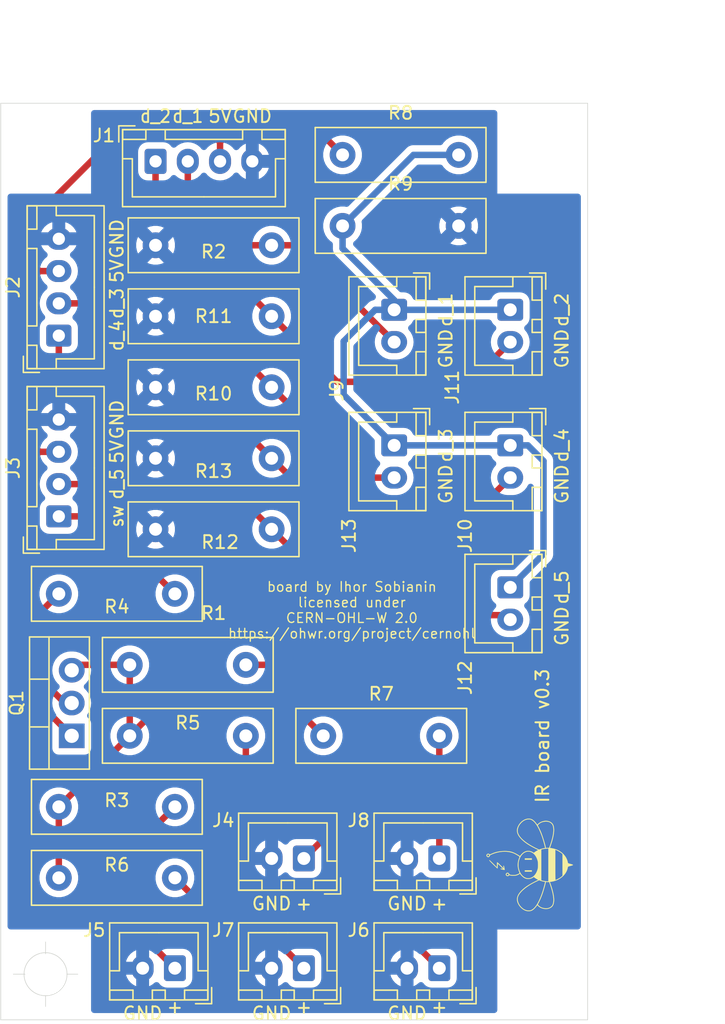
<source format=kicad_pcb>
(kicad_pcb (version 20171130) (host pcbnew 5.1.10-88a1d61d58~90~ubuntu20.04.1)

  (general
    (thickness 1.6)
    (drawings 44)
    (tracks 102)
    (zones 0)
    (modules 32)
    (nets 17)
  )

  (page A4)
  (layers
    (0 F.Cu signal)
    (31 B.Cu signal)
    (32 B.Adhes user)
    (33 F.Adhes user)
    (34 B.Paste user)
    (35 F.Paste user)
    (36 B.SilkS user)
    (37 F.SilkS user)
    (38 B.Mask user)
    (39 F.Mask user)
    (40 Dwgs.User user)
    (41 Cmts.User user)
    (42 Eco1.User user)
    (43 Eco2.User user)
    (44 Edge.Cuts user)
    (45 Margin user)
    (46 B.CrtYd user hide)
    (47 F.CrtYd user)
    (48 B.Fab user)
    (49 F.Fab user hide)
  )

  (setup
    (last_trace_width 0.5)
    (user_trace_width 0.5)
    (trace_clearance 0.2)
    (zone_clearance 0.5)
    (zone_45_only no)
    (trace_min 0.2)
    (via_size 0.8)
    (via_drill 0.4)
    (via_min_size 0.4)
    (via_min_drill 0.3)
    (uvia_size 0.3)
    (uvia_drill 0.1)
    (uvias_allowed no)
    (uvia_min_size 0.2)
    (uvia_min_drill 0.1)
    (edge_width 0.05)
    (segment_width 0.2)
    (pcb_text_width 0.3)
    (pcb_text_size 1.5 1.5)
    (mod_edge_width 0.12)
    (mod_text_size 1 1)
    (mod_text_width 0.15)
    (pad_size 1.524 1.524)
    (pad_drill 0.762)
    (pad_to_mask_clearance 0)
    (aux_axis_origin 0 0)
    (visible_elements 7FFFFFFF)
    (pcbplotparams
      (layerselection 0x3ffff_ffffffff)
      (usegerberextensions false)
      (usegerberattributes true)
      (usegerberadvancedattributes true)
      (creategerberjobfile true)
      (excludeedgelayer true)
      (linewidth 0.100000)
      (plotframeref false)
      (viasonmask false)
      (mode 1)
      (useauxorigin false)
      (hpglpennumber 1)
      (hpglpenspeed 20)
      (hpglpendiameter 15.000000)
      (psnegative false)
      (psa4output false)
      (plotreference true)
      (plotvalue true)
      (plotinvisibletext false)
      (padsonsilk false)
      (subtractmaskfromsilk false)
      (outputformat 1)
      (mirror false)
      (drillshape 0)
      (scaleselection 1)
      (outputdirectory "gerber/"))
  )

  (net 0 "")
  (net 1 GND)
  (net 2 +5V)
  (net 3 d_2)
  (net 4 d_1)
  (net 5 d_4)
  (net 6 d_3)
  (net 7 sw_led)
  (net 8 d_5)
  (net 9 "Net-(J4-Pad1)")
  (net 10 "Net-(J5-Pad1)")
  (net 11 "Net-(J6-Pad1)")
  (net 12 "Net-(J7-Pad1)")
  (net 13 "Net-(J8-Pad1)")
  (net 14 "Net-(Q1-Pad1)")
  (net 15 +3V3)
  (net 16 Vdrive)

  (net_class Default "This is the default net class."
    (clearance 0.2)
    (trace_width 0.25)
    (via_dia 0.8)
    (via_drill 0.4)
    (uvia_dia 0.3)
    (uvia_drill 0.1)
    (add_net +3V3)
    (add_net +5V)
    (add_net GND)
    (add_net "Net-(J4-Pad1)")
    (add_net "Net-(J5-Pad1)")
    (add_net "Net-(J6-Pad1)")
    (add_net "Net-(J7-Pad1)")
    (add_net "Net-(J8-Pad1)")
    (add_net "Net-(Q1-Pad1)")
    (add_net Vdrive)
    (add_net d_1)
    (add_net d_2)
    (add_net d_3)
    (add_net d_4)
    (add_net d_5)
    (add_net sw_led)
  )

  (module MountingHole:MountingHole_3.2mm_M3_DIN965 (layer F.Cu) (tedit 56D1B4CB) (tstamp 610E8991)
    (at 124 29 270)
    (descr "Mounting Hole 3.2mm, no annular, M3, DIN965")
    (tags "mounting hole 3.2mm no annular m3 din965")
    (attr virtual)
    (fp_text reference REF** (at 0 -3.8 90) (layer F.SilkS) hide
      (effects (font (size 1 1) (thickness 0.15)))
    )
    (fp_text value MountingHole_3.2mm_M3_DIN965 (at 0 3.8 90) (layer F.Fab) hide
      (effects (font (size 1 1) (thickness 0.15)))
    )
    (fp_circle (center 0 0) (end 2.8 0) (layer Cmts.User) (width 0.15))
    (fp_circle (center 0 0) (end 3.05 0) (layer F.CrtYd) (width 0.05))
    (fp_text user %R (at 0.3 0 90) (layer F.Fab) hide
      (effects (font (size 1 1) (thickness 0.15)))
    )
    (pad 1 np_thru_hole circle (at 0 0 270) (size 3.2 3.2) (drill 3.2) (layers *.Cu *.Mask))
  )

  (module MountingHole:MountingHole_3.2mm_M3_DIN965 (layer F.Cu) (tedit 56D1B4CB) (tstamp 610E898A)
    (at 85.5 93 90)
    (descr "Mounting Hole 3.2mm, no annular, M3, DIN965")
    (tags "mounting hole 3.2mm no annular m3 din965")
    (attr virtual)
    (fp_text reference REF** (at 0 -3.8 90) (layer F.SilkS) hide
      (effects (font (size 1 1) (thickness 0.15)))
    )
    (fp_text value MountingHole_3.2mm_M3_DIN965 (at 0 3.8 90) (layer F.Fab) hide
      (effects (font (size 1 1) (thickness 0.15)))
    )
    (fp_circle (center 0 0) (end 2.8 0) (layer Cmts.User) (width 0.15))
    (fp_circle (center 0 0) (end 3.05 0) (layer F.CrtYd) (width 0.05))
    (fp_text user %R (at 0.3 0 90) (layer F.Fab) hide
      (effects (font (size 1 1) (thickness 0.15)))
    )
    (pad 1 np_thru_hole circle (at 0 0 90) (size 3.2 3.2) (drill 3.2) (layers *.Cu *.Mask))
  )

  (module MountingHole:MountingHole_3.2mm_M3_DIN965 (layer F.Cu) (tedit 56D1B4CB) (tstamp 610E893C)
    (at 124 93 180)
    (descr "Mounting Hole 3.2mm, no annular, M3, DIN965")
    (tags "mounting hole 3.2mm no annular m3 din965")
    (attr virtual)
    (fp_text reference REF** (at 0 -3.8) (layer F.SilkS) hide
      (effects (font (size 1 1) (thickness 0.15)))
    )
    (fp_text value MountingHole_3.2mm_M3_DIN965 (at 0 3.8) (layer F.Fab) hide
      (effects (font (size 1 1) (thickness 0.15)))
    )
    (fp_circle (center 0 0) (end 2.8 0) (layer Cmts.User) (width 0.15))
    (fp_circle (center 0 0) (end 3.05 0) (layer F.CrtYd) (width 0.05))
    (fp_text user %R (at 0.3 0) (layer F.Fab) hide
      (effects (font (size 1 1) (thickness 0.15)))
    )
    (pad 1 np_thru_hole circle (at 0 0 180) (size 3.2 3.2) (drill 3.2) (layers *.Cu *.Mask))
  )

  (module MountingHole:MountingHole_3.2mm_M3_DIN965 (layer F.Cu) (tedit 56D1B4CB) (tstamp 610E8935)
    (at 85.5 29 90)
    (descr "Mounting Hole 3.2mm, no annular, M3, DIN965")
    (tags "mounting hole 3.2mm no annular m3 din965")
    (attr virtual)
    (fp_text reference REF** (at 0 -3.8 90) (layer F.SilkS) hide
      (effects (font (size 1 1) (thickness 0.15)))
    )
    (fp_text value MountingHole_3.2mm_M3_DIN965 (at 0 3.8 90) (layer F.Fab) hide
      (effects (font (size 1 1) (thickness 0.15)))
    )
    (fp_circle (center 0 0) (end 3.05 0) (layer F.CrtYd) (width 0.05))
    (fp_circle (center 0 0) (end 2.8 0) (layer Cmts.User) (width 0.15))
    (fp_text user %R (at 0.3 0 90) (layer F.Fab) hide
      (effects (font (size 1 1) (thickness 0.15)))
    )
    (pad 1 np_thru_hole circle (at 0 0 90) (size 3.2 3.2) (drill 3.2) (layers *.Cu *.Mask))
  )

  (module logo-beehive:logo-beehive-7_2х6_7mm (layer F.Cu) (tedit 0) (tstamp 610E892D)
    (at 123 84.5 90)
    (fp_text reference G*** (at 0 0 90) (layer F.SilkS) hide
      (effects (font (size 1.524 1.524) (thickness 0.3)))
    )
    (fp_text value LOGO (at 0.75 0 90) (layer F.SilkS) hide
      (effects (font (size 1.524 1.524) (thickness 0.3)))
    )
    (fp_poly (pts (xy 0.508 0.173182) (xy 0.404091 0.173182) (xy 0.404091 -0.369454) (xy 0.508 -0.369454)
      (xy 0.508 0.173182)) (layer F.SilkS) (width 0.01))
    (fp_poly (pts (xy -0.415636 0.173182) (xy -0.519546 0.173182) (xy -0.519546 -0.369454) (xy -0.415636 -0.369454)
      (xy -0.415636 0.173182)) (layer F.SilkS) (width 0.01))
    (fp_poly (pts (xy 0.373099 -3.122533) (xy 0.369224 -3.109199) (xy 0.354184 -3.086757) (xy 0.327016 -3.054031)
      (xy 0.28676 -3.009848) (xy 0.232455 -2.953033) (xy 0.16314 -2.882413) (xy 0.096827 -2.815781)
      (xy -0.190327 -2.528454) (xy 0.008746 -2.528454) (xy 0.081153 -2.528276) (xy 0.133629 -2.52753)
      (xy 0.169333 -2.525895) (xy 0.191424 -2.523054) (xy 0.203059 -2.518688) (xy 0.207397 -2.512477)
      (xy 0.207818 -2.50835) (xy 0.199922 -2.495335) (xy 0.177598 -2.468358) (xy 0.14289 -2.429638)
      (xy 0.097844 -2.381393) (xy 0.044505 -2.325843) (xy -0.015081 -2.265206) (xy -0.031647 -2.248578)
      (xy -0.107675 -2.171851) (xy -0.167131 -2.110416) (xy -0.21038 -2.063869) (xy -0.237787 -2.031809)
      (xy -0.249716 -2.01383) (xy -0.248124 -2.009314) (xy -0.224942 -2.01189) (xy -0.188032 -2.018168)
      (xy -0.15317 -2.025161) (xy -0.112516 -2.033013) (xy -0.088124 -2.034732) (xy -0.073974 -2.030254)
      (xy -0.067646 -2.024266) (xy -0.060571 -2.01187) (xy -0.063805 -2.001313) (xy -0.079929 -1.991447)
      (xy -0.111523 -1.981122) (xy -0.161166 -1.969192) (xy -0.218458 -1.957139) (xy -0.281228 -1.944397)
      (xy -0.325023 -1.935816) (xy -0.353499 -1.93097) (xy -0.370313 -1.929433) (xy -0.379119 -1.930779)
      (xy -0.383574 -1.934583) (xy -0.385558 -1.937671) (xy -0.386495 -1.953939) (xy -0.382402 -1.986838)
      (xy -0.374463 -2.031182) (xy -0.363866 -2.081789) (xy -0.351794 -2.133474) (xy -0.339436 -2.181054)
      (xy -0.327975 -2.219345) (xy -0.318599 -2.243164) (xy -0.31449 -2.248343) (xy -0.295101 -2.249946)
      (xy -0.285455 -2.234986) (xy -0.285226 -2.201866) (xy -0.294087 -2.148986) (xy -0.294139 -2.148738)
      (xy -0.302673 -2.107185) (xy -0.308924 -2.074871) (xy -0.311687 -2.05806) (xy -0.311727 -2.057342)
      (xy -0.303951 -2.063003) (xy -0.282058 -2.082978) (xy -0.248202 -2.115196) (xy -0.204539 -2.157586)
      (xy -0.153221 -2.208077) (xy -0.103751 -2.257256) (xy 0.104224 -2.464954) (xy -0.083408 -2.470727)
      (xy -0.15498 -2.473257) (xy -0.20655 -2.476017) (xy -0.241206 -2.479383) (xy -0.262038 -2.48373)
      (xy -0.272134 -2.489436) (xy -0.274392 -2.494) (xy -0.267207 -2.50546) (xy -0.245659 -2.530835)
      (xy -0.211923 -2.567927) (xy -0.168174 -2.614538) (xy -0.116585 -2.668467) (xy -0.059333 -2.727516)
      (xy 0.001408 -2.789486) (xy 0.063464 -2.852177) (xy 0.12466 -2.913392) (xy 0.18282 -2.97093)
      (xy 0.235771 -3.022593) (xy 0.281337 -3.066181) (xy 0.317345 -3.099496) (xy 0.341618 -3.120339)
      (xy 0.351193 -3.126571) (xy 0.366768 -3.127932) (xy 0.373099 -3.122533)) (layer F.SilkS) (width 0.01))
    (fp_poly (pts (xy 0.781124 -3.338272) (xy 0.820066 -3.312623) (xy 0.850866 -3.27735) (xy 0.862381 -3.253557)
      (xy 0.869381 -3.203831) (xy 0.86004 -3.155836) (xy 0.836291 -3.117453) (xy 0.826963 -3.109228)
      (xy 0.800557 -3.08931) (xy 0.860848 -2.961859) (xy 0.942059 -2.765907) (xy 1.003933 -2.561687)
      (xy 1.0468 -2.347606) (xy 1.070993 -2.122074) (xy 1.077124 -1.922318) (xy 1.073712 -1.775328)
      (xy 1.063437 -1.645173) (xy 1.045563 -1.526426) (xy 1.019354 -1.413658) (xy 0.998815 -1.345045)
      (xy 0.968368 -1.263013) (xy 0.926952 -1.169003) (xy 0.877686 -1.069335) (xy 0.823684 -0.970328)
      (xy 0.770857 -0.882677) (xy 0.741321 -0.836271) (xy 0.716056 -0.796521) (xy 0.69781 -0.767754)
      (xy 0.689434 -0.754466) (xy 0.694321 -0.742271) (xy 0.714538 -0.722105) (xy 0.745386 -0.698528)
      (xy 0.810309 -0.647155) (xy 0.876016 -0.583521) (xy 0.937047 -0.513779) (xy 0.987937 -0.444085)
      (xy 1.018545 -0.390721) (xy 1.053095 -0.310872) (xy 1.074433 -0.238095) (xy 1.084874 -0.162371)
      (xy 1.086945 -0.094934) (xy 1.076086 0.020467) (xy 1.045188 0.132328) (xy 0.995987 0.235343)
      (xy 0.96275 0.284984) (xy 0.935175 0.321741) (xy 0.996225 0.402894) (xy 1.032255 0.454242)
      (xy 1.070613 0.514339) (xy 1.103634 0.571117) (xy 1.10681 0.577014) (xy 1.156345 0.669982)
      (xy 1.269255 0.441786) (xy 1.379742 0.226784) (xy 1.488243 0.032834) (xy 1.595982 -0.141879)
      (xy 1.704185 -0.29917) (xy 1.814075 -0.440853) (xy 1.926878 -0.568743) (xy 2.004467 -0.647395)
      (xy 2.12895 -0.758498) (xy 2.2502 -0.847038) (xy 2.36916 -0.913164) (xy 2.48677 -0.957023)
      (xy 2.603972 -0.978764) (xy 2.721707 -0.978534) (xy 2.840917 -0.956481) (xy 2.962542 -0.912754)
      (xy 3.087524 -0.847501) (xy 3.125835 -0.823735) (xy 3.238046 -0.741435) (xy 3.336093 -0.648795)
      (xy 3.419199 -0.547932) (xy 3.486591 -0.440965) (xy 3.537492 -0.33001) (xy 3.571127 -0.217185)
      (xy 3.586721 -0.104607) (xy 3.583499 0.005605) (xy 3.560685 0.111335) (xy 3.517504 0.210464)
      (xy 3.509522 0.224138) (xy 3.467783 0.282863) (xy 3.410567 0.348425) (xy 3.342435 0.416194)
      (xy 3.267951 0.481537) (xy 3.215409 0.522663) (xy 3.176019 0.551978) (xy 3.144162 0.575822)
      (xy 3.123999 0.591072) (xy 3.119139 0.594895) (xy 3.125036 0.603996) (xy 3.144107 0.625315)
      (xy 3.172877 0.655066) (xy 3.189509 0.671619) (xy 3.25791 0.75317) (xy 3.316458 0.851565)
      (xy 3.363304 0.961991) (xy 3.396598 1.079634) (xy 3.414493 1.199678) (xy 3.417102 1.264228)
      (xy 3.40813 1.381577) (xy 3.38235 1.49233) (xy 3.34125 1.593721) (xy 3.286317 1.682986)
      (xy 3.219038 1.75736) (xy 3.140903 1.814077) (xy 3.113719 1.828107) (xy 3.009087 1.865839)
      (xy 2.886866 1.889603) (xy 2.747784 1.899491) (xy 2.592566 1.895596) (xy 2.42194 1.878011)
      (xy 2.236633 1.846829) (xy 2.037372 1.802142) (xy 1.824883 1.744044) (xy 1.599893 1.672626)
      (xy 1.430663 1.613046) (xy 1.320008 1.572564) (xy 1.295866 1.718578) (xy 1.25303 1.913354)
      (xy 1.190764 2.095947) (xy 1.10864 2.267293) (xy 1.006231 2.428329) (xy 0.923258 2.534228)
      (xy 0.814822 2.647279) (xy 0.693857 2.746765) (xy 0.563822 2.830581) (xy 0.428175 2.896622)
      (xy 0.290374 2.942784) (xy 0.229531 2.956334) (xy 0.189546 2.963931) (xy 0.158226 2.970106)
      (xy 0.143514 2.973255) (xy 0.135688 2.984969) (xy 0.123584 3.014497) (xy 0.108873 3.057339)
      (xy 0.093667 3.107452) (xy 0.076809 3.166365) (xy 0.060376 3.223781) (xy 0.0465 3.272257)
      (xy 0.038811 3.299114) (xy 0.025628 3.336932) (xy 0.012258 3.355729) (xy 0 3.359728)
      (xy -0.015288 3.353083) (xy -0.028404 3.330514) (xy -0.038811 3.299114) (xy -0.049206 3.262807)
      (xy -0.063822 3.211743) (xy -0.080529 3.153364) (xy -0.093667 3.107452) (xy -0.109311 3.055982)
      (xy -0.123971 3.013455) (xy -0.135977 2.984371) (xy -0.143515 2.973255) (xy -0.160656 2.969615)
      (xy -0.19313 2.96324) (xy -0.229531 2.956334) (xy -0.367186 2.919651) (xy -0.504219 2.862154)
      (xy -0.637175 2.785947) (xy -0.762596 2.693133) (xy -0.877026 2.585815) (xy -0.923269 2.534228)
      (xy -1.03903 2.38033) (xy -1.135257 2.214564) (xy -1.212083 2.036622) (xy -1.219586 2.011796)
      (xy -1.165985 2.011796) (xy -1.160628 2.030696) (xy -1.146181 2.0653) (xy -1.124874 2.111187)
      (xy -1.098933 2.163934) (xy -1.070588 2.219118) (xy -1.042066 2.272316) (xy -1.015595 2.319106)
      (xy -0.993403 2.355066) (xy -0.991985 2.357185) (xy -0.958579 2.404438) (xy -0.920872 2.454363)
      (xy -0.891354 2.490932) (xy -0.840013 2.551546) (xy 0.841033 2.551546) (xy 0.892441 2.490932)
      (xy 0.93843 2.432196) (xy 0.986502 2.362985) (xy 1.033888 2.288071) (xy 1.077819 2.212231)
      (xy 1.115523 2.140238) (xy 1.144233 2.076867) (xy 1.160841 2.028255) (xy 1.168594 1.997364)
      (xy 0.001251 1.997364) (xy -0.195644 1.997416) (xy -0.37057 1.997583) (xy -0.524648 1.997878)
      (xy -0.659 1.998316) (xy -0.774746 1.998909) (xy -0.873009 1.999671) (xy -0.95491 2.000618)
      (xy -1.02157 2.001762) (xy -1.074111 2.003117) (xy -1.113653 2.004698) (xy -1.141319 2.006517)
      (xy -1.158229 2.00859) (xy -1.165506 2.01093) (xy -1.165985 2.011796) (xy -1.219586 2.011796)
      (xy -1.26964 1.846195) (xy -1.308059 1.642973) (xy -1.310363 1.625739) (xy -1.317382 1.571614)
      (xy -1.42935 1.612882) (xy -1.629865 1.683029) (xy -1.825759 1.744185) (xy -2.015 1.795944)
      (xy -2.195555 1.837898) (xy -2.365393 1.869639) (xy -2.522479 1.89076) (xy -2.664783 1.900853)
      (xy -2.790271 1.899511) (xy -2.838314 1.895344) (xy -2.96209 1.875638) (xy -3.066609 1.846125)
      (xy -3.154103 1.80545) (xy -3.226803 1.752259) (xy -3.286941 1.685198) (xy -3.336747 1.602914)
      (xy -3.343746 1.588582) (xy -3.385695 1.481123) (xy -3.408942 1.37211) (xy -3.411475 1.320836)
      (xy -3.357374 1.320836) (xy -3.349051 1.403928) (xy -3.330314 1.480954) (xy -3.299783 1.559775)
      (xy -3.296364 1.567326) (xy -3.25627 1.634464) (xy -3.201534 1.697768) (xy -3.138721 1.750591)
      (xy -3.084262 1.782114) (xy -2.99339 1.813382) (xy -2.884978 1.834294) (xy -2.762244 1.844603)
      (xy -2.628408 1.844064) (xy -2.486691 1.83243) (xy -2.463978 1.829585) (xy -2.25216 1.794568)
      (xy -2.026325 1.743379) (xy -1.788428 1.676523) (xy -1.540425 1.594501) (xy -1.510962 1.583982)
      (xy -1.325191 1.51715) (xy -1.320921 1.390773) (xy -1.27 1.390773) (xy -1.27 1.454728)
      (xy 1.273528 1.454728) (xy 1.266408 1.330287) (xy 1.260547 1.26306) (xy 1.316252 1.26306)
      (xy 1.321954 1.512174) (xy 1.368136 1.530811) (xy 1.439484 1.558222) (xy 1.526724 1.589564)
      (xy 1.623473 1.622685) (xy 1.72335 1.655429) (xy 1.819972 1.685644) (xy 1.878735 1.703118)
      (xy 2.093291 1.760255) (xy 2.292609 1.802908) (xy 2.476182 1.831017) (xy 2.6435 1.844517)
      (xy 2.794056 1.843349) (xy 2.91629 1.829447) (xy 3.012927 1.807479) (xy 3.091872 1.777436)
      (xy 3.157765 1.737114) (xy 3.209942 1.690006) (xy 3.274118 1.607281) (xy 3.319819 1.513726)
      (xy 3.347495 1.407928) (xy 3.357597 1.28847) (xy 3.356526 1.229811) (xy 3.340665 1.088035)
      (xy 3.306955 0.96039) (xy 3.255506 0.847166) (xy 3.186427 0.748656) (xy 3.170098 0.730306)
      (xy 3.127268 0.685713) (xy 3.094795 0.657447) (xy 3.0686 0.643813) (xy 3.044605 0.643112)
      (xy 3.018734 0.65365) (xy 3.005226 0.661713) (xy 2.958944 0.688662) (xy 2.89593 0.722084)
      (xy 2.820825 0.759719) (xy 2.738272 0.799303) (xy 2.652912 0.838574) (xy 2.569387 0.875271)
      (xy 2.550619 0.883239) (xy 2.457139 0.920633) (xy 2.346529 0.961571) (xy 2.223166 1.004679)
      (xy 2.09143 1.048584) (xy 1.955698 1.091912) (xy 1.820349 1.133289) (xy 1.689763 1.171341)
      (xy 1.568317 1.204694) (xy 1.46039 1.231975) (xy 1.385859 1.248683) (xy 1.316252 1.26306)
      (xy 1.260547 1.26306) (xy 1.259747 1.253895) (xy 1.248535 1.167625) (xy 1.234147 1.079964)
      (xy 1.217961 0.9994) (xy 1.203276 0.940955) (xy 1.193293 0.906319) (xy -1.194304 0.906319)
      (xy -1.220268 1.010228) (xy -1.23911 1.098477) (xy -1.254501 1.195531) (xy -1.26518 1.29174)
      (xy -1.269885 1.377451) (xy -1.27 1.390773) (xy -1.320921 1.390773) (xy -1.316645 1.264228)
      (xy -1.434754 1.236895) (xy -1.501797 1.22041) (xy -1.585737 1.198273) (xy -1.681508 1.171947)
      (xy -1.78404 1.142901) (xy -1.888267 1.112598) (xy -1.989119 1.082507) (xy -2.08153 1.054092)
      (xy -2.160431 1.02882) (xy -2.199409 1.015696) (xy -2.323182 0.971175) (xy -2.448985 0.92273)
      (xy -2.572984 0.872035) (xy -2.691345 0.820767) (xy -2.800235 0.770601) (xy -2.89582 0.723212)
      (xy -2.974265 0.680275) (xy -2.993815 0.668554) (xy -3.027147 0.649909) (xy -3.05353 0.642358)
      (xy -3.078126 0.647357) (xy -3.106096 0.666363) (xy -3.142603 0.700832) (xy -3.15587 0.714282)
      (xy -3.232717 0.809128) (xy -3.291358 0.918026) (xy -3.331675 1.040673) (xy -3.353547 1.176766)
      (xy -3.356664 1.223819) (xy -3.357374 1.320836) (xy -3.411475 1.320836) (xy -3.414734 1.254894)
      (xy -3.413307 1.218046) (xy -3.396132 1.080679) (xy -3.361188 0.952052) (xy -3.309573 0.83484)
      (xy -3.242385 0.731716) (xy -3.188985 0.671619) (xy -3.1569 0.639059) (xy -3.132792 0.613101)
      (xy -3.120127 0.597552) (xy -3.119139 0.594895) (xy -3.1295 0.586909) (xy -3.154289 0.568322)
      (xy -3.189354 0.542238) (xy -3.216089 0.522438) (xy -3.292731 0.461203) (xy -3.366118 0.3941)
      (xy -3.431605 0.325854) (xy -3.484547 0.261184) (xy -3.509522 0.224148) (xy -3.556269 0.125261)
      (xy -3.582294 0.01982) (xy -3.58729 -0.071302) (xy -3.531475 -0.071302) (xy -3.530831 -0.039606)
      (xy -3.527441 0.015291) (xy -3.521365 0.056568) (xy -3.510236 0.093692) (xy -3.491685 0.136134)
      (xy -3.481814 0.156403) (xy -3.425027 0.248295) (xy -3.345829 0.340169) (xy -3.244895 0.431635)
      (xy -3.122901 0.522299) (xy -2.980524 0.611771) (xy -2.81844 0.699659) (xy -2.637324 0.785571)
      (xy -2.437852 0.869116) (xy -2.220702 0.949901) (xy -1.986548 1.027535) (xy -1.9685 1.033164)
      (xy -1.899652 1.053987) (xy -1.823419 1.076095) (xy -1.742903 1.098684) (xy -1.661204 1.120951)
      (xy -1.581421 1.142094) (xy -1.506657 1.161309) (xy -1.440011 1.177795) (xy -1.384584 1.190747)
      (xy -1.343476 1.199364) (xy -1.319788 1.202841) (xy -1.315331 1.202301) (xy -1.310525 1.18843)
      (xy -1.303023 1.157156) (xy -1.294048 1.113834) (xy -1.288644 1.085273) (xy -1.275538 1.023924)
      (xy -1.257466 0.952675) (xy -1.237498 0.883276) (xy -1.228744 0.855882) (xy -1.188907 0.736173)
      (xy -1.190922 0.731736) (xy 1.187715 0.731736) (xy 1.224028 0.841244) (xy 1.24494 0.908541)
      (xy 1.264527 0.979266) (xy 1.281511 1.04802) (xy 1.294618 1.109401) (xy 1.302571 1.158011)
      (xy 1.304386 1.181301) (xy 1.307638 1.204155) (xy 1.31928 1.209081) (xy 1.324841 1.207791)
      (xy 1.342821 1.202968) (xy 1.378686 1.193763) (xy 1.427904 1.181327) (xy 1.485942 1.166807)
      (xy 1.512454 1.160216) (xy 1.7631 1.094106) (xy 2.000962 1.023487) (xy 2.225116 0.948828)
      (xy 2.434641 0.870599) (xy 2.628614 0.789271) (xy 2.806113 0.705311) (xy 2.966216 0.61919)
      (xy 3.108001 0.531377) (xy 3.230545 0.442341) (xy 3.332927 0.352553) (xy 3.414223 0.262482)
      (xy 3.473511 0.172596) (xy 3.480994 0.15806) (xy 3.502829 0.111304) (xy 3.516532 0.072763)
      (xy 3.524475 0.033013) (xy 3.529027 -0.017368) (xy 3.530161 -0.037404) (xy 3.525184 -0.160604)
      (xy 3.497675 -0.281907) (xy 3.448182 -0.400087) (xy 3.377254 -0.513921) (xy 3.285439 -0.622184)
      (xy 3.25425 -0.653064) (xy 3.14536 -0.74489) (xy 3.031263 -0.818683) (xy 2.914113 -0.873715)
      (xy 2.796064 -0.909257) (xy 2.679268 -0.924579) (xy 2.565881 -0.918952) (xy 2.505364 -0.906562)
      (xy 2.39331 -0.865968) (xy 2.278736 -0.803154) (xy 2.162206 -0.718784) (xy 2.044283 -0.613524)
      (xy 1.925533 -0.488036) (xy 1.80652 -0.342986) (xy 1.687807 -0.179037) (xy 1.56996 0.003146)
      (xy 1.453542 0.202899) (xy 1.339118 0.419558) (xy 1.284575 0.530391) (xy 1.187715 0.731736)
      (xy -1.190922 0.731736) (xy -1.242049 0.6192) (xy -1.344968 0.403905) (xy -1.452176 0.201117)
      (xy -1.562851 0.011828) (xy -1.676172 -0.16297) (xy -1.791318 -0.322286) (xy -1.907468 -0.465127)
      (xy -2.0238 -0.590502) (xy -2.139494 -0.697418) (xy -2.253727 -0.784885) (xy -2.36568 -0.851909)
      (xy -2.47453 -0.8975) (xy -2.505364 -0.906562) (xy -2.615938 -0.924099) (xy -2.731113 -0.920284)
      (xy -2.848734 -0.895846) (xy -2.966648 -0.851514) (xy -3.082701 -0.788017) (xy -3.19474 -0.706084)
      (xy -3.25425 -0.653064) (xy -3.352283 -0.546482) (xy -3.429568 -0.433803) (xy -3.485559 -0.316239)
      (xy -3.51971 -0.195001) (xy -3.531475 -0.071302) (xy -3.58729 -0.071302) (xy -3.588325 -0.090174)
      (xy -3.575091 -0.202723) (xy -3.543319 -0.315828) (xy -3.493736 -0.427488) (xy -3.427071 -0.535706)
      (xy -3.344052 -0.638481) (xy -3.245405 -0.733815) (xy -3.131858 -0.819709) (xy -3.128818 -0.821729)
      (xy -3.003531 -0.894559) (xy -2.880454 -0.945281) (xy -2.758981 -0.973797) (xy -2.638509 -0.980009)
      (xy -2.518432 -0.96382) (xy -2.398146 -0.925131) (xy -2.277046 -0.863845) (xy -2.154528 -0.779862)
      (xy -2.029987 -0.673087) (xy -1.993285 -0.637726) (xy -1.876664 -0.514496) (xy -1.76359 -0.378067)
      (xy -1.652878 -0.226667) (xy -1.543339 -0.058527) (xy -1.433786 0.128125) (xy -1.323032 0.335058)
      (xy -1.269145 0.442009) (xy -1.156125 0.670426) (xy -1.109291 0.580554) (xy -1.078495 0.526225)
      (xy -1.040587 0.466059) (xy -1.003155 0.412031) (xy -0.998816 0.406212) (xy -0.935175 0.321741)
      (xy -0.962751 0.284984) (xy -1.021033 0.188878) (xy -1.061938 0.08109) (xy -1.083733 -0.033077)
      (xy -1.086945 -0.094934) (xy -1.086541 -0.104581) (xy -1.03596 -0.104581) (xy -1.026154 0.004092)
      (xy -0.995446 0.109498) (xy -0.944929 0.210166) (xy -0.875696 0.304621) (xy -0.78884 0.391391)
      (xy -0.685456 0.469002) (xy -0.566635 0.535983) (xy -0.433472 0.590859) (xy -0.423003 0.594423)
      (xy -0.343148 0.618909) (xy -0.268002 0.636303) (xy -0.191285 0.647415) (xy -0.10671 0.653053)
      (xy -0.007997 0.654028) (xy 0.034636 0.653341) (xy 0.112848 0.651127) (xy 0.17405 0.647841)
      (xy 0.224321 0.642791) (xy 0.269739 0.635286) (xy 0.316383 0.624634) (xy 0.339248 0.618667)
      (xy 0.48028 0.572409) (xy 0.60799 0.513494) (xy 0.721255 0.443288) (xy 0.818952 0.363159)
      (xy 0.89996 0.274475) (xy 0.963155 0.178601) (xy 1.007416 0.076906) (xy 1.031619 -0.029243)
      (xy 1.034643 -0.13848) (xy 1.02377 -0.215046) (xy 0.988557 -0.32622) (xy 0.932382 -0.430687)
      (xy 0.856726 -0.527164) (xy 0.763074 -0.614365) (xy 0.652907 -0.691003) (xy 0.527709 -0.755794)
      (xy 0.388962 -0.807452) (xy 0.317435 -0.827343) (xy 0.265651 -0.839627) (xy 0.220998 -0.848283)
      (xy 0.17729 -0.853929) (xy 0.128345 -0.85718) (xy 0.067978 -0.858652) (xy 0 -0.858965)
      (xy -0.075828 -0.858546) (xy -0.134778 -0.856879) (xy -0.183055 -0.853351) (xy -0.226862 -0.847346)
      (xy -0.272404 -0.838251) (xy -0.3175 -0.827536) (xy -0.462194 -0.78292) (xy -0.594078 -0.724467)
      (xy -0.711668 -0.653466) (xy -0.813482 -0.571202) (xy -0.898035 -0.478962) (xy -0.963844 -0.378032)
      (xy -1.009426 -0.269698) (xy -1.02377 -0.215046) (xy -1.03596 -0.104581) (xy -1.086541 -0.104581)
      (xy -1.083385 -0.179891) (xy -1.070732 -0.2541) (xy -1.046671 -0.327578) (xy -1.018545 -0.390721)
      (xy -0.980207 -0.455708) (xy -0.927199 -0.525847) (xy -0.864982 -0.594984) (xy -0.799018 -0.656964)
      (xy -0.745379 -0.698532) (xy -0.681877 -0.742268) (xy -0.711307 -0.789657) (xy -0.775382 -0.91204)
      (xy -0.815808 -1.027545) (xy -0.827612 -1.090213) (xy -0.834802 -1.168285) (xy -0.837383 -1.254538)
      (xy -0.835358 -1.341751) (xy -0.828733 -1.422702) (xy -0.81751 -1.490171) (xy -0.815547 -1.498229)
      (xy -0.794048 -1.58214) (xy -0.823808 -1.60555) (xy -0.855103 -1.643446) (xy -0.868873 -1.689922)
      (xy -0.86773 -1.706645) (xy -0.819727 -1.706645) (xy -0.810207 -1.679885) (xy -0.786971 -1.652868)
      (xy -0.758005 -1.63322) (xy -0.737292 -1.627909) (xy -0.710612 -1.635591) (xy -0.684812 -1.653012)
      (xy -0.663044 -1.686513) (xy -0.659999 -1.722991) (xy -0.673306 -1.756371) (xy -0.700596 -1.780577)
      (xy -0.738071 -1.789545) (xy -0.771185 -1.779412) (xy -0.800241 -1.754129) (xy -0.817681 -1.721369)
      (xy -0.819727 -1.706645) (xy -0.86773 -1.706645) (xy -0.865518 -1.739005) (xy -0.845439 -1.784719)
      (xy -0.809361 -1.820873) (xy -0.764231 -1.842776) (xy -0.71985 -1.844407) (xy -0.67516 -1.829062)
      (xy -0.639173 -1.800811) (xy -0.612432 -1.758947) (xy -0.600564 -1.712661) (xy -0.600407 -1.706982)
      (xy -0.610708 -1.664952) (xy -0.637735 -1.624526) (xy -0.675862 -1.593111) (xy -0.693329 -1.584583)
      (xy -0.721895 -1.570686) (xy -0.739711 -1.55217) (xy -0.753326 -1.521228) (xy -0.757751 -1.507784)
      (xy -0.769308 -1.45586) (xy -0.777432 -1.387829) (xy -0.781948 -1.310446) (xy -0.782678 -1.230465)
      (xy -0.779447 -1.15464) (xy -0.772077 -1.089725) (xy -0.769104 -1.073727) (xy -0.757296 -1.030294)
      (xy -0.73904 -0.97831) (xy -0.716774 -0.923294) (xy -0.692936 -0.870762) (xy -0.669964 -0.826231)
      (xy -0.650298 -0.795219) (xy -0.641975 -0.786089) (xy -0.623931 -0.784078) (xy -0.587414 -0.793208)
      (xy -0.531675 -0.81367) (xy -0.528876 -0.814791) (xy -0.356342 -0.871998) (xy -0.181043 -0.906566)
      (xy -0.004425 -0.918495) (xy 0.172062 -0.907786) (xy 0.346972 -0.87444) (xy 0.518857 -0.818457)
      (xy 0.529286 -0.814279) (xy 0.629227 -0.773804) (xy 0.652693 -0.802464) (xy 0.675511 -0.833998)
      (xy 0.706046 -0.881335) (xy 0.741548 -0.939695) (xy 0.779269 -1.004299) (xy 0.816461 -1.070367)
      (xy 0.850376 -1.133118) (xy 0.878263 -1.187772) (xy 0.894974 -1.223818) (xy 0.952283 -1.384565)
      (xy 0.993139 -1.55845) (xy 1.017692 -1.742563) (xy 1.026091 -1.933994) (xy 1.018488 -2.129834)
      (xy 0.995032 -2.327174) (xy 0.955874 -2.523103) (xy 0.901163 -2.714712) (xy 0.83105 -2.899092)
      (xy 0.805599 -2.955636) (xy 0.782039 -3.005003) (xy 0.764405 -3.037704) (xy 0.749165 -3.058139)
      (xy 0.732786 -3.070709) (xy 0.711739 -3.079812) (xy 0.70366 -3.082636) (xy 0.659252 -3.106825)
      (xy 0.624129 -3.142791) (xy 0.603562 -3.184206) (xy 0.600364 -3.206712) (xy 0.604074 -3.224306)
      (xy 0.659665 -3.224306) (xy 0.662521 -3.188954) (xy 0.683492 -3.15701) (xy 0.688511 -3.152747)
      (xy 0.725237 -3.132232) (xy 0.758193 -3.133638) (xy 0.791365 -3.157134) (xy 0.791388 -3.157157)
      (xy 0.814899 -3.190331) (xy 0.816319 -3.223285) (xy 0.795819 -3.260007) (xy 0.795798 -3.260034)
      (xy 0.76393 -3.285504) (xy 0.738071 -3.290454) (xy 0.699613 -3.281092) (xy 0.672753 -3.257031)
      (xy 0.659665 -3.224306) (xy 0.604074 -3.224306) (xy 0.611034 -3.257305) (xy 0.639695 -3.301015)
      (xy 0.68132 -3.332816) (xy 0.730884 -3.347682) (xy 0.741833 -3.348181) (xy 0.781124 -3.338272)) (layer F.SilkS) (width 0.01))
  )

  (module Resistor_THT:R_Box_L13.0mm_W4.0mm_P9.00mm (layer F.Cu) (tedit 5AE5139B) (tstamp 610E93F3)
    (at 103 53 180)
    (descr "Resistor, Box series, Radial, pin pitch=9.00mm, 2W, length*width=13.0*4.0mm^2, http://www.produktinfo.conrad.com/datenblaetter/425000-449999/443860-da-01-de-METALLBAND_WIDERSTAND_0_1_OHM_5W_5Pr.pdf")
    (tags "Resistor Box series Radial pin pitch 9.00mm 2W length 13.0mm width 4.0mm")
    (path /6110729D)
    (fp_text reference R13 (at 4.5 -1) (layer F.SilkS)
      (effects (font (size 1 1) (thickness 0.15)))
    )
    (fp_text value 10k (at 4.5 3.25) (layer F.Fab)
      (effects (font (size 1 1) (thickness 0.15)))
    )
    (fp_line (start 11.25 -2.25) (end -2.25 -2.25) (layer F.CrtYd) (width 0.05))
    (fp_line (start 11.25 2.25) (end 11.25 -2.25) (layer F.CrtYd) (width 0.05))
    (fp_line (start -2.25 2.25) (end 11.25 2.25) (layer F.CrtYd) (width 0.05))
    (fp_line (start -2.25 -2.25) (end -2.25 2.25) (layer F.CrtYd) (width 0.05))
    (fp_line (start 11.12 -2.12) (end 11.12 2.12) (layer F.SilkS) (width 0.12))
    (fp_line (start -2.12 -2.12) (end -2.12 2.12) (layer F.SilkS) (width 0.12))
    (fp_line (start -2.12 2.12) (end 11.12 2.12) (layer F.SilkS) (width 0.12))
    (fp_line (start -2.12 -2.12) (end 11.12 -2.12) (layer F.SilkS) (width 0.12))
    (fp_line (start 11 -2) (end -2 -2) (layer F.Fab) (width 0.1))
    (fp_line (start 11 2) (end 11 -2) (layer F.Fab) (width 0.1))
    (fp_line (start -2 2) (end 11 2) (layer F.Fab) (width 0.1))
    (fp_line (start -2 -2) (end -2 2) (layer F.Fab) (width 0.1))
    (fp_text user %R (at 4.5 0) (layer F.Fab)
      (effects (font (size 1 1) (thickness 0.15)))
    )
    (pad 2 thru_hole circle (at 9 0 180) (size 2 2) (drill 1) (layers *.Cu *.Mask)
      (net 1 GND))
    (pad 1 thru_hole circle (at 0 0 180) (size 2 2) (drill 1) (layers *.Cu *.Mask)
      (net 5 d_4))
    (model ${KISYS3DMOD}/Resistor_THT.3dshapes/R_Box_L13.0mm_W4.0mm_P9.00mm.wrl
      (at (xyz 0 0 0))
      (scale (xyz 1 1 1))
      (rotate (xyz 0 0 0))
    )
  )

  (module Resistor_THT:R_Box_L13.0mm_W4.0mm_P9.00mm (layer F.Cu) (tedit 5AE5139B) (tstamp 610E93E0)
    (at 103 58.5 180)
    (descr "Resistor, Box series, Radial, pin pitch=9.00mm, 2W, length*width=13.0*4.0mm^2, http://www.produktinfo.conrad.com/datenblaetter/425000-449999/443860-da-01-de-METALLBAND_WIDERSTAND_0_1_OHM_5W_5Pr.pdf")
    (tags "Resistor Box series Radial pin pitch 9.00mm 2W length 13.0mm width 4.0mm")
    (path /6110A5EF)
    (fp_text reference R12 (at 4 -1) (layer F.SilkS)
      (effects (font (size 1 1) (thickness 0.15)))
    )
    (fp_text value 10k (at 4.5 3.25) (layer F.Fab)
      (effects (font (size 1 1) (thickness 0.15)))
    )
    (fp_line (start 11.25 -2.25) (end -2.25 -2.25) (layer F.CrtYd) (width 0.05))
    (fp_line (start 11.25 2.25) (end 11.25 -2.25) (layer F.CrtYd) (width 0.05))
    (fp_line (start -2.25 2.25) (end 11.25 2.25) (layer F.CrtYd) (width 0.05))
    (fp_line (start -2.25 -2.25) (end -2.25 2.25) (layer F.CrtYd) (width 0.05))
    (fp_line (start 11.12 -2.12) (end 11.12 2.12) (layer F.SilkS) (width 0.12))
    (fp_line (start -2.12 -2.12) (end -2.12 2.12) (layer F.SilkS) (width 0.12))
    (fp_line (start -2.12 2.12) (end 11.12 2.12) (layer F.SilkS) (width 0.12))
    (fp_line (start -2.12 -2.12) (end 11.12 -2.12) (layer F.SilkS) (width 0.12))
    (fp_line (start 11 -2) (end -2 -2) (layer F.Fab) (width 0.1))
    (fp_line (start 11 2) (end 11 -2) (layer F.Fab) (width 0.1))
    (fp_line (start -2 2) (end 11 2) (layer F.Fab) (width 0.1))
    (fp_line (start -2 -2) (end -2 2) (layer F.Fab) (width 0.1))
    (fp_text user %R (at 4.5 0) (layer F.Fab)
      (effects (font (size 1 1) (thickness 0.15)))
    )
    (pad 2 thru_hole circle (at 9 0 180) (size 2 2) (drill 1) (layers *.Cu *.Mask)
      (net 1 GND))
    (pad 1 thru_hole circle (at 0 0 180) (size 2 2) (drill 1) (layers *.Cu *.Mask)
      (net 8 d_5))
    (model ${KISYS3DMOD}/Resistor_THT.3dshapes/R_Box_L13.0mm_W4.0mm_P9.00mm.wrl
      (at (xyz 0 0 0))
      (scale (xyz 1 1 1))
      (rotate (xyz 0 0 0))
    )
  )

  (module Resistor_THT:R_Box_L13.0mm_W4.0mm_P9.00mm (layer F.Cu) (tedit 5AE5139B) (tstamp 610E93CD)
    (at 103 42 180)
    (descr "Resistor, Box series, Radial, pin pitch=9.00mm, 2W, length*width=13.0*4.0mm^2, http://www.produktinfo.conrad.com/datenblaetter/425000-449999/443860-da-01-de-METALLBAND_WIDERSTAND_0_1_OHM_5W_5Pr.pdf")
    (tags "Resistor Box series Radial pin pitch 9.00mm 2W length 13.0mm width 4.0mm")
    (path /610FD1A9)
    (fp_text reference R11 (at 4.5 0) (layer F.SilkS)
      (effects (font (size 1 1) (thickness 0.15)))
    )
    (fp_text value 10k (at 4.5 3.25) (layer F.Fab)
      (effects (font (size 1 1) (thickness 0.15)))
    )
    (fp_line (start 11.25 -2.25) (end -2.25 -2.25) (layer F.CrtYd) (width 0.05))
    (fp_line (start 11.25 2.25) (end 11.25 -2.25) (layer F.CrtYd) (width 0.05))
    (fp_line (start -2.25 2.25) (end 11.25 2.25) (layer F.CrtYd) (width 0.05))
    (fp_line (start -2.25 -2.25) (end -2.25 2.25) (layer F.CrtYd) (width 0.05))
    (fp_line (start 11.12 -2.12) (end 11.12 2.12) (layer F.SilkS) (width 0.12))
    (fp_line (start -2.12 -2.12) (end -2.12 2.12) (layer F.SilkS) (width 0.12))
    (fp_line (start -2.12 2.12) (end 11.12 2.12) (layer F.SilkS) (width 0.12))
    (fp_line (start -2.12 -2.12) (end 11.12 -2.12) (layer F.SilkS) (width 0.12))
    (fp_line (start 11 -2) (end -2 -2) (layer F.Fab) (width 0.1))
    (fp_line (start 11 2) (end 11 -2) (layer F.Fab) (width 0.1))
    (fp_line (start -2 2) (end 11 2) (layer F.Fab) (width 0.1))
    (fp_line (start -2 -2) (end -2 2) (layer F.Fab) (width 0.1))
    (fp_text user %R (at 4.5 0) (layer F.Fab)
      (effects (font (size 1 1) (thickness 0.15)))
    )
    (pad 2 thru_hole circle (at 9 0 180) (size 2 2) (drill 1) (layers *.Cu *.Mask)
      (net 1 GND))
    (pad 1 thru_hole circle (at 0 0 180) (size 2 2) (drill 1) (layers *.Cu *.Mask)
      (net 3 d_2))
    (model ${KISYS3DMOD}/Resistor_THT.3dshapes/R_Box_L13.0mm_W4.0mm_P9.00mm.wrl
      (at (xyz 0 0 0))
      (scale (xyz 1 1 1))
      (rotate (xyz 0 0 0))
    )
  )

  (module Resistor_THT:R_Box_L13.0mm_W4.0mm_P9.00mm (layer F.Cu) (tedit 5AE5139B) (tstamp 610E93BA)
    (at 103 47.5 180)
    (descr "Resistor, Box series, Radial, pin pitch=9.00mm, 2W, length*width=13.0*4.0mm^2, http://www.produktinfo.conrad.com/datenblaetter/425000-449999/443860-da-01-de-METALLBAND_WIDERSTAND_0_1_OHM_5W_5Pr.pdf")
    (tags "Resistor Box series Radial pin pitch 9.00mm 2W length 13.0mm width 4.0mm")
    (path /611072CD)
    (fp_text reference R10 (at 4.5 -0.5) (layer F.SilkS)
      (effects (font (size 1 1) (thickness 0.15)))
    )
    (fp_text value 10k (at 4.5 3.25) (layer F.Fab)
      (effects (font (size 1 1) (thickness 0.15)))
    )
    (fp_line (start 11.25 -2.25) (end -2.25 -2.25) (layer F.CrtYd) (width 0.05))
    (fp_line (start 11.25 2.25) (end 11.25 -2.25) (layer F.CrtYd) (width 0.05))
    (fp_line (start -2.25 2.25) (end 11.25 2.25) (layer F.CrtYd) (width 0.05))
    (fp_line (start -2.25 -2.25) (end -2.25 2.25) (layer F.CrtYd) (width 0.05))
    (fp_line (start 11.12 -2.12) (end 11.12 2.12) (layer F.SilkS) (width 0.12))
    (fp_line (start -2.12 -2.12) (end -2.12 2.12) (layer F.SilkS) (width 0.12))
    (fp_line (start -2.12 2.12) (end 11.12 2.12) (layer F.SilkS) (width 0.12))
    (fp_line (start -2.12 -2.12) (end 11.12 -2.12) (layer F.SilkS) (width 0.12))
    (fp_line (start 11 -2) (end -2 -2) (layer F.Fab) (width 0.1))
    (fp_line (start 11 2) (end 11 -2) (layer F.Fab) (width 0.1))
    (fp_line (start -2 2) (end 11 2) (layer F.Fab) (width 0.1))
    (fp_line (start -2 -2) (end -2 2) (layer F.Fab) (width 0.1))
    (fp_text user %R (at 4.5 0) (layer F.Fab)
      (effects (font (size 1 1) (thickness 0.15)))
    )
    (pad 2 thru_hole circle (at 9 0 180) (size 2 2) (drill 1) (layers *.Cu *.Mask)
      (net 1 GND))
    (pad 1 thru_hole circle (at 0 0 180) (size 2 2) (drill 1) (layers *.Cu *.Mask)
      (net 6 d_3))
    (model ${KISYS3DMOD}/Resistor_THT.3dshapes/R_Box_L13.0mm_W4.0mm_P9.00mm.wrl
      (at (xyz 0 0 0))
      (scale (xyz 1 1 1))
      (rotate (xyz 0 0 0))
    )
  )

  (module Resistor_THT:R_Box_L13.0mm_W4.0mm_P9.00mm (layer F.Cu) (tedit 5AE5139B) (tstamp 610E93A7)
    (at 108.5 35)
    (descr "Resistor, Box series, Radial, pin pitch=9.00mm, 2W, length*width=13.0*4.0mm^2, http://www.produktinfo.conrad.com/datenblaetter/425000-449999/443860-da-01-de-METALLBAND_WIDERSTAND_0_1_OHM_5W_5Pr.pdf")
    (tags "Resistor Box series Radial pin pitch 9.00mm 2W length 13.0mm width 4.0mm")
    (path /610E9163)
    (fp_text reference R9 (at 4.5 -3.25) (layer F.SilkS)
      (effects (font (size 1 1) (thickness 0.15)))
    )
    (fp_text value 1k (at 4.5 3.25) (layer F.Fab)
      (effects (font (size 1 1) (thickness 0.15)))
    )
    (fp_line (start 11.25 -2.25) (end -2.25 -2.25) (layer F.CrtYd) (width 0.05))
    (fp_line (start 11.25 2.25) (end 11.25 -2.25) (layer F.CrtYd) (width 0.05))
    (fp_line (start -2.25 2.25) (end 11.25 2.25) (layer F.CrtYd) (width 0.05))
    (fp_line (start -2.25 -2.25) (end -2.25 2.25) (layer F.CrtYd) (width 0.05))
    (fp_line (start 11.12 -2.12) (end 11.12 2.12) (layer F.SilkS) (width 0.12))
    (fp_line (start -2.12 -2.12) (end -2.12 2.12) (layer F.SilkS) (width 0.12))
    (fp_line (start -2.12 2.12) (end 11.12 2.12) (layer F.SilkS) (width 0.12))
    (fp_line (start -2.12 -2.12) (end 11.12 -2.12) (layer F.SilkS) (width 0.12))
    (fp_line (start 11 -2) (end -2 -2) (layer F.Fab) (width 0.1))
    (fp_line (start 11 2) (end 11 -2) (layer F.Fab) (width 0.1))
    (fp_line (start -2 2) (end 11 2) (layer F.Fab) (width 0.1))
    (fp_line (start -2 -2) (end -2 2) (layer F.Fab) (width 0.1))
    (fp_text user %R (at 4.5 0) (layer F.Fab)
      (effects (font (size 1 1) (thickness 0.15)))
    )
    (pad 2 thru_hole circle (at 9 0) (size 2 2) (drill 1) (layers *.Cu *.Mask)
      (net 1 GND))
    (pad 1 thru_hole circle (at 0 0) (size 2 2) (drill 1) (layers *.Cu *.Mask)
      (net 15 +3V3))
    (model ${KISYS3DMOD}/Resistor_THT.3dshapes/R_Box_L13.0mm_W4.0mm_P9.00mm.wrl
      (at (xyz 0 0 0))
      (scale (xyz 1 1 1))
      (rotate (xyz 0 0 0))
    )
  )

  (module Resistor_THT:R_Box_L13.0mm_W4.0mm_P9.00mm (layer F.Cu) (tedit 5AE5139B) (tstamp 610E9394)
    (at 108.5 29.5)
    (descr "Resistor, Box series, Radial, pin pitch=9.00mm, 2W, length*width=13.0*4.0mm^2, http://www.produktinfo.conrad.com/datenblaetter/425000-449999/443860-da-01-de-METALLBAND_WIDERSTAND_0_1_OHM_5W_5Pr.pdf")
    (tags "Resistor Box series Radial pin pitch 9.00mm 2W length 13.0mm width 4.0mm")
    (path /610E881A)
    (fp_text reference R8 (at 4.5 -3.25) (layer F.SilkS)
      (effects (font (size 1 1) (thickness 0.15)))
    )
    (fp_text value 560 (at 4.5 3.25) (layer F.Fab)
      (effects (font (size 1 1) (thickness 0.15)))
    )
    (fp_line (start 11.25 -2.25) (end -2.25 -2.25) (layer F.CrtYd) (width 0.05))
    (fp_line (start 11.25 2.25) (end 11.25 -2.25) (layer F.CrtYd) (width 0.05))
    (fp_line (start -2.25 2.25) (end 11.25 2.25) (layer F.CrtYd) (width 0.05))
    (fp_line (start -2.25 -2.25) (end -2.25 2.25) (layer F.CrtYd) (width 0.05))
    (fp_line (start 11.12 -2.12) (end 11.12 2.12) (layer F.SilkS) (width 0.12))
    (fp_line (start -2.12 -2.12) (end -2.12 2.12) (layer F.SilkS) (width 0.12))
    (fp_line (start -2.12 2.12) (end 11.12 2.12) (layer F.SilkS) (width 0.12))
    (fp_line (start -2.12 -2.12) (end 11.12 -2.12) (layer F.SilkS) (width 0.12))
    (fp_line (start 11 -2) (end -2 -2) (layer F.Fab) (width 0.1))
    (fp_line (start 11 2) (end 11 -2) (layer F.Fab) (width 0.1))
    (fp_line (start -2 2) (end 11 2) (layer F.Fab) (width 0.1))
    (fp_line (start -2 -2) (end -2 2) (layer F.Fab) (width 0.1))
    (fp_text user %R (at 4.5 0) (layer F.Fab)
      (effects (font (size 1 1) (thickness 0.15)))
    )
    (pad 2 thru_hole circle (at 9 0) (size 2 2) (drill 1) (layers *.Cu *.Mask)
      (net 15 +3V3))
    (pad 1 thru_hole circle (at 0 0) (size 2 2) (drill 1) (layers *.Cu *.Mask)
      (net 2 +5V))
    (model ${KISYS3DMOD}/Resistor_THT.3dshapes/R_Box_L13.0mm_W4.0mm_P9.00mm.wrl
      (at (xyz 0 0 0))
      (scale (xyz 1 1 1))
      (rotate (xyz 0 0 0))
    )
  )

  (module Resistor_THT:R_Box_L13.0mm_W4.0mm_P9.00mm (layer F.Cu) (tedit 5AE5139B) (tstamp 610E9381)
    (at 107 74.5)
    (descr "Resistor, Box series, Radial, pin pitch=9.00mm, 2W, length*width=13.0*4.0mm^2, http://www.produktinfo.conrad.com/datenblaetter/425000-449999/443860-da-01-de-METALLBAND_WIDERSTAND_0_1_OHM_5W_5Pr.pdf")
    (tags "Resistor Box series Radial pin pitch 9.00mm 2W length 13.0mm width 4.0mm")
    (path /61108EB7)
    (fp_text reference R7 (at 4.5 -3.25) (layer F.SilkS)
      (effects (font (size 1 1) (thickness 0.15)))
    )
    (fp_text value 47 (at 4.5 3.25) (layer F.Fab)
      (effects (font (size 1 1) (thickness 0.15)))
    )
    (fp_line (start -2 -2) (end -2 2) (layer F.Fab) (width 0.1))
    (fp_line (start -2 2) (end 11 2) (layer F.Fab) (width 0.1))
    (fp_line (start 11 2) (end 11 -2) (layer F.Fab) (width 0.1))
    (fp_line (start 11 -2) (end -2 -2) (layer F.Fab) (width 0.1))
    (fp_line (start -2.12 -2.12) (end 11.12 -2.12) (layer F.SilkS) (width 0.12))
    (fp_line (start -2.12 2.12) (end 11.12 2.12) (layer F.SilkS) (width 0.12))
    (fp_line (start -2.12 -2.12) (end -2.12 2.12) (layer F.SilkS) (width 0.12))
    (fp_line (start 11.12 -2.12) (end 11.12 2.12) (layer F.SilkS) (width 0.12))
    (fp_line (start -2.25 -2.25) (end -2.25 2.25) (layer F.CrtYd) (width 0.05))
    (fp_line (start -2.25 2.25) (end 11.25 2.25) (layer F.CrtYd) (width 0.05))
    (fp_line (start 11.25 2.25) (end 11.25 -2.25) (layer F.CrtYd) (width 0.05))
    (fp_line (start 11.25 -2.25) (end -2.25 -2.25) (layer F.CrtYd) (width 0.05))
    (fp_text user %R (at 4.5 0) (layer F.Fab)
      (effects (font (size 1 1) (thickness 0.15)))
    )
    (pad 1 thru_hole circle (at 0 0) (size 2 2) (drill 1) (layers *.Cu *.Mask)
      (net 16 Vdrive))
    (pad 2 thru_hole circle (at 9 0) (size 2 2) (drill 1) (layers *.Cu *.Mask)
      (net 13 "Net-(J8-Pad1)"))
    (model ${KISYS3DMOD}/Resistor_THT.3dshapes/R_Box_L13.0mm_W4.0mm_P9.00mm.wrl
      (at (xyz 0 0 0))
      (scale (xyz 1 1 1))
      (rotate (xyz 0 0 0))
    )
  )

  (module Resistor_THT:R_Box_L13.0mm_W4.0mm_P9.00mm (layer F.Cu) (tedit 5AE5139B) (tstamp 610E936E)
    (at 86.5 85.5)
    (descr "Resistor, Box series, Radial, pin pitch=9.00mm, 2W, length*width=13.0*4.0mm^2, http://www.produktinfo.conrad.com/datenblaetter/425000-449999/443860-da-01-de-METALLBAND_WIDERSTAND_0_1_OHM_5W_5Pr.pdf")
    (tags "Resistor Box series Radial pin pitch 9.00mm 2W length 13.0mm width 4.0mm")
    (path /611072F2)
    (fp_text reference R6 (at 4.5 -1) (layer F.SilkS)
      (effects (font (size 1 1) (thickness 0.15)))
    )
    (fp_text value 47 (at 4.5 3.25) (layer F.Fab)
      (effects (font (size 1 1) (thickness 0.15)))
    )
    (fp_line (start -2 -2) (end -2 2) (layer F.Fab) (width 0.1))
    (fp_line (start -2 2) (end 11 2) (layer F.Fab) (width 0.1))
    (fp_line (start 11 2) (end 11 -2) (layer F.Fab) (width 0.1))
    (fp_line (start 11 -2) (end -2 -2) (layer F.Fab) (width 0.1))
    (fp_line (start -2.12 -2.12) (end 11.12 -2.12) (layer F.SilkS) (width 0.12))
    (fp_line (start -2.12 2.12) (end 11.12 2.12) (layer F.SilkS) (width 0.12))
    (fp_line (start -2.12 -2.12) (end -2.12 2.12) (layer F.SilkS) (width 0.12))
    (fp_line (start 11.12 -2.12) (end 11.12 2.12) (layer F.SilkS) (width 0.12))
    (fp_line (start -2.25 -2.25) (end -2.25 2.25) (layer F.CrtYd) (width 0.05))
    (fp_line (start -2.25 2.25) (end 11.25 2.25) (layer F.CrtYd) (width 0.05))
    (fp_line (start 11.25 2.25) (end 11.25 -2.25) (layer F.CrtYd) (width 0.05))
    (fp_line (start 11.25 -2.25) (end -2.25 -2.25) (layer F.CrtYd) (width 0.05))
    (fp_text user %R (at 4.5 0) (layer F.Fab)
      (effects (font (size 1 1) (thickness 0.15)))
    )
    (pad 1 thru_hole circle (at 0 0) (size 2 2) (drill 1) (layers *.Cu *.Mask)
      (net 16 Vdrive))
    (pad 2 thru_hole circle (at 9 0) (size 2 2) (drill 1) (layers *.Cu *.Mask)
      (net 12 "Net-(J7-Pad1)"))
    (model ${KISYS3DMOD}/Resistor_THT.3dshapes/R_Box_L13.0mm_W4.0mm_P9.00mm.wrl
      (at (xyz 0 0 0))
      (scale (xyz 1 1 1))
      (rotate (xyz 0 0 0))
    )
  )

  (module Resistor_THT:R_Box_L13.0mm_W4.0mm_P9.00mm (layer F.Cu) (tedit 5AE5139B) (tstamp 610E935B)
    (at 92 74.5)
    (descr "Resistor, Box series, Radial, pin pitch=9.00mm, 2W, length*width=13.0*4.0mm^2, http://www.produktinfo.conrad.com/datenblaetter/425000-449999/443860-da-01-de-METALLBAND_WIDERSTAND_0_1_OHM_5W_5Pr.pdf")
    (tags "Resistor Box series Radial pin pitch 9.00mm 2W length 13.0mm width 4.0mm")
    (path /610FFC11)
    (fp_text reference R5 (at 4.5 -1) (layer F.SilkS)
      (effects (font (size 1 1) (thickness 0.15)))
    )
    (fp_text value 47 (at 4.5 3.25) (layer F.Fab)
      (effects (font (size 1 1) (thickness 0.15)))
    )
    (fp_line (start -2 -2) (end -2 2) (layer F.Fab) (width 0.1))
    (fp_line (start -2 2) (end 11 2) (layer F.Fab) (width 0.1))
    (fp_line (start 11 2) (end 11 -2) (layer F.Fab) (width 0.1))
    (fp_line (start 11 -2) (end -2 -2) (layer F.Fab) (width 0.1))
    (fp_line (start -2.12 -2.12) (end 11.12 -2.12) (layer F.SilkS) (width 0.12))
    (fp_line (start -2.12 2.12) (end 11.12 2.12) (layer F.SilkS) (width 0.12))
    (fp_line (start -2.12 -2.12) (end -2.12 2.12) (layer F.SilkS) (width 0.12))
    (fp_line (start 11.12 -2.12) (end 11.12 2.12) (layer F.SilkS) (width 0.12))
    (fp_line (start -2.25 -2.25) (end -2.25 2.25) (layer F.CrtYd) (width 0.05))
    (fp_line (start -2.25 2.25) (end 11.25 2.25) (layer F.CrtYd) (width 0.05))
    (fp_line (start 11.25 2.25) (end 11.25 -2.25) (layer F.CrtYd) (width 0.05))
    (fp_line (start 11.25 -2.25) (end -2.25 -2.25) (layer F.CrtYd) (width 0.05))
    (fp_text user %R (at 4.5 0) (layer F.Fab)
      (effects (font (size 1 1) (thickness 0.15)))
    )
    (pad 1 thru_hole circle (at 0 0) (size 2 2) (drill 1) (layers *.Cu *.Mask)
      (net 16 Vdrive))
    (pad 2 thru_hole circle (at 9 0) (size 2 2) (drill 1) (layers *.Cu *.Mask)
      (net 11 "Net-(J6-Pad1)"))
    (model ${KISYS3DMOD}/Resistor_THT.3dshapes/R_Box_L13.0mm_W4.0mm_P9.00mm.wrl
      (at (xyz 0 0 0))
      (scale (xyz 1 1 1))
      (rotate (xyz 0 0 0))
    )
  )

  (module Resistor_THT:R_Box_L13.0mm_W4.0mm_P9.00mm (layer F.Cu) (tedit 5AE5139B) (tstamp 610E9348)
    (at 95.5 63.5 180)
    (descr "Resistor, Box series, Radial, pin pitch=9.00mm, 2W, length*width=13.0*4.0mm^2, http://www.produktinfo.conrad.com/datenblaetter/425000-449999/443860-da-01-de-METALLBAND_WIDERSTAND_0_1_OHM_5W_5Pr.pdf")
    (tags "Resistor Box series Radial pin pitch 9.00mm 2W length 13.0mm width 4.0mm")
    (path /61150A70)
    (fp_text reference R4 (at 4.5 -1) (layer F.SilkS)
      (effects (font (size 1 1) (thickness 0.15)))
    )
    (fp_text value 47 (at 4.5 3.25) (layer F.Fab)
      (effects (font (size 1 1) (thickness 0.15)))
    )
    (fp_line (start 11.25 -2.25) (end -2.25 -2.25) (layer F.CrtYd) (width 0.05))
    (fp_line (start 11.25 2.25) (end 11.25 -2.25) (layer F.CrtYd) (width 0.05))
    (fp_line (start -2.25 2.25) (end 11.25 2.25) (layer F.CrtYd) (width 0.05))
    (fp_line (start -2.25 -2.25) (end -2.25 2.25) (layer F.CrtYd) (width 0.05))
    (fp_line (start 11.12 -2.12) (end 11.12 2.12) (layer F.SilkS) (width 0.12))
    (fp_line (start -2.12 -2.12) (end -2.12 2.12) (layer F.SilkS) (width 0.12))
    (fp_line (start -2.12 2.12) (end 11.12 2.12) (layer F.SilkS) (width 0.12))
    (fp_line (start -2.12 -2.12) (end 11.12 -2.12) (layer F.SilkS) (width 0.12))
    (fp_line (start 11 -2) (end -2 -2) (layer F.Fab) (width 0.1))
    (fp_line (start 11 2) (end 11 -2) (layer F.Fab) (width 0.1))
    (fp_line (start -2 2) (end 11 2) (layer F.Fab) (width 0.1))
    (fp_line (start -2 -2) (end -2 2) (layer F.Fab) (width 0.1))
    (fp_text user %R (at 4.5 0) (layer F.Fab)
      (effects (font (size 1 1) (thickness 0.15)))
    )
    (pad 2 thru_hole circle (at 9 0 180) (size 2 2) (drill 1) (layers *.Cu *.Mask)
      (net 14 "Net-(Q1-Pad1)"))
    (pad 1 thru_hole circle (at 0 0 180) (size 2 2) (drill 1) (layers *.Cu *.Mask)
      (net 7 sw_led))
    (model ${KISYS3DMOD}/Resistor_THT.3dshapes/R_Box_L13.0mm_W4.0mm_P9.00mm.wrl
      (at (xyz 0 0 0))
      (scale (xyz 1 1 1))
      (rotate (xyz 0 0 0))
    )
  )

  (module Resistor_THT:R_Box_L13.0mm_W4.0mm_P9.00mm (layer F.Cu) (tedit 5AE5139B) (tstamp 610E9335)
    (at 86.5 80)
    (descr "Resistor, Box series, Radial, pin pitch=9.00mm, 2W, length*width=13.0*4.0mm^2, http://www.produktinfo.conrad.com/datenblaetter/425000-449999/443860-da-01-de-METALLBAND_WIDERSTAND_0_1_OHM_5W_5Pr.pdf")
    (tags "Resistor Box series Radial pin pitch 9.00mm 2W length 13.0mm width 4.0mm")
    (path /61107297)
    (fp_text reference R3 (at 4.5 -0.5) (layer F.SilkS)
      (effects (font (size 1 1) (thickness 0.15)))
    )
    (fp_text value 47 (at 4.5 3.25) (layer F.Fab)
      (effects (font (size 1 1) (thickness 0.15)))
    )
    (fp_line (start -2 -2) (end -2 2) (layer F.Fab) (width 0.1))
    (fp_line (start -2 2) (end 11 2) (layer F.Fab) (width 0.1))
    (fp_line (start 11 2) (end 11 -2) (layer F.Fab) (width 0.1))
    (fp_line (start 11 -2) (end -2 -2) (layer F.Fab) (width 0.1))
    (fp_line (start -2.12 -2.12) (end 11.12 -2.12) (layer F.SilkS) (width 0.12))
    (fp_line (start -2.12 2.12) (end 11.12 2.12) (layer F.SilkS) (width 0.12))
    (fp_line (start -2.12 -2.12) (end -2.12 2.12) (layer F.SilkS) (width 0.12))
    (fp_line (start 11.12 -2.12) (end 11.12 2.12) (layer F.SilkS) (width 0.12))
    (fp_line (start -2.25 -2.25) (end -2.25 2.25) (layer F.CrtYd) (width 0.05))
    (fp_line (start -2.25 2.25) (end 11.25 2.25) (layer F.CrtYd) (width 0.05))
    (fp_line (start 11.25 2.25) (end 11.25 -2.25) (layer F.CrtYd) (width 0.05))
    (fp_line (start 11.25 -2.25) (end -2.25 -2.25) (layer F.CrtYd) (width 0.05))
    (fp_text user %R (at 4.5 0) (layer F.Fab)
      (effects (font (size 1 1) (thickness 0.15)))
    )
    (pad 1 thru_hole circle (at 0 0) (size 2 2) (drill 1) (layers *.Cu *.Mask)
      (net 16 Vdrive))
    (pad 2 thru_hole circle (at 9 0) (size 2 2) (drill 1) (layers *.Cu *.Mask)
      (net 10 "Net-(J5-Pad1)"))
    (model ${KISYS3DMOD}/Resistor_THT.3dshapes/R_Box_L13.0mm_W4.0mm_P9.00mm.wrl
      (at (xyz 0 0 0))
      (scale (xyz 1 1 1))
      (rotate (xyz 0 0 0))
    )
  )

  (module Package_TO_SOT_THT:TO-220-3_Vertical (layer F.Cu) (tedit 5AC8BA0D) (tstamp 610E92DA)
    (at 87.5 74.5 90)
    (descr "TO-220-3, Vertical, RM 2.54mm, see https://www.vishay.com/docs/66542/to-220-1.pdf")
    (tags "TO-220-3 Vertical RM 2.54mm")
    (path /6114C031)
    (fp_text reference Q1 (at 2.54 -4.27 90) (layer F.SilkS)
      (effects (font (size 1 1) (thickness 0.15)))
    )
    (fp_text value IRFZ24NPBF (at 2.54 2.5 90) (layer F.Fab)
      (effects (font (size 1 1) (thickness 0.15)))
    )
    (fp_line (start 7.79 -3.4) (end -2.71 -3.4) (layer F.CrtYd) (width 0.05))
    (fp_line (start 7.79 1.51) (end 7.79 -3.4) (layer F.CrtYd) (width 0.05))
    (fp_line (start -2.71 1.51) (end 7.79 1.51) (layer F.CrtYd) (width 0.05))
    (fp_line (start -2.71 -3.4) (end -2.71 1.51) (layer F.CrtYd) (width 0.05))
    (fp_line (start 4.391 -3.27) (end 4.391 -1.76) (layer F.SilkS) (width 0.12))
    (fp_line (start 0.69 -3.27) (end 0.69 -1.76) (layer F.SilkS) (width 0.12))
    (fp_line (start -2.58 -1.76) (end 7.66 -1.76) (layer F.SilkS) (width 0.12))
    (fp_line (start 7.66 -3.27) (end 7.66 1.371) (layer F.SilkS) (width 0.12))
    (fp_line (start -2.58 -3.27) (end -2.58 1.371) (layer F.SilkS) (width 0.12))
    (fp_line (start -2.58 1.371) (end 7.66 1.371) (layer F.SilkS) (width 0.12))
    (fp_line (start -2.58 -3.27) (end 7.66 -3.27) (layer F.SilkS) (width 0.12))
    (fp_line (start 4.39 -3.15) (end 4.39 -1.88) (layer F.Fab) (width 0.1))
    (fp_line (start 0.69 -3.15) (end 0.69 -1.88) (layer F.Fab) (width 0.1))
    (fp_line (start -2.46 -1.88) (end 7.54 -1.88) (layer F.Fab) (width 0.1))
    (fp_line (start 7.54 -3.15) (end -2.46 -3.15) (layer F.Fab) (width 0.1))
    (fp_line (start 7.54 1.25) (end 7.54 -3.15) (layer F.Fab) (width 0.1))
    (fp_line (start -2.46 1.25) (end 7.54 1.25) (layer F.Fab) (width 0.1))
    (fp_line (start -2.46 -3.15) (end -2.46 1.25) (layer F.Fab) (width 0.1))
    (fp_text user %R (at 2.54 -4.27 90) (layer F.Fab)
      (effects (font (size 1 1) (thickness 0.15)))
    )
    (pad 3 thru_hole oval (at 5.08 0 90) (size 1.905 2) (drill 1.1) (layers *.Cu *.Mask)
      (net 16 Vdrive))
    (pad 2 thru_hole oval (at 2.54 0 90) (size 1.905 2) (drill 1.1) (layers *.Cu *.Mask)
      (net 2 +5V))
    (pad 1 thru_hole rect (at 0 0 90) (size 1.905 2) (drill 1.1) (layers *.Cu *.Mask)
      (net 14 "Net-(Q1-Pad1)"))
    (model ${KISYS3DMOD}/Package_TO_SOT_THT.3dshapes/TO-220-3_Vertical.wrl
      (at (xyz 0 0 0))
      (scale (xyz 1 1 1))
      (rotate (xyz 0 0 0))
    )
  )

  (module Connector_JST:JST_XH_B2B-XH-A_1x02_P2.50mm_Vertical (layer F.Cu) (tedit 5C28146C) (tstamp 610E92C0)
    (at 112.5 52 270)
    (descr "JST XH series connector, B2B-XH-A (http://www.jst-mfg.com/product/pdf/eng/eXH.pdf), generated with kicad-footprint-generator")
    (tags "connector JST XH vertical")
    (path /611072C5)
    (fp_text reference J13 (at 7 3.5 90) (layer F.SilkS)
      (effects (font (size 1 1) (thickness 0.15)))
    )
    (fp_text value Conn_01x02 (at 1.25 4.6 90) (layer F.Fab)
      (effects (font (size 1 1) (thickness 0.15)))
    )
    (fp_line (start -2.85 -2.75) (end -2.85 -1.5) (layer F.SilkS) (width 0.12))
    (fp_line (start -1.6 -2.75) (end -2.85 -2.75) (layer F.SilkS) (width 0.12))
    (fp_line (start 4.3 2.75) (end 1.25 2.75) (layer F.SilkS) (width 0.12))
    (fp_line (start 4.3 -0.2) (end 4.3 2.75) (layer F.SilkS) (width 0.12))
    (fp_line (start 5.05 -0.2) (end 4.3 -0.2) (layer F.SilkS) (width 0.12))
    (fp_line (start -1.8 2.75) (end 1.25 2.75) (layer F.SilkS) (width 0.12))
    (fp_line (start -1.8 -0.2) (end -1.8 2.75) (layer F.SilkS) (width 0.12))
    (fp_line (start -2.55 -0.2) (end -1.8 -0.2) (layer F.SilkS) (width 0.12))
    (fp_line (start 5.05 -2.45) (end 3.25 -2.45) (layer F.SilkS) (width 0.12))
    (fp_line (start 5.05 -1.7) (end 5.05 -2.45) (layer F.SilkS) (width 0.12))
    (fp_line (start 3.25 -1.7) (end 5.05 -1.7) (layer F.SilkS) (width 0.12))
    (fp_line (start 3.25 -2.45) (end 3.25 -1.7) (layer F.SilkS) (width 0.12))
    (fp_line (start -0.75 -2.45) (end -2.55 -2.45) (layer F.SilkS) (width 0.12))
    (fp_line (start -0.75 -1.7) (end -0.75 -2.45) (layer F.SilkS) (width 0.12))
    (fp_line (start -2.55 -1.7) (end -0.75 -1.7) (layer F.SilkS) (width 0.12))
    (fp_line (start -2.55 -2.45) (end -2.55 -1.7) (layer F.SilkS) (width 0.12))
    (fp_line (start 1.75 -2.45) (end 0.75 -2.45) (layer F.SilkS) (width 0.12))
    (fp_line (start 1.75 -1.7) (end 1.75 -2.45) (layer F.SilkS) (width 0.12))
    (fp_line (start 0.75 -1.7) (end 1.75 -1.7) (layer F.SilkS) (width 0.12))
    (fp_line (start 0.75 -2.45) (end 0.75 -1.7) (layer F.SilkS) (width 0.12))
    (fp_line (start 0 -1.35) (end 0.625 -2.35) (layer F.Fab) (width 0.1))
    (fp_line (start -0.625 -2.35) (end 0 -1.35) (layer F.Fab) (width 0.1))
    (fp_line (start 5.45 -2.85) (end -2.95 -2.85) (layer F.CrtYd) (width 0.05))
    (fp_line (start 5.45 3.9) (end 5.45 -2.85) (layer F.CrtYd) (width 0.05))
    (fp_line (start -2.95 3.9) (end 5.45 3.9) (layer F.CrtYd) (width 0.05))
    (fp_line (start -2.95 -2.85) (end -2.95 3.9) (layer F.CrtYd) (width 0.05))
    (fp_line (start 5.06 -2.46) (end -2.56 -2.46) (layer F.SilkS) (width 0.12))
    (fp_line (start 5.06 3.51) (end 5.06 -2.46) (layer F.SilkS) (width 0.12))
    (fp_line (start -2.56 3.51) (end 5.06 3.51) (layer F.SilkS) (width 0.12))
    (fp_line (start -2.56 -2.46) (end -2.56 3.51) (layer F.SilkS) (width 0.12))
    (fp_line (start 4.95 -2.35) (end -2.45 -2.35) (layer F.Fab) (width 0.1))
    (fp_line (start 4.95 3.4) (end 4.95 -2.35) (layer F.Fab) (width 0.1))
    (fp_line (start -2.45 3.4) (end 4.95 3.4) (layer F.Fab) (width 0.1))
    (fp_line (start -2.45 -2.35) (end -2.45 3.4) (layer F.Fab) (width 0.1))
    (fp_text user %R (at 1.25 2.7 90) (layer F.Fab)
      (effects (font (size 1 1) (thickness 0.15)))
    )
    (pad 2 thru_hole oval (at 2.5 0 270) (size 1.7 2) (drill 1) (layers *.Cu *.Mask)
      (net 6 d_3))
    (pad 1 thru_hole roundrect (at 0 0 270) (size 1.7 2) (drill 1) (layers *.Cu *.Mask) (roundrect_rratio 0.1470588235294118)
      (net 15 +3V3))
    (model ${KISYS3DMOD}/Connector_JST.3dshapes/JST_XH_B2B-XH-A_1x02_P2.50mm_Vertical.wrl
      (at (xyz 0 0 0))
      (scale (xyz 1 1 1))
      (rotate (xyz 0 0 0))
    )
  )

  (module Connector_JST:JST_XH_B2B-XH-A_1x02_P2.50mm_Vertical (layer F.Cu) (tedit 5C28146C) (tstamp 610E9297)
    (at 121.5 63 270)
    (descr "JST XH series connector, B2B-XH-A (http://www.jst-mfg.com/product/pdf/eng/eXH.pdf), generated with kicad-footprint-generator")
    (tags "connector JST XH vertical")
    (path /6110A606)
    (fp_text reference J12 (at 7 3.5 90) (layer F.SilkS)
      (effects (font (size 1 1) (thickness 0.15)))
    )
    (fp_text value Conn_01x02 (at 1.25 4.6 90) (layer F.Fab)
      (effects (font (size 1 1) (thickness 0.15)))
    )
    (fp_line (start -2.85 -2.75) (end -2.85 -1.5) (layer F.SilkS) (width 0.12))
    (fp_line (start -1.6 -2.75) (end -2.85 -2.75) (layer F.SilkS) (width 0.12))
    (fp_line (start 4.3 2.75) (end 1.25 2.75) (layer F.SilkS) (width 0.12))
    (fp_line (start 4.3 -0.2) (end 4.3 2.75) (layer F.SilkS) (width 0.12))
    (fp_line (start 5.05 -0.2) (end 4.3 -0.2) (layer F.SilkS) (width 0.12))
    (fp_line (start -1.8 2.75) (end 1.25 2.75) (layer F.SilkS) (width 0.12))
    (fp_line (start -1.8 -0.2) (end -1.8 2.75) (layer F.SilkS) (width 0.12))
    (fp_line (start -2.55 -0.2) (end -1.8 -0.2) (layer F.SilkS) (width 0.12))
    (fp_line (start 5.05 -2.45) (end 3.25 -2.45) (layer F.SilkS) (width 0.12))
    (fp_line (start 5.05 -1.7) (end 5.05 -2.45) (layer F.SilkS) (width 0.12))
    (fp_line (start 3.25 -1.7) (end 5.05 -1.7) (layer F.SilkS) (width 0.12))
    (fp_line (start 3.25 -2.45) (end 3.25 -1.7) (layer F.SilkS) (width 0.12))
    (fp_line (start -0.75 -2.45) (end -2.55 -2.45) (layer F.SilkS) (width 0.12))
    (fp_line (start -0.75 -1.7) (end -0.75 -2.45) (layer F.SilkS) (width 0.12))
    (fp_line (start -2.55 -1.7) (end -0.75 -1.7) (layer F.SilkS) (width 0.12))
    (fp_line (start -2.55 -2.45) (end -2.55 -1.7) (layer F.SilkS) (width 0.12))
    (fp_line (start 1.75 -2.45) (end 0.75 -2.45) (layer F.SilkS) (width 0.12))
    (fp_line (start 1.75 -1.7) (end 1.75 -2.45) (layer F.SilkS) (width 0.12))
    (fp_line (start 0.75 -1.7) (end 1.75 -1.7) (layer F.SilkS) (width 0.12))
    (fp_line (start 0.75 -2.45) (end 0.75 -1.7) (layer F.SilkS) (width 0.12))
    (fp_line (start 0 -1.35) (end 0.625 -2.35) (layer F.Fab) (width 0.1))
    (fp_line (start -0.625 -2.35) (end 0 -1.35) (layer F.Fab) (width 0.1))
    (fp_line (start 5.45 -2.85) (end -2.95 -2.85) (layer F.CrtYd) (width 0.05))
    (fp_line (start 5.45 3.9) (end 5.45 -2.85) (layer F.CrtYd) (width 0.05))
    (fp_line (start -2.95 3.9) (end 5.45 3.9) (layer F.CrtYd) (width 0.05))
    (fp_line (start -2.95 -2.85) (end -2.95 3.9) (layer F.CrtYd) (width 0.05))
    (fp_line (start 5.06 -2.46) (end -2.56 -2.46) (layer F.SilkS) (width 0.12))
    (fp_line (start 5.06 3.51) (end 5.06 -2.46) (layer F.SilkS) (width 0.12))
    (fp_line (start -2.56 3.51) (end 5.06 3.51) (layer F.SilkS) (width 0.12))
    (fp_line (start -2.56 -2.46) (end -2.56 3.51) (layer F.SilkS) (width 0.12))
    (fp_line (start 4.95 -2.35) (end -2.45 -2.35) (layer F.Fab) (width 0.1))
    (fp_line (start 4.95 3.4) (end 4.95 -2.35) (layer F.Fab) (width 0.1))
    (fp_line (start -2.45 3.4) (end 4.95 3.4) (layer F.Fab) (width 0.1))
    (fp_line (start -2.45 -2.35) (end -2.45 3.4) (layer F.Fab) (width 0.1))
    (fp_text user %R (at 1.25 2.7 90) (layer F.Fab)
      (effects (font (size 1 1) (thickness 0.15)))
    )
    (pad 2 thru_hole oval (at 2.5 0 270) (size 1.7 2) (drill 1) (layers *.Cu *.Mask)
      (net 8 d_5))
    (pad 1 thru_hole roundrect (at 0 0 270) (size 1.7 2) (drill 1) (layers *.Cu *.Mask) (roundrect_rratio 0.1470588235294118)
      (net 15 +3V3))
    (model ${KISYS3DMOD}/Connector_JST.3dshapes/JST_XH_B2B-XH-A_1x02_P2.50mm_Vertical.wrl
      (at (xyz 0 0 0))
      (scale (xyz 1 1 1))
      (rotate (xyz 0 0 0))
    )
  )

  (module Connector_JST:JST_XH_B2B-XH-A_1x02_P2.50mm_Vertical (layer F.Cu) (tedit 5C28146C) (tstamp 610E926E)
    (at 121.5 41.5 270)
    (descr "JST XH series connector, B2B-XH-A (http://www.jst-mfg.com/product/pdf/eng/eXH.pdf), generated with kicad-footprint-generator")
    (tags "connector JST XH vertical")
    (path /610FD1C0)
    (fp_text reference J11 (at 6 4.5 90) (layer F.SilkS)
      (effects (font (size 1 1) (thickness 0.15)))
    )
    (fp_text value Conn_01x02 (at 1.25 4.6 90) (layer F.Fab)
      (effects (font (size 1 1) (thickness 0.15)))
    )
    (fp_line (start -2.85 -2.75) (end -2.85 -1.5) (layer F.SilkS) (width 0.12))
    (fp_line (start -1.6 -2.75) (end -2.85 -2.75) (layer F.SilkS) (width 0.12))
    (fp_line (start 4.3 2.75) (end 1.25 2.75) (layer F.SilkS) (width 0.12))
    (fp_line (start 4.3 -0.2) (end 4.3 2.75) (layer F.SilkS) (width 0.12))
    (fp_line (start 5.05 -0.2) (end 4.3 -0.2) (layer F.SilkS) (width 0.12))
    (fp_line (start -1.8 2.75) (end 1.25 2.75) (layer F.SilkS) (width 0.12))
    (fp_line (start -1.8 -0.2) (end -1.8 2.75) (layer F.SilkS) (width 0.12))
    (fp_line (start -2.55 -0.2) (end -1.8 -0.2) (layer F.SilkS) (width 0.12))
    (fp_line (start 5.05 -2.45) (end 3.25 -2.45) (layer F.SilkS) (width 0.12))
    (fp_line (start 5.05 -1.7) (end 5.05 -2.45) (layer F.SilkS) (width 0.12))
    (fp_line (start 3.25 -1.7) (end 5.05 -1.7) (layer F.SilkS) (width 0.12))
    (fp_line (start 3.25 -2.45) (end 3.25 -1.7) (layer F.SilkS) (width 0.12))
    (fp_line (start -0.75 -2.45) (end -2.55 -2.45) (layer F.SilkS) (width 0.12))
    (fp_line (start -0.75 -1.7) (end -0.75 -2.45) (layer F.SilkS) (width 0.12))
    (fp_line (start -2.55 -1.7) (end -0.75 -1.7) (layer F.SilkS) (width 0.12))
    (fp_line (start -2.55 -2.45) (end -2.55 -1.7) (layer F.SilkS) (width 0.12))
    (fp_line (start 1.75 -2.45) (end 0.75 -2.45) (layer F.SilkS) (width 0.12))
    (fp_line (start 1.75 -1.7) (end 1.75 -2.45) (layer F.SilkS) (width 0.12))
    (fp_line (start 0.75 -1.7) (end 1.75 -1.7) (layer F.SilkS) (width 0.12))
    (fp_line (start 0.75 -2.45) (end 0.75 -1.7) (layer F.SilkS) (width 0.12))
    (fp_line (start 0 -1.35) (end 0.625 -2.35) (layer F.Fab) (width 0.1))
    (fp_line (start -0.625 -2.35) (end 0 -1.35) (layer F.Fab) (width 0.1))
    (fp_line (start 5.45 -2.85) (end -2.95 -2.85) (layer F.CrtYd) (width 0.05))
    (fp_line (start 5.45 3.9) (end 5.45 -2.85) (layer F.CrtYd) (width 0.05))
    (fp_line (start -2.95 3.9) (end 5.45 3.9) (layer F.CrtYd) (width 0.05))
    (fp_line (start -2.95 -2.85) (end -2.95 3.9) (layer F.CrtYd) (width 0.05))
    (fp_line (start 5.06 -2.46) (end -2.56 -2.46) (layer F.SilkS) (width 0.12))
    (fp_line (start 5.06 3.51) (end 5.06 -2.46) (layer F.SilkS) (width 0.12))
    (fp_line (start -2.56 3.51) (end 5.06 3.51) (layer F.SilkS) (width 0.12))
    (fp_line (start -2.56 -2.46) (end -2.56 3.51) (layer F.SilkS) (width 0.12))
    (fp_line (start 4.95 -2.35) (end -2.45 -2.35) (layer F.Fab) (width 0.1))
    (fp_line (start 4.95 3.4) (end 4.95 -2.35) (layer F.Fab) (width 0.1))
    (fp_line (start -2.45 3.4) (end 4.95 3.4) (layer F.Fab) (width 0.1))
    (fp_line (start -2.45 -2.35) (end -2.45 3.4) (layer F.Fab) (width 0.1))
    (fp_text user %R (at 1.25 2.7 90) (layer F.Fab)
      (effects (font (size 1 1) (thickness 0.15)))
    )
    (pad 2 thru_hole oval (at 2.5 0 270) (size 1.7 2) (drill 1) (layers *.Cu *.Mask)
      (net 3 d_2))
    (pad 1 thru_hole roundrect (at 0 0 270) (size 1.7 2) (drill 1) (layers *.Cu *.Mask) (roundrect_rratio 0.1470588235294118)
      (net 15 +3V3))
    (model ${KISYS3DMOD}/Connector_JST.3dshapes/JST_XH_B2B-XH-A_1x02_P2.50mm_Vertical.wrl
      (at (xyz 0 0 0))
      (scale (xyz 1 1 1))
      (rotate (xyz 0 0 0))
    )
  )

  (module Connector_JST:JST_XH_B2B-XH-A_1x02_P2.50mm_Vertical (layer F.Cu) (tedit 5C28146C) (tstamp 610E9245)
    (at 121.5 52 270)
    (descr "JST XH series connector, B2B-XH-A (http://www.jst-mfg.com/product/pdf/eng/eXH.pdf), generated with kicad-footprint-generator")
    (tags "connector JST XH vertical")
    (path /611072E4)
    (fp_text reference J10 (at 7 3.5 90) (layer F.SilkS)
      (effects (font (size 1 1) (thickness 0.15)))
    )
    (fp_text value Conn_01x02 (at 1.25 4.6 90) (layer F.Fab)
      (effects (font (size 1 1) (thickness 0.15)))
    )
    (fp_line (start -2.85 -2.75) (end -2.85 -1.5) (layer F.SilkS) (width 0.12))
    (fp_line (start -1.6 -2.75) (end -2.85 -2.75) (layer F.SilkS) (width 0.12))
    (fp_line (start 4.3 2.75) (end 1.25 2.75) (layer F.SilkS) (width 0.12))
    (fp_line (start 4.3 -0.2) (end 4.3 2.75) (layer F.SilkS) (width 0.12))
    (fp_line (start 5.05 -0.2) (end 4.3 -0.2) (layer F.SilkS) (width 0.12))
    (fp_line (start -1.8 2.75) (end 1.25 2.75) (layer F.SilkS) (width 0.12))
    (fp_line (start -1.8 -0.2) (end -1.8 2.75) (layer F.SilkS) (width 0.12))
    (fp_line (start -2.55 -0.2) (end -1.8 -0.2) (layer F.SilkS) (width 0.12))
    (fp_line (start 5.05 -2.45) (end 3.25 -2.45) (layer F.SilkS) (width 0.12))
    (fp_line (start 5.05 -1.7) (end 5.05 -2.45) (layer F.SilkS) (width 0.12))
    (fp_line (start 3.25 -1.7) (end 5.05 -1.7) (layer F.SilkS) (width 0.12))
    (fp_line (start 3.25 -2.45) (end 3.25 -1.7) (layer F.SilkS) (width 0.12))
    (fp_line (start -0.75 -2.45) (end -2.55 -2.45) (layer F.SilkS) (width 0.12))
    (fp_line (start -0.75 -1.7) (end -0.75 -2.45) (layer F.SilkS) (width 0.12))
    (fp_line (start -2.55 -1.7) (end -0.75 -1.7) (layer F.SilkS) (width 0.12))
    (fp_line (start -2.55 -2.45) (end -2.55 -1.7) (layer F.SilkS) (width 0.12))
    (fp_line (start 1.75 -2.45) (end 0.75 -2.45) (layer F.SilkS) (width 0.12))
    (fp_line (start 1.75 -1.7) (end 1.75 -2.45) (layer F.SilkS) (width 0.12))
    (fp_line (start 0.75 -1.7) (end 1.75 -1.7) (layer F.SilkS) (width 0.12))
    (fp_line (start 0.75 -2.45) (end 0.75 -1.7) (layer F.SilkS) (width 0.12))
    (fp_line (start 0 -1.35) (end 0.625 -2.35) (layer F.Fab) (width 0.1))
    (fp_line (start -0.625 -2.35) (end 0 -1.35) (layer F.Fab) (width 0.1))
    (fp_line (start 5.45 -2.85) (end -2.95 -2.85) (layer F.CrtYd) (width 0.05))
    (fp_line (start 5.45 3.9) (end 5.45 -2.85) (layer F.CrtYd) (width 0.05))
    (fp_line (start -2.95 3.9) (end 5.45 3.9) (layer F.CrtYd) (width 0.05))
    (fp_line (start -2.95 -2.85) (end -2.95 3.9) (layer F.CrtYd) (width 0.05))
    (fp_line (start 5.06 -2.46) (end -2.56 -2.46) (layer F.SilkS) (width 0.12))
    (fp_line (start 5.06 3.51) (end 5.06 -2.46) (layer F.SilkS) (width 0.12))
    (fp_line (start -2.56 3.51) (end 5.06 3.51) (layer F.SilkS) (width 0.12))
    (fp_line (start -2.56 -2.46) (end -2.56 3.51) (layer F.SilkS) (width 0.12))
    (fp_line (start 4.95 -2.35) (end -2.45 -2.35) (layer F.Fab) (width 0.1))
    (fp_line (start 4.95 3.4) (end 4.95 -2.35) (layer F.Fab) (width 0.1))
    (fp_line (start -2.45 3.4) (end 4.95 3.4) (layer F.Fab) (width 0.1))
    (fp_line (start -2.45 -2.35) (end -2.45 3.4) (layer F.Fab) (width 0.1))
    (fp_text user %R (at 1.25 2.7 90) (layer F.Fab)
      (effects (font (size 1 1) (thickness 0.15)))
    )
    (pad 2 thru_hole oval (at 2.5 0 270) (size 1.7 2) (drill 1) (layers *.Cu *.Mask)
      (net 5 d_4))
    (pad 1 thru_hole roundrect (at 0 0 270) (size 1.7 2) (drill 1) (layers *.Cu *.Mask) (roundrect_rratio 0.1470588235294118)
      (net 15 +3V3))
    (model ${KISYS3DMOD}/Connector_JST.3dshapes/JST_XH_B2B-XH-A_1x02_P2.50mm_Vertical.wrl
      (at (xyz 0 0 0))
      (scale (xyz 1 1 1))
      (rotate (xyz 0 0 0))
    )
  )

  (module Connector_JST:JST_XH_B2B-XH-A_1x02_P2.50mm_Vertical (layer F.Cu) (tedit 5C28146C) (tstamp 610E921C)
    (at 112.5 41.5 270)
    (descr "JST XH series connector, B2B-XH-A (http://www.jst-mfg.com/product/pdf/eng/eXH.pdf), generated with kicad-footprint-generator")
    (tags "connector JST XH vertical")
    (path /610EC42F)
    (fp_text reference J9 (at 6.25 4.45 90) (layer F.SilkS)
      (effects (font (size 1 1) (thickness 0.15)))
    )
    (fp_text value Conn_01x02 (at 1.25 4.6 90) (layer F.Fab)
      (effects (font (size 1 1) (thickness 0.15)))
    )
    (fp_line (start -2.85 -2.75) (end -2.85 -1.5) (layer F.SilkS) (width 0.12))
    (fp_line (start -1.6 -2.75) (end -2.85 -2.75) (layer F.SilkS) (width 0.12))
    (fp_line (start 4.3 2.75) (end 1.25 2.75) (layer F.SilkS) (width 0.12))
    (fp_line (start 4.3 -0.2) (end 4.3 2.75) (layer F.SilkS) (width 0.12))
    (fp_line (start 5.05 -0.2) (end 4.3 -0.2) (layer F.SilkS) (width 0.12))
    (fp_line (start -1.8 2.75) (end 1.25 2.75) (layer F.SilkS) (width 0.12))
    (fp_line (start -1.8 -0.2) (end -1.8 2.75) (layer F.SilkS) (width 0.12))
    (fp_line (start -2.55 -0.2) (end -1.8 -0.2) (layer F.SilkS) (width 0.12))
    (fp_line (start 5.05 -2.45) (end 3.25 -2.45) (layer F.SilkS) (width 0.12))
    (fp_line (start 5.05 -1.7) (end 5.05 -2.45) (layer F.SilkS) (width 0.12))
    (fp_line (start 3.25 -1.7) (end 5.05 -1.7) (layer F.SilkS) (width 0.12))
    (fp_line (start 3.25 -2.45) (end 3.25 -1.7) (layer F.SilkS) (width 0.12))
    (fp_line (start -0.75 -2.45) (end -2.55 -2.45) (layer F.SilkS) (width 0.12))
    (fp_line (start -0.75 -1.7) (end -0.75 -2.45) (layer F.SilkS) (width 0.12))
    (fp_line (start -2.55 -1.7) (end -0.75 -1.7) (layer F.SilkS) (width 0.12))
    (fp_line (start -2.55 -2.45) (end -2.55 -1.7) (layer F.SilkS) (width 0.12))
    (fp_line (start 1.75 -2.45) (end 0.75 -2.45) (layer F.SilkS) (width 0.12))
    (fp_line (start 1.75 -1.7) (end 1.75 -2.45) (layer F.SilkS) (width 0.12))
    (fp_line (start 0.75 -1.7) (end 1.75 -1.7) (layer F.SilkS) (width 0.12))
    (fp_line (start 0.75 -2.45) (end 0.75 -1.7) (layer F.SilkS) (width 0.12))
    (fp_line (start 0 -1.35) (end 0.625 -2.35) (layer F.Fab) (width 0.1))
    (fp_line (start -0.625 -2.35) (end 0 -1.35) (layer F.Fab) (width 0.1))
    (fp_line (start 5.45 -2.85) (end -2.95 -2.85) (layer F.CrtYd) (width 0.05))
    (fp_line (start 5.45 3.9) (end 5.45 -2.85) (layer F.CrtYd) (width 0.05))
    (fp_line (start -2.95 3.9) (end 5.45 3.9) (layer F.CrtYd) (width 0.05))
    (fp_line (start -2.95 -2.85) (end -2.95 3.9) (layer F.CrtYd) (width 0.05))
    (fp_line (start 5.06 -2.46) (end -2.56 -2.46) (layer F.SilkS) (width 0.12))
    (fp_line (start 5.06 3.51) (end 5.06 -2.46) (layer F.SilkS) (width 0.12))
    (fp_line (start -2.56 3.51) (end 5.06 3.51) (layer F.SilkS) (width 0.12))
    (fp_line (start -2.56 -2.46) (end -2.56 3.51) (layer F.SilkS) (width 0.12))
    (fp_line (start 4.95 -2.35) (end -2.45 -2.35) (layer F.Fab) (width 0.1))
    (fp_line (start 4.95 3.4) (end 4.95 -2.35) (layer F.Fab) (width 0.1))
    (fp_line (start -2.45 3.4) (end 4.95 3.4) (layer F.Fab) (width 0.1))
    (fp_line (start -2.45 -2.35) (end -2.45 3.4) (layer F.Fab) (width 0.1))
    (fp_text user %R (at 1.25 2.7 90) (layer F.Fab)
      (effects (font (size 1 1) (thickness 0.15)))
    )
    (pad 2 thru_hole oval (at 2.5 0 270) (size 1.7 2) (drill 1) (layers *.Cu *.Mask)
      (net 4 d_1))
    (pad 1 thru_hole roundrect (at 0 0 270) (size 1.7 2) (drill 1) (layers *.Cu *.Mask) (roundrect_rratio 0.1470588235294118)
      (net 15 +3V3))
    (model ${KISYS3DMOD}/Connector_JST.3dshapes/JST_XH_B2B-XH-A_1x02_P2.50mm_Vertical.wrl
      (at (xyz 0 0 0))
      (scale (xyz 1 1 1))
      (rotate (xyz 0 0 0))
    )
  )

  (module Connector_JST:JST_XH_B2B-XH-A_1x02_P2.50mm_Vertical (layer F.Cu) (tedit 5C28146C) (tstamp 610E91F3)
    (at 116 84 180)
    (descr "JST XH series connector, B2B-XH-A (http://www.jst-mfg.com/product/pdf/eng/eXH.pdf), generated with kicad-footprint-generator")
    (tags "connector JST XH vertical")
    (path /61108EC4)
    (fp_text reference J8 (at 6.25 2.95) (layer F.SilkS)
      (effects (font (size 1 1) (thickness 0.15)))
    )
    (fp_text value Conn_01x02 (at 1.25 4.6) (layer F.Fab)
      (effects (font (size 1 1) (thickness 0.15)))
    )
    (fp_line (start -2.85 -2.75) (end -2.85 -1.5) (layer F.SilkS) (width 0.12))
    (fp_line (start -1.6 -2.75) (end -2.85 -2.75) (layer F.SilkS) (width 0.12))
    (fp_line (start 4.3 2.75) (end 1.25 2.75) (layer F.SilkS) (width 0.12))
    (fp_line (start 4.3 -0.2) (end 4.3 2.75) (layer F.SilkS) (width 0.12))
    (fp_line (start 5.05 -0.2) (end 4.3 -0.2) (layer F.SilkS) (width 0.12))
    (fp_line (start -1.8 2.75) (end 1.25 2.75) (layer F.SilkS) (width 0.12))
    (fp_line (start -1.8 -0.2) (end -1.8 2.75) (layer F.SilkS) (width 0.12))
    (fp_line (start -2.55 -0.2) (end -1.8 -0.2) (layer F.SilkS) (width 0.12))
    (fp_line (start 5.05 -2.45) (end 3.25 -2.45) (layer F.SilkS) (width 0.12))
    (fp_line (start 5.05 -1.7) (end 5.05 -2.45) (layer F.SilkS) (width 0.12))
    (fp_line (start 3.25 -1.7) (end 5.05 -1.7) (layer F.SilkS) (width 0.12))
    (fp_line (start 3.25 -2.45) (end 3.25 -1.7) (layer F.SilkS) (width 0.12))
    (fp_line (start -0.75 -2.45) (end -2.55 -2.45) (layer F.SilkS) (width 0.12))
    (fp_line (start -0.75 -1.7) (end -0.75 -2.45) (layer F.SilkS) (width 0.12))
    (fp_line (start -2.55 -1.7) (end -0.75 -1.7) (layer F.SilkS) (width 0.12))
    (fp_line (start -2.55 -2.45) (end -2.55 -1.7) (layer F.SilkS) (width 0.12))
    (fp_line (start 1.75 -2.45) (end 0.75 -2.45) (layer F.SilkS) (width 0.12))
    (fp_line (start 1.75 -1.7) (end 1.75 -2.45) (layer F.SilkS) (width 0.12))
    (fp_line (start 0.75 -1.7) (end 1.75 -1.7) (layer F.SilkS) (width 0.12))
    (fp_line (start 0.75 -2.45) (end 0.75 -1.7) (layer F.SilkS) (width 0.12))
    (fp_line (start 0 -1.35) (end 0.625 -2.35) (layer F.Fab) (width 0.1))
    (fp_line (start -0.625 -2.35) (end 0 -1.35) (layer F.Fab) (width 0.1))
    (fp_line (start 5.45 -2.85) (end -2.95 -2.85) (layer F.CrtYd) (width 0.05))
    (fp_line (start 5.45 3.9) (end 5.45 -2.85) (layer F.CrtYd) (width 0.05))
    (fp_line (start -2.95 3.9) (end 5.45 3.9) (layer F.CrtYd) (width 0.05))
    (fp_line (start -2.95 -2.85) (end -2.95 3.9) (layer F.CrtYd) (width 0.05))
    (fp_line (start 5.06 -2.46) (end -2.56 -2.46) (layer F.SilkS) (width 0.12))
    (fp_line (start 5.06 3.51) (end 5.06 -2.46) (layer F.SilkS) (width 0.12))
    (fp_line (start -2.56 3.51) (end 5.06 3.51) (layer F.SilkS) (width 0.12))
    (fp_line (start -2.56 -2.46) (end -2.56 3.51) (layer F.SilkS) (width 0.12))
    (fp_line (start 4.95 -2.35) (end -2.45 -2.35) (layer F.Fab) (width 0.1))
    (fp_line (start 4.95 3.4) (end 4.95 -2.35) (layer F.Fab) (width 0.1))
    (fp_line (start -2.45 3.4) (end 4.95 3.4) (layer F.Fab) (width 0.1))
    (fp_line (start -2.45 -2.35) (end -2.45 3.4) (layer F.Fab) (width 0.1))
    (fp_text user %R (at 1.25 2.7) (layer F.Fab)
      (effects (font (size 1 1) (thickness 0.15)))
    )
    (pad 2 thru_hole oval (at 2.5 0 180) (size 1.7 2) (drill 1) (layers *.Cu *.Mask)
      (net 1 GND))
    (pad 1 thru_hole roundrect (at 0 0 180) (size 1.7 2) (drill 1) (layers *.Cu *.Mask) (roundrect_rratio 0.1470588235294118)
      (net 13 "Net-(J8-Pad1)"))
    (model ${KISYS3DMOD}/Connector_JST.3dshapes/JST_XH_B2B-XH-A_1x02_P2.50mm_Vertical.wrl
      (at (xyz 0 0 0))
      (scale (xyz 1 1 1))
      (rotate (xyz 0 0 0))
    )
  )

  (module Connector_JST:JST_XH_B2B-XH-A_1x02_P2.50mm_Vertical (layer F.Cu) (tedit 5C28146C) (tstamp 610E91CA)
    (at 105.5 92.5 180)
    (descr "JST XH series connector, B2B-XH-A (http://www.jst-mfg.com/product/pdf/eng/eXH.pdf), generated with kicad-footprint-generator")
    (tags "connector JST XH vertical")
    (path /611072FF)
    (fp_text reference J7 (at 6.25 2.95) (layer F.SilkS)
      (effects (font (size 1 1) (thickness 0.15)))
    )
    (fp_text value Conn_01x02 (at 1.25 4.6) (layer F.Fab)
      (effects (font (size 1 1) (thickness 0.15)))
    )
    (fp_line (start -2.85 -2.75) (end -2.85 -1.5) (layer F.SilkS) (width 0.12))
    (fp_line (start -1.6 -2.75) (end -2.85 -2.75) (layer F.SilkS) (width 0.12))
    (fp_line (start 4.3 2.75) (end 1.25 2.75) (layer F.SilkS) (width 0.12))
    (fp_line (start 4.3 -0.2) (end 4.3 2.75) (layer F.SilkS) (width 0.12))
    (fp_line (start 5.05 -0.2) (end 4.3 -0.2) (layer F.SilkS) (width 0.12))
    (fp_line (start -1.8 2.75) (end 1.25 2.75) (layer F.SilkS) (width 0.12))
    (fp_line (start -1.8 -0.2) (end -1.8 2.75) (layer F.SilkS) (width 0.12))
    (fp_line (start -2.55 -0.2) (end -1.8 -0.2) (layer F.SilkS) (width 0.12))
    (fp_line (start 5.05 -2.45) (end 3.25 -2.45) (layer F.SilkS) (width 0.12))
    (fp_line (start 5.05 -1.7) (end 5.05 -2.45) (layer F.SilkS) (width 0.12))
    (fp_line (start 3.25 -1.7) (end 5.05 -1.7) (layer F.SilkS) (width 0.12))
    (fp_line (start 3.25 -2.45) (end 3.25 -1.7) (layer F.SilkS) (width 0.12))
    (fp_line (start -0.75 -2.45) (end -2.55 -2.45) (layer F.SilkS) (width 0.12))
    (fp_line (start -0.75 -1.7) (end -0.75 -2.45) (layer F.SilkS) (width 0.12))
    (fp_line (start -2.55 -1.7) (end -0.75 -1.7) (layer F.SilkS) (width 0.12))
    (fp_line (start -2.55 -2.45) (end -2.55 -1.7) (layer F.SilkS) (width 0.12))
    (fp_line (start 1.75 -2.45) (end 0.75 -2.45) (layer F.SilkS) (width 0.12))
    (fp_line (start 1.75 -1.7) (end 1.75 -2.45) (layer F.SilkS) (width 0.12))
    (fp_line (start 0.75 -1.7) (end 1.75 -1.7) (layer F.SilkS) (width 0.12))
    (fp_line (start 0.75 -2.45) (end 0.75 -1.7) (layer F.SilkS) (width 0.12))
    (fp_line (start 0 -1.35) (end 0.625 -2.35) (layer F.Fab) (width 0.1))
    (fp_line (start -0.625 -2.35) (end 0 -1.35) (layer F.Fab) (width 0.1))
    (fp_line (start 5.45 -2.85) (end -2.95 -2.85) (layer F.CrtYd) (width 0.05))
    (fp_line (start 5.45 3.9) (end 5.45 -2.85) (layer F.CrtYd) (width 0.05))
    (fp_line (start -2.95 3.9) (end 5.45 3.9) (layer F.CrtYd) (width 0.05))
    (fp_line (start -2.95 -2.85) (end -2.95 3.9) (layer F.CrtYd) (width 0.05))
    (fp_line (start 5.06 -2.46) (end -2.56 -2.46) (layer F.SilkS) (width 0.12))
    (fp_line (start 5.06 3.51) (end 5.06 -2.46) (layer F.SilkS) (width 0.12))
    (fp_line (start -2.56 3.51) (end 5.06 3.51) (layer F.SilkS) (width 0.12))
    (fp_line (start -2.56 -2.46) (end -2.56 3.51) (layer F.SilkS) (width 0.12))
    (fp_line (start 4.95 -2.35) (end -2.45 -2.35) (layer F.Fab) (width 0.1))
    (fp_line (start 4.95 3.4) (end 4.95 -2.35) (layer F.Fab) (width 0.1))
    (fp_line (start -2.45 3.4) (end 4.95 3.4) (layer F.Fab) (width 0.1))
    (fp_line (start -2.45 -2.35) (end -2.45 3.4) (layer F.Fab) (width 0.1))
    (fp_text user %R (at 1.25 2.7) (layer F.Fab)
      (effects (font (size 1 1) (thickness 0.15)))
    )
    (pad 2 thru_hole oval (at 2.5 0 180) (size 1.7 2) (drill 1) (layers *.Cu *.Mask)
      (net 1 GND))
    (pad 1 thru_hole roundrect (at 0 0 180) (size 1.7 2) (drill 1) (layers *.Cu *.Mask) (roundrect_rratio 0.1470588235294118)
      (net 12 "Net-(J7-Pad1)"))
    (model ${KISYS3DMOD}/Connector_JST.3dshapes/JST_XH_B2B-XH-A_1x02_P2.50mm_Vertical.wrl
      (at (xyz 0 0 0))
      (scale (xyz 1 1 1))
      (rotate (xyz 0 0 0))
    )
  )

  (module Connector_JST:JST_XH_B2B-XH-A_1x02_P2.50mm_Vertical (layer F.Cu) (tedit 5C28146C) (tstamp 610E91A1)
    (at 116 92.5 180)
    (descr "JST XH series connector, B2B-XH-A (http://www.jst-mfg.com/product/pdf/eng/eXH.pdf), generated with kicad-footprint-generator")
    (tags "connector JST XH vertical")
    (path /610FFC1E)
    (fp_text reference J6 (at 6.25 2.95) (layer F.SilkS)
      (effects (font (size 1 1) (thickness 0.15)))
    )
    (fp_text value Conn_01x02 (at 1.25 4.6) (layer F.Fab)
      (effects (font (size 1 1) (thickness 0.15)))
    )
    (fp_line (start -2.85 -2.75) (end -2.85 -1.5) (layer F.SilkS) (width 0.12))
    (fp_line (start -1.6 -2.75) (end -2.85 -2.75) (layer F.SilkS) (width 0.12))
    (fp_line (start 4.3 2.75) (end 1.25 2.75) (layer F.SilkS) (width 0.12))
    (fp_line (start 4.3 -0.2) (end 4.3 2.75) (layer F.SilkS) (width 0.12))
    (fp_line (start 5.05 -0.2) (end 4.3 -0.2) (layer F.SilkS) (width 0.12))
    (fp_line (start -1.8 2.75) (end 1.25 2.75) (layer F.SilkS) (width 0.12))
    (fp_line (start -1.8 -0.2) (end -1.8 2.75) (layer F.SilkS) (width 0.12))
    (fp_line (start -2.55 -0.2) (end -1.8 -0.2) (layer F.SilkS) (width 0.12))
    (fp_line (start 5.05 -2.45) (end 3.25 -2.45) (layer F.SilkS) (width 0.12))
    (fp_line (start 5.05 -1.7) (end 5.05 -2.45) (layer F.SilkS) (width 0.12))
    (fp_line (start 3.25 -1.7) (end 5.05 -1.7) (layer F.SilkS) (width 0.12))
    (fp_line (start 3.25 -2.45) (end 3.25 -1.7) (layer F.SilkS) (width 0.12))
    (fp_line (start -0.75 -2.45) (end -2.55 -2.45) (layer F.SilkS) (width 0.12))
    (fp_line (start -0.75 -1.7) (end -0.75 -2.45) (layer F.SilkS) (width 0.12))
    (fp_line (start -2.55 -1.7) (end -0.75 -1.7) (layer F.SilkS) (width 0.12))
    (fp_line (start -2.55 -2.45) (end -2.55 -1.7) (layer F.SilkS) (width 0.12))
    (fp_line (start 1.75 -2.45) (end 0.75 -2.45) (layer F.SilkS) (width 0.12))
    (fp_line (start 1.75 -1.7) (end 1.75 -2.45) (layer F.SilkS) (width 0.12))
    (fp_line (start 0.75 -1.7) (end 1.75 -1.7) (layer F.SilkS) (width 0.12))
    (fp_line (start 0.75 -2.45) (end 0.75 -1.7) (layer F.SilkS) (width 0.12))
    (fp_line (start 0 -1.35) (end 0.625 -2.35) (layer F.Fab) (width 0.1))
    (fp_line (start -0.625 -2.35) (end 0 -1.35) (layer F.Fab) (width 0.1))
    (fp_line (start 5.45 -2.85) (end -2.95 -2.85) (layer F.CrtYd) (width 0.05))
    (fp_line (start 5.45 3.9) (end 5.45 -2.85) (layer F.CrtYd) (width 0.05))
    (fp_line (start -2.95 3.9) (end 5.45 3.9) (layer F.CrtYd) (width 0.05))
    (fp_line (start -2.95 -2.85) (end -2.95 3.9) (layer F.CrtYd) (width 0.05))
    (fp_line (start 5.06 -2.46) (end -2.56 -2.46) (layer F.SilkS) (width 0.12))
    (fp_line (start 5.06 3.51) (end 5.06 -2.46) (layer F.SilkS) (width 0.12))
    (fp_line (start -2.56 3.51) (end 5.06 3.51) (layer F.SilkS) (width 0.12))
    (fp_line (start -2.56 -2.46) (end -2.56 3.51) (layer F.SilkS) (width 0.12))
    (fp_line (start 4.95 -2.35) (end -2.45 -2.35) (layer F.Fab) (width 0.1))
    (fp_line (start 4.95 3.4) (end 4.95 -2.35) (layer F.Fab) (width 0.1))
    (fp_line (start -2.45 3.4) (end 4.95 3.4) (layer F.Fab) (width 0.1))
    (fp_line (start -2.45 -2.35) (end -2.45 3.4) (layer F.Fab) (width 0.1))
    (fp_text user %R (at 1.25 2.7) (layer F.Fab)
      (effects (font (size 1 1) (thickness 0.15)))
    )
    (pad 2 thru_hole oval (at 2.5 0 180) (size 1.7 2) (drill 1) (layers *.Cu *.Mask)
      (net 1 GND))
    (pad 1 thru_hole roundrect (at 0 0 180) (size 1.7 2) (drill 1) (layers *.Cu *.Mask) (roundrect_rratio 0.1470588235294118)
      (net 11 "Net-(J6-Pad1)"))
    (model ${KISYS3DMOD}/Connector_JST.3dshapes/JST_XH_B2B-XH-A_1x02_P2.50mm_Vertical.wrl
      (at (xyz 0 0 0))
      (scale (xyz 1 1 1))
      (rotate (xyz 0 0 0))
    )
  )

  (module Connector_JST:JST_XH_B2B-XH-A_1x02_P2.50mm_Vertical (layer F.Cu) (tedit 5C28146C) (tstamp 610E9178)
    (at 95.5 92.5 180)
    (descr "JST XH series connector, B2B-XH-A (http://www.jst-mfg.com/product/pdf/eng/eXH.pdf), generated with kicad-footprint-generator")
    (tags "connector JST XH vertical")
    (path /611072BB)
    (fp_text reference J5 (at 6.25 2.95) (layer F.SilkS)
      (effects (font (size 1 1) (thickness 0.15)))
    )
    (fp_text value Conn_01x02 (at 1.25 4.6) (layer F.Fab)
      (effects (font (size 1 1) (thickness 0.15)))
    )
    (fp_line (start -2.85 -2.75) (end -2.85 -1.5) (layer F.SilkS) (width 0.12))
    (fp_line (start -1.6 -2.75) (end -2.85 -2.75) (layer F.SilkS) (width 0.12))
    (fp_line (start 4.3 2.75) (end 1.25 2.75) (layer F.SilkS) (width 0.12))
    (fp_line (start 4.3 -0.2) (end 4.3 2.75) (layer F.SilkS) (width 0.12))
    (fp_line (start 5.05 -0.2) (end 4.3 -0.2) (layer F.SilkS) (width 0.12))
    (fp_line (start -1.8 2.75) (end 1.25 2.75) (layer F.SilkS) (width 0.12))
    (fp_line (start -1.8 -0.2) (end -1.8 2.75) (layer F.SilkS) (width 0.12))
    (fp_line (start -2.55 -0.2) (end -1.8 -0.2) (layer F.SilkS) (width 0.12))
    (fp_line (start 5.05 -2.45) (end 3.25 -2.45) (layer F.SilkS) (width 0.12))
    (fp_line (start 5.05 -1.7) (end 5.05 -2.45) (layer F.SilkS) (width 0.12))
    (fp_line (start 3.25 -1.7) (end 5.05 -1.7) (layer F.SilkS) (width 0.12))
    (fp_line (start 3.25 -2.45) (end 3.25 -1.7) (layer F.SilkS) (width 0.12))
    (fp_line (start -0.75 -2.45) (end -2.55 -2.45) (layer F.SilkS) (width 0.12))
    (fp_line (start -0.75 -1.7) (end -0.75 -2.45) (layer F.SilkS) (width 0.12))
    (fp_line (start -2.55 -1.7) (end -0.75 -1.7) (layer F.SilkS) (width 0.12))
    (fp_line (start -2.55 -2.45) (end -2.55 -1.7) (layer F.SilkS) (width 0.12))
    (fp_line (start 1.75 -2.45) (end 0.75 -2.45) (layer F.SilkS) (width 0.12))
    (fp_line (start 1.75 -1.7) (end 1.75 -2.45) (layer F.SilkS) (width 0.12))
    (fp_line (start 0.75 -1.7) (end 1.75 -1.7) (layer F.SilkS) (width 0.12))
    (fp_line (start 0.75 -2.45) (end 0.75 -1.7) (layer F.SilkS) (width 0.12))
    (fp_line (start 0 -1.35) (end 0.625 -2.35) (layer F.Fab) (width 0.1))
    (fp_line (start -0.625 -2.35) (end 0 -1.35) (layer F.Fab) (width 0.1))
    (fp_line (start 5.45 -2.85) (end -2.95 -2.85) (layer F.CrtYd) (width 0.05))
    (fp_line (start 5.45 3.9) (end 5.45 -2.85) (layer F.CrtYd) (width 0.05))
    (fp_line (start -2.95 3.9) (end 5.45 3.9) (layer F.CrtYd) (width 0.05))
    (fp_line (start -2.95 -2.85) (end -2.95 3.9) (layer F.CrtYd) (width 0.05))
    (fp_line (start 5.06 -2.46) (end -2.56 -2.46) (layer F.SilkS) (width 0.12))
    (fp_line (start 5.06 3.51) (end 5.06 -2.46) (layer F.SilkS) (width 0.12))
    (fp_line (start -2.56 3.51) (end 5.06 3.51) (layer F.SilkS) (width 0.12))
    (fp_line (start -2.56 -2.46) (end -2.56 3.51) (layer F.SilkS) (width 0.12))
    (fp_line (start 4.95 -2.35) (end -2.45 -2.35) (layer F.Fab) (width 0.1))
    (fp_line (start 4.95 3.4) (end 4.95 -2.35) (layer F.Fab) (width 0.1))
    (fp_line (start -2.45 3.4) (end 4.95 3.4) (layer F.Fab) (width 0.1))
    (fp_line (start -2.45 -2.35) (end -2.45 3.4) (layer F.Fab) (width 0.1))
    (fp_text user %R (at 1.25 2.7) (layer F.Fab)
      (effects (font (size 1 1) (thickness 0.15)))
    )
    (pad 2 thru_hole oval (at 2.5 0 180) (size 1.7 2) (drill 1) (layers *.Cu *.Mask)
      (net 1 GND))
    (pad 1 thru_hole roundrect (at 0 0 180) (size 1.7 2) (drill 1) (layers *.Cu *.Mask) (roundrect_rratio 0.1470588235294118)
      (net 10 "Net-(J5-Pad1)"))
    (model ${KISYS3DMOD}/Connector_JST.3dshapes/JST_XH_B2B-XH-A_1x02_P2.50mm_Vertical.wrl
      (at (xyz 0 0 0))
      (scale (xyz 1 1 1))
      (rotate (xyz 0 0 0))
    )
  )

  (module Connector_JST:JST_XH_B2B-XH-A_1x02_P2.50mm_Vertical (layer F.Cu) (tedit 5C28146C) (tstamp 610E914F)
    (at 105.5 84 180)
    (descr "JST XH series connector, B2B-XH-A (http://www.jst-mfg.com/product/pdf/eng/eXH.pdf), generated with kicad-footprint-generator")
    (tags "connector JST XH vertical")
    (path /610EB66C)
    (fp_text reference J4 (at 6.25 2.95) (layer F.SilkS)
      (effects (font (size 1 1) (thickness 0.15)))
    )
    (fp_text value Conn_01x02 (at 1.25 4.6) (layer F.Fab)
      (effects (font (size 1 1) (thickness 0.15)))
    )
    (fp_line (start -2.85 -2.75) (end -2.85 -1.5) (layer F.SilkS) (width 0.12))
    (fp_line (start -1.6 -2.75) (end -2.85 -2.75) (layer F.SilkS) (width 0.12))
    (fp_line (start 4.3 2.75) (end 1.25 2.75) (layer F.SilkS) (width 0.12))
    (fp_line (start 4.3 -0.2) (end 4.3 2.75) (layer F.SilkS) (width 0.12))
    (fp_line (start 5.05 -0.2) (end 4.3 -0.2) (layer F.SilkS) (width 0.12))
    (fp_line (start -1.8 2.75) (end 1.25 2.75) (layer F.SilkS) (width 0.12))
    (fp_line (start -1.8 -0.2) (end -1.8 2.75) (layer F.SilkS) (width 0.12))
    (fp_line (start -2.55 -0.2) (end -1.8 -0.2) (layer F.SilkS) (width 0.12))
    (fp_line (start 5.05 -2.45) (end 3.25 -2.45) (layer F.SilkS) (width 0.12))
    (fp_line (start 5.05 -1.7) (end 5.05 -2.45) (layer F.SilkS) (width 0.12))
    (fp_line (start 3.25 -1.7) (end 5.05 -1.7) (layer F.SilkS) (width 0.12))
    (fp_line (start 3.25 -2.45) (end 3.25 -1.7) (layer F.SilkS) (width 0.12))
    (fp_line (start -0.75 -2.45) (end -2.55 -2.45) (layer F.SilkS) (width 0.12))
    (fp_line (start -0.75 -1.7) (end -0.75 -2.45) (layer F.SilkS) (width 0.12))
    (fp_line (start -2.55 -1.7) (end -0.75 -1.7) (layer F.SilkS) (width 0.12))
    (fp_line (start -2.55 -2.45) (end -2.55 -1.7) (layer F.SilkS) (width 0.12))
    (fp_line (start 1.75 -2.45) (end 0.75 -2.45) (layer F.SilkS) (width 0.12))
    (fp_line (start 1.75 -1.7) (end 1.75 -2.45) (layer F.SilkS) (width 0.12))
    (fp_line (start 0.75 -1.7) (end 1.75 -1.7) (layer F.SilkS) (width 0.12))
    (fp_line (start 0.75 -2.45) (end 0.75 -1.7) (layer F.SilkS) (width 0.12))
    (fp_line (start 0 -1.35) (end 0.625 -2.35) (layer F.Fab) (width 0.1))
    (fp_line (start -0.625 -2.35) (end 0 -1.35) (layer F.Fab) (width 0.1))
    (fp_line (start 5.45 -2.85) (end -2.95 -2.85) (layer F.CrtYd) (width 0.05))
    (fp_line (start 5.45 3.9) (end 5.45 -2.85) (layer F.CrtYd) (width 0.05))
    (fp_line (start -2.95 3.9) (end 5.45 3.9) (layer F.CrtYd) (width 0.05))
    (fp_line (start -2.95 -2.85) (end -2.95 3.9) (layer F.CrtYd) (width 0.05))
    (fp_line (start 5.06 -2.46) (end -2.56 -2.46) (layer F.SilkS) (width 0.12))
    (fp_line (start 5.06 3.51) (end 5.06 -2.46) (layer F.SilkS) (width 0.12))
    (fp_line (start -2.56 3.51) (end 5.06 3.51) (layer F.SilkS) (width 0.12))
    (fp_line (start -2.56 -2.46) (end -2.56 3.51) (layer F.SilkS) (width 0.12))
    (fp_line (start 4.95 -2.35) (end -2.45 -2.35) (layer F.Fab) (width 0.1))
    (fp_line (start 4.95 3.4) (end 4.95 -2.35) (layer F.Fab) (width 0.1))
    (fp_line (start -2.45 3.4) (end 4.95 3.4) (layer F.Fab) (width 0.1))
    (fp_line (start -2.45 -2.35) (end -2.45 3.4) (layer F.Fab) (width 0.1))
    (fp_text user %R (at 1.25 2.7) (layer F.Fab)
      (effects (font (size 1 1) (thickness 0.15)))
    )
    (pad 2 thru_hole oval (at 2.5 0 180) (size 1.7 2) (drill 1) (layers *.Cu *.Mask)
      (net 1 GND))
    (pad 1 thru_hole roundrect (at 0 0 180) (size 1.7 2) (drill 1) (layers *.Cu *.Mask) (roundrect_rratio 0.1470588235294118)
      (net 9 "Net-(J4-Pad1)"))
    (model ${KISYS3DMOD}/Connector_JST.3dshapes/JST_XH_B2B-XH-A_1x02_P2.50mm_Vertical.wrl
      (at (xyz 0 0 0))
      (scale (xyz 1 1 1))
      (rotate (xyz 0 0 0))
    )
  )

  (module Connector_JST:JST_XH_B4B-XH-A_1x04_P2.50mm_Vertical (layer F.Cu) (tedit 5C28146C) (tstamp 610E9126)
    (at 86.5 57.5 90)
    (descr "JST XH series connector, B4B-XH-A (http://www.jst-mfg.com/product/pdf/eng/eXH.pdf), generated with kicad-footprint-generator")
    (tags "connector JST XH vertical")
    (path /61146BF7)
    (fp_text reference J3 (at 3.75 -3.55 90) (layer F.SilkS)
      (effects (font (size 1 1) (thickness 0.15)))
    )
    (fp_text value Conn_01x04 (at 3.75 4.6 90) (layer F.Fab)
      (effects (font (size 1 1) (thickness 0.15)))
    )
    (fp_line (start -2.85 -2.75) (end -2.85 -1.5) (layer F.SilkS) (width 0.12))
    (fp_line (start -1.6 -2.75) (end -2.85 -2.75) (layer F.SilkS) (width 0.12))
    (fp_line (start 9.3 2.75) (end 3.75 2.75) (layer F.SilkS) (width 0.12))
    (fp_line (start 9.3 -0.2) (end 9.3 2.75) (layer F.SilkS) (width 0.12))
    (fp_line (start 10.05 -0.2) (end 9.3 -0.2) (layer F.SilkS) (width 0.12))
    (fp_line (start -1.8 2.75) (end 3.75 2.75) (layer F.SilkS) (width 0.12))
    (fp_line (start -1.8 -0.2) (end -1.8 2.75) (layer F.SilkS) (width 0.12))
    (fp_line (start -2.55 -0.2) (end -1.8 -0.2) (layer F.SilkS) (width 0.12))
    (fp_line (start 10.05 -2.45) (end 8.25 -2.45) (layer F.SilkS) (width 0.12))
    (fp_line (start 10.05 -1.7) (end 10.05 -2.45) (layer F.SilkS) (width 0.12))
    (fp_line (start 8.25 -1.7) (end 10.05 -1.7) (layer F.SilkS) (width 0.12))
    (fp_line (start 8.25 -2.45) (end 8.25 -1.7) (layer F.SilkS) (width 0.12))
    (fp_line (start -0.75 -2.45) (end -2.55 -2.45) (layer F.SilkS) (width 0.12))
    (fp_line (start -0.75 -1.7) (end -0.75 -2.45) (layer F.SilkS) (width 0.12))
    (fp_line (start -2.55 -1.7) (end -0.75 -1.7) (layer F.SilkS) (width 0.12))
    (fp_line (start -2.55 -2.45) (end -2.55 -1.7) (layer F.SilkS) (width 0.12))
    (fp_line (start 6.75 -2.45) (end 0.75 -2.45) (layer F.SilkS) (width 0.12))
    (fp_line (start 6.75 -1.7) (end 6.75 -2.45) (layer F.SilkS) (width 0.12))
    (fp_line (start 0.75 -1.7) (end 6.75 -1.7) (layer F.SilkS) (width 0.12))
    (fp_line (start 0.75 -2.45) (end 0.75 -1.7) (layer F.SilkS) (width 0.12))
    (fp_line (start 0 -1.35) (end 0.625 -2.35) (layer F.Fab) (width 0.1))
    (fp_line (start -0.625 -2.35) (end 0 -1.35) (layer F.Fab) (width 0.1))
    (fp_line (start 10.45 -2.85) (end -2.95 -2.85) (layer F.CrtYd) (width 0.05))
    (fp_line (start 10.45 3.9) (end 10.45 -2.85) (layer F.CrtYd) (width 0.05))
    (fp_line (start -2.95 3.9) (end 10.45 3.9) (layer F.CrtYd) (width 0.05))
    (fp_line (start -2.95 -2.85) (end -2.95 3.9) (layer F.CrtYd) (width 0.05))
    (fp_line (start 10.06 -2.46) (end -2.56 -2.46) (layer F.SilkS) (width 0.12))
    (fp_line (start 10.06 3.51) (end 10.06 -2.46) (layer F.SilkS) (width 0.12))
    (fp_line (start -2.56 3.51) (end 10.06 3.51) (layer F.SilkS) (width 0.12))
    (fp_line (start -2.56 -2.46) (end -2.56 3.51) (layer F.SilkS) (width 0.12))
    (fp_line (start 9.95 -2.35) (end -2.45 -2.35) (layer F.Fab) (width 0.1))
    (fp_line (start 9.95 3.4) (end 9.95 -2.35) (layer F.Fab) (width 0.1))
    (fp_line (start -2.45 3.4) (end 9.95 3.4) (layer F.Fab) (width 0.1))
    (fp_line (start -2.45 -2.35) (end -2.45 3.4) (layer F.Fab) (width 0.1))
    (fp_text user %R (at 3.75 2.7 90) (layer F.Fab)
      (effects (font (size 1 1) (thickness 0.15)))
    )
    (pad 4 thru_hole oval (at 7.5 0 90) (size 1.7 1.95) (drill 0.95) (layers *.Cu *.Mask)
      (net 1 GND))
    (pad 3 thru_hole oval (at 5 0 90) (size 1.7 1.95) (drill 0.95) (layers *.Cu *.Mask)
      (net 2 +5V))
    (pad 2 thru_hole oval (at 2.5 0 90) (size 1.7 1.95) (drill 0.95) (layers *.Cu *.Mask)
      (net 8 d_5))
    (pad 1 thru_hole roundrect (at 0 0 90) (size 1.7 1.95) (drill 0.95) (layers *.Cu *.Mask) (roundrect_rratio 0.1470588235294118)
      (net 7 sw_led))
    (model ${KISYS3DMOD}/Connector_JST.3dshapes/JST_XH_B4B-XH-A_1x04_P2.50mm_Vertical.wrl
      (at (xyz 0 0 0))
      (scale (xyz 1 1 1))
      (rotate (xyz 0 0 0))
    )
  )

  (module Connector_JST:JST_XH_B4B-XH-A_1x04_P2.50mm_Vertical (layer F.Cu) (tedit 5C28146C) (tstamp 610E90FB)
    (at 86.5 43.5 90)
    (descr "JST XH series connector, B4B-XH-A (http://www.jst-mfg.com/product/pdf/eng/eXH.pdf), generated with kicad-footprint-generator")
    (tags "connector JST XH vertical")
    (path /61144C10)
    (fp_text reference J2 (at 3.75 -3.55 90) (layer F.SilkS)
      (effects (font (size 1 1) (thickness 0.15)))
    )
    (fp_text value Conn_01x04 (at 3.75 4.6 90) (layer F.Fab)
      (effects (font (size 1 1) (thickness 0.15)))
    )
    (fp_line (start -2.85 -2.75) (end -2.85 -1.5) (layer F.SilkS) (width 0.12))
    (fp_line (start -1.6 -2.75) (end -2.85 -2.75) (layer F.SilkS) (width 0.12))
    (fp_line (start 9.3 2.75) (end 3.75 2.75) (layer F.SilkS) (width 0.12))
    (fp_line (start 9.3 -0.2) (end 9.3 2.75) (layer F.SilkS) (width 0.12))
    (fp_line (start 10.05 -0.2) (end 9.3 -0.2) (layer F.SilkS) (width 0.12))
    (fp_line (start -1.8 2.75) (end 3.75 2.75) (layer F.SilkS) (width 0.12))
    (fp_line (start -1.8 -0.2) (end -1.8 2.75) (layer F.SilkS) (width 0.12))
    (fp_line (start -2.55 -0.2) (end -1.8 -0.2) (layer F.SilkS) (width 0.12))
    (fp_line (start 10.05 -2.45) (end 8.25 -2.45) (layer F.SilkS) (width 0.12))
    (fp_line (start 10.05 -1.7) (end 10.05 -2.45) (layer F.SilkS) (width 0.12))
    (fp_line (start 8.25 -1.7) (end 10.05 -1.7) (layer F.SilkS) (width 0.12))
    (fp_line (start 8.25 -2.45) (end 8.25 -1.7) (layer F.SilkS) (width 0.12))
    (fp_line (start -0.75 -2.45) (end -2.55 -2.45) (layer F.SilkS) (width 0.12))
    (fp_line (start -0.75 -1.7) (end -0.75 -2.45) (layer F.SilkS) (width 0.12))
    (fp_line (start -2.55 -1.7) (end -0.75 -1.7) (layer F.SilkS) (width 0.12))
    (fp_line (start -2.55 -2.45) (end -2.55 -1.7) (layer F.SilkS) (width 0.12))
    (fp_line (start 6.75 -2.45) (end 0.75 -2.45) (layer F.SilkS) (width 0.12))
    (fp_line (start 6.75 -1.7) (end 6.75 -2.45) (layer F.SilkS) (width 0.12))
    (fp_line (start 0.75 -1.7) (end 6.75 -1.7) (layer F.SilkS) (width 0.12))
    (fp_line (start 0.75 -2.45) (end 0.75 -1.7) (layer F.SilkS) (width 0.12))
    (fp_line (start 0 -1.35) (end 0.625 -2.35) (layer F.Fab) (width 0.1))
    (fp_line (start -0.625 -2.35) (end 0 -1.35) (layer F.Fab) (width 0.1))
    (fp_line (start 10.45 -2.85) (end -2.95 -2.85) (layer F.CrtYd) (width 0.05))
    (fp_line (start 10.45 3.9) (end 10.45 -2.85) (layer F.CrtYd) (width 0.05))
    (fp_line (start -2.95 3.9) (end 10.45 3.9) (layer F.CrtYd) (width 0.05))
    (fp_line (start -2.95 -2.85) (end -2.95 3.9) (layer F.CrtYd) (width 0.05))
    (fp_line (start 10.06 -2.46) (end -2.56 -2.46) (layer F.SilkS) (width 0.12))
    (fp_line (start 10.06 3.51) (end 10.06 -2.46) (layer F.SilkS) (width 0.12))
    (fp_line (start -2.56 3.51) (end 10.06 3.51) (layer F.SilkS) (width 0.12))
    (fp_line (start -2.56 -2.46) (end -2.56 3.51) (layer F.SilkS) (width 0.12))
    (fp_line (start 9.95 -2.35) (end -2.45 -2.35) (layer F.Fab) (width 0.1))
    (fp_line (start 9.95 3.4) (end 9.95 -2.35) (layer F.Fab) (width 0.1))
    (fp_line (start -2.45 3.4) (end 9.95 3.4) (layer F.Fab) (width 0.1))
    (fp_line (start -2.45 -2.35) (end -2.45 3.4) (layer F.Fab) (width 0.1))
    (fp_text user %R (at 3.75 2.7 90) (layer F.Fab)
      (effects (font (size 1 1) (thickness 0.15)))
    )
    (pad 4 thru_hole oval (at 7.5 0 90) (size 1.7 1.95) (drill 0.95) (layers *.Cu *.Mask)
      (net 1 GND))
    (pad 3 thru_hole oval (at 5 0 90) (size 1.7 1.95) (drill 0.95) (layers *.Cu *.Mask)
      (net 2 +5V))
    (pad 2 thru_hole oval (at 2.5 0 90) (size 1.7 1.95) (drill 0.95) (layers *.Cu *.Mask)
      (net 6 d_3))
    (pad 1 thru_hole roundrect (at 0 0 90) (size 1.7 1.95) (drill 0.95) (layers *.Cu *.Mask) (roundrect_rratio 0.1470588235294118)
      (net 5 d_4))
    (model ${KISYS3DMOD}/Connector_JST.3dshapes/JST_XH_B4B-XH-A_1x04_P2.50mm_Vertical.wrl
      (at (xyz 0 0 0))
      (scale (xyz 1 1 1))
      (rotate (xyz 0 0 0))
    )
  )

  (module Resistor_THT:R_Box_L13.0mm_W4.0mm_P9.00mm (layer F.Cu) (tedit 5AE5139B) (tstamp 6106B8E9)
    (at 103 36.5 180)
    (descr "Resistor, Box series, Radial, pin pitch=9.00mm, 2W, length*width=13.0*4.0mm^2, http://www.produktinfo.conrad.com/datenblaetter/425000-449999/443860-da-01-de-METALLBAND_WIDERSTAND_0_1_OHM_5W_5Pr.pdf")
    (tags "Resistor Box series Radial pin pitch 9.00mm 2W length 13.0mm width 4.0mm")
    (path /6105D332)
    (fp_text reference R2 (at 4.5 -0.5) (layer F.SilkS)
      (effects (font (size 1 1) (thickness 0.15)))
    )
    (fp_text value 10k (at 4.5 3.25) (layer F.Fab)
      (effects (font (size 1 1) (thickness 0.15)))
    )
    (fp_line (start -2 -2) (end -2 2) (layer F.Fab) (width 0.1))
    (fp_line (start -2 2) (end 11 2) (layer F.Fab) (width 0.1))
    (fp_line (start 11 2) (end 11 -2) (layer F.Fab) (width 0.1))
    (fp_line (start 11 -2) (end -2 -2) (layer F.Fab) (width 0.1))
    (fp_line (start -2.12 -2.12) (end 11.12 -2.12) (layer F.SilkS) (width 0.12))
    (fp_line (start -2.12 2.12) (end 11.12 2.12) (layer F.SilkS) (width 0.12))
    (fp_line (start -2.12 -2.12) (end -2.12 2.12) (layer F.SilkS) (width 0.12))
    (fp_line (start 11.12 -2.12) (end 11.12 2.12) (layer F.SilkS) (width 0.12))
    (fp_line (start -2.25 -2.25) (end -2.25 2.25) (layer F.CrtYd) (width 0.05))
    (fp_line (start -2.25 2.25) (end 11.25 2.25) (layer F.CrtYd) (width 0.05))
    (fp_line (start 11.25 2.25) (end 11.25 -2.25) (layer F.CrtYd) (width 0.05))
    (fp_line (start 11.25 -2.25) (end -2.25 -2.25) (layer F.CrtYd) (width 0.05))
    (fp_text user %R (at 4.5 0) (layer F.Fab)
      (effects (font (size 1 1) (thickness 0.15)))
    )
    (pad 2 thru_hole circle (at 9 0 180) (size 2 2) (drill 1) (layers *.Cu *.Mask)
      (net 1 GND))
    (pad 1 thru_hole circle (at 0 0 180) (size 2 2) (drill 1) (layers *.Cu *.Mask)
      (net 4 d_1))
    (model ${KISYS3DMOD}/Resistor_THT.3dshapes/R_Box_L13.0mm_W4.0mm_P9.00mm.wrl
      (at (xyz 0 0 0))
      (scale (xyz 1 1 1))
      (rotate (xyz 0 0 0))
    )
  )

  (module Resistor_THT:R_Box_L13.0mm_W4.0mm_P9.00mm (layer F.Cu) (tedit 5AE5139B) (tstamp 6106B8D6)
    (at 92 69)
    (descr "Resistor, Box series, Radial, pin pitch=9.00mm, 2W, length*width=13.0*4.0mm^2, http://www.produktinfo.conrad.com/datenblaetter/425000-449999/443860-da-01-de-METALLBAND_WIDERSTAND_0_1_OHM_5W_5Pr.pdf")
    (tags "Resistor Box series Radial pin pitch 9.00mm 2W length 13.0mm width 4.0mm")
    (path /6105926D)
    (fp_text reference R1 (at 6.5 -4) (layer F.SilkS)
      (effects (font (size 1 1) (thickness 0.15)))
    )
    (fp_text value 47 (at 4.5 3.25) (layer F.Fab)
      (effects (font (size 1 1) (thickness 0.15)))
    )
    (fp_line (start 11.25 -2.25) (end -2.25 -2.25) (layer F.CrtYd) (width 0.05))
    (fp_line (start 11.25 2.25) (end 11.25 -2.25) (layer F.CrtYd) (width 0.05))
    (fp_line (start -2.25 2.25) (end 11.25 2.25) (layer F.CrtYd) (width 0.05))
    (fp_line (start -2.25 -2.25) (end -2.25 2.25) (layer F.CrtYd) (width 0.05))
    (fp_line (start 11.12 -2.12) (end 11.12 2.12) (layer F.SilkS) (width 0.12))
    (fp_line (start -2.12 -2.12) (end -2.12 2.12) (layer F.SilkS) (width 0.12))
    (fp_line (start -2.12 2.12) (end 11.12 2.12) (layer F.SilkS) (width 0.12))
    (fp_line (start -2.12 -2.12) (end 11.12 -2.12) (layer F.SilkS) (width 0.12))
    (fp_line (start 11 -2) (end -2 -2) (layer F.Fab) (width 0.1))
    (fp_line (start 11 2) (end 11 -2) (layer F.Fab) (width 0.1))
    (fp_line (start -2 2) (end 11 2) (layer F.Fab) (width 0.1))
    (fp_line (start -2 -2) (end -2 2) (layer F.Fab) (width 0.1))
    (fp_text user %R (at 4.5 0) (layer F.Fab)
      (effects (font (size 1 1) (thickness 0.15)))
    )
    (pad 1 thru_hole circle (at 0 0) (size 2 2) (drill 1) (layers *.Cu *.Mask)
      (net 16 Vdrive))
    (pad 2 thru_hole circle (at 9 0) (size 2 2) (drill 1) (layers *.Cu *.Mask)
      (net 9 "Net-(J4-Pad1)"))
    (model ${KISYS3DMOD}/Resistor_THT.3dshapes/R_Box_L13.0mm_W4.0mm_P9.00mm.wrl
      (at (xyz 0 0 0))
      (scale (xyz 1 1 1))
      (rotate (xyz 0 0 0))
    )
  )

  (module Connector_JST:JST_XH_B4B-XH-A_1x04_P2.50mm_Vertical (layer F.Cu) (tedit 5C28146C) (tstamp 6106B8B9)
    (at 94 30)
    (descr "JST XH series connector, B4B-XH-A (http://www.jst-mfg.com/product/pdf/eng/eXH.pdf), generated with kicad-footprint-generator")
    (tags "connector JST XH vertical")
    (path /61059BBB)
    (fp_text reference J1 (at -4 -2) (layer F.SilkS)
      (effects (font (size 1 1) (thickness 0.15)))
    )
    (fp_text value Conn_01x04 (at 3.75 4.6) (layer F.Fab)
      (effects (font (size 1 1) (thickness 0.15)))
    )
    (fp_line (start -2.45 -2.35) (end -2.45 3.4) (layer F.Fab) (width 0.1))
    (fp_line (start -2.45 3.4) (end 9.95 3.4) (layer F.Fab) (width 0.1))
    (fp_line (start 9.95 3.4) (end 9.95 -2.35) (layer F.Fab) (width 0.1))
    (fp_line (start 9.95 -2.35) (end -2.45 -2.35) (layer F.Fab) (width 0.1))
    (fp_line (start -2.56 -2.46) (end -2.56 3.51) (layer F.SilkS) (width 0.12))
    (fp_line (start -2.56 3.51) (end 10.06 3.51) (layer F.SilkS) (width 0.12))
    (fp_line (start 10.06 3.51) (end 10.06 -2.46) (layer F.SilkS) (width 0.12))
    (fp_line (start 10.06 -2.46) (end -2.56 -2.46) (layer F.SilkS) (width 0.12))
    (fp_line (start -2.95 -2.85) (end -2.95 3.9) (layer F.CrtYd) (width 0.05))
    (fp_line (start -2.95 3.9) (end 10.45 3.9) (layer F.CrtYd) (width 0.05))
    (fp_line (start 10.45 3.9) (end 10.45 -2.85) (layer F.CrtYd) (width 0.05))
    (fp_line (start 10.45 -2.85) (end -2.95 -2.85) (layer F.CrtYd) (width 0.05))
    (fp_line (start -0.625 -2.35) (end 0 -1.35) (layer F.Fab) (width 0.1))
    (fp_line (start 0 -1.35) (end 0.625 -2.35) (layer F.Fab) (width 0.1))
    (fp_line (start 0.75 -2.45) (end 0.75 -1.7) (layer F.SilkS) (width 0.12))
    (fp_line (start 0.75 -1.7) (end 6.75 -1.7) (layer F.SilkS) (width 0.12))
    (fp_line (start 6.75 -1.7) (end 6.75 -2.45) (layer F.SilkS) (width 0.12))
    (fp_line (start 6.75 -2.45) (end 0.75 -2.45) (layer F.SilkS) (width 0.12))
    (fp_line (start -2.55 -2.45) (end -2.55 -1.7) (layer F.SilkS) (width 0.12))
    (fp_line (start -2.55 -1.7) (end -0.75 -1.7) (layer F.SilkS) (width 0.12))
    (fp_line (start -0.75 -1.7) (end -0.75 -2.45) (layer F.SilkS) (width 0.12))
    (fp_line (start -0.75 -2.45) (end -2.55 -2.45) (layer F.SilkS) (width 0.12))
    (fp_line (start 8.25 -2.45) (end 8.25 -1.7) (layer F.SilkS) (width 0.12))
    (fp_line (start 8.25 -1.7) (end 10.05 -1.7) (layer F.SilkS) (width 0.12))
    (fp_line (start 10.05 -1.7) (end 10.05 -2.45) (layer F.SilkS) (width 0.12))
    (fp_line (start 10.05 -2.45) (end 8.25 -2.45) (layer F.SilkS) (width 0.12))
    (fp_line (start -2.55 -0.2) (end -1.8 -0.2) (layer F.SilkS) (width 0.12))
    (fp_line (start -1.8 -0.2) (end -1.8 2.75) (layer F.SilkS) (width 0.12))
    (fp_line (start -1.8 2.75) (end 3.75 2.75) (layer F.SilkS) (width 0.12))
    (fp_line (start 10.05 -0.2) (end 9.3 -0.2) (layer F.SilkS) (width 0.12))
    (fp_line (start 9.3 -0.2) (end 9.3 2.75) (layer F.SilkS) (width 0.12))
    (fp_line (start 9.3 2.75) (end 3.75 2.75) (layer F.SilkS) (width 0.12))
    (fp_line (start -1.6 -2.75) (end -2.85 -2.75) (layer F.SilkS) (width 0.12))
    (fp_line (start -2.85 -2.75) (end -2.85 -1.5) (layer F.SilkS) (width 0.12))
    (fp_text user %R (at 3.75 2.7) (layer F.Fab)
      (effects (font (size 1 1) (thickness 0.15)))
    )
    (pad 4 thru_hole oval (at 7.5 0) (size 1.7 1.95) (drill 0.95) (layers *.Cu *.Mask)
      (net 1 GND))
    (pad 3 thru_hole oval (at 5 0) (size 1.7 1.95) (drill 0.95) (layers *.Cu *.Mask)
      (net 2 +5V))
    (pad 2 thru_hole oval (at 2.5 0) (size 1.7 1.95) (drill 0.95) (layers *.Cu *.Mask)
      (net 4 d_1))
    (pad 1 thru_hole roundrect (at 0 0) (size 1.7 1.95) (drill 0.95) (layers *.Cu *.Mask) (roundrect_rratio 0.1470588235294118)
      (net 3 d_2))
    (model ${KISYS3DMOD}/Connector_JST.3dshapes/JST_XH_B4B-XH-A_1x04_P2.50mm_Vertical.wrl
      (at (xyz 0 0 0))
      (scale (xyz 1 1 1))
      (rotate (xyz 0 0 0))
    )
  )

  (target plus (at 85.471 92.964) (size 5) (width 0.05) (layer Edge.Cuts))
  (gr_text "board by Ihor Sobianin\nlicensed under\nCERN-OHL-W 2.0\nhttps://ohwr.org/project/cernohl" (at 109.22 64.77) (layer F.SilkS) (tstamp 61729ADD)
    (effects (font (size 0.75 0.75) (thickness 0.1)))
  )
  (gr_text "IR board v0.3\n" (at 124 74.5 90) (layer F.SilkS)
    (effects (font (size 1 1) (thickness 0.15)))
  )
  (gr_text + (at 105.5 87.5) (layer F.SilkS) (tstamp 610F79E3)
    (effects (font (size 1 1) (thickness 0.15)))
  )
  (gr_text GND (at 103 87.5) (layer F.SilkS) (tstamp 610F79E2)
    (effects (font (size 1 1) (thickness 0.15)))
  )
  (gr_text + (at 116 87.5) (layer F.SilkS) (tstamp 610F79E3)
    (effects (font (size 1 1) (thickness 0.15)))
  )
  (gr_text GND (at 113.5 87.5) (layer F.SilkS) (tstamp 610F79E2)
    (effects (font (size 1 1) (thickness 0.15)))
  )
  (gr_text + (at 116 95.5) (layer F.SilkS) (tstamp 610F79E3)
    (effects (font (size 1 1) (thickness 0.15)))
  )
  (gr_text GND (at 113.5 96) (layer F.SilkS) (tstamp 610F79E2)
    (effects (font (size 1 1) (thickness 0.15)))
  )
  (gr_text + (at 105.5 95.5) (layer F.SilkS) (tstamp 610F79E3)
    (effects (font (size 1 1) (thickness 0.15)))
  )
  (gr_text GND (at 103 96) (layer F.SilkS) (tstamp 610F79E2)
    (effects (font (size 1 1) (thickness 0.15)))
  )
  (gr_text + (at 95.5 95.5) (layer F.SilkS) (tstamp 610F79D4)
    (effects (font (size 1 1) (thickness 0.15)))
  )
  (gr_text GND (at 93 96) (layer F.SilkS) (tstamp 610F79D3)
    (effects (font (size 1 1) (thickness 0.15)))
  )
  (gr_text GND (at 116.5 44.5 90) (layer F.SilkS) (tstamp 610F7835)
    (effects (font (size 1 1) (thickness 0.15)))
  )
  (gr_text d_1 (at 116.5 41.5 90) (layer F.SilkS) (tstamp 610F7834)
    (effects (font (size 1 1) (thickness 0.15)))
  )
  (gr_text d_5 (at 125.5 63 90) (layer F.SilkS) (tstamp 610F69C3)
    (effects (font (size 1 1) (thickness 0.15)))
  )
  (gr_text d_3 (at 116.5 52 90) (layer F.SilkS) (tstamp 610F69B8)
    (effects (font (size 1 1) (thickness 0.15)))
  )
  (gr_text d_4 (at 125.5 52 90) (layer F.SilkS) (tstamp 610F69B8)
    (effects (font (size 1 1) (thickness 0.15)))
  )
  (gr_text d_2 (at 125.5 41.5 90) (layer F.SilkS) (tstamp 610F69B8)
    (effects (font (size 1 1) (thickness 0.15)))
  )
  (gr_text GND (at 125.5 66 90) (layer F.SilkS) (tstamp 610F68F2)
    (effects (font (size 1 1) (thickness 0.15)))
  )
  (gr_text GND (at 116.5 55 90) (layer F.SilkS) (tstamp 610F6757)
    (effects (font (size 1 1) (thickness 0.15)))
  )
  (gr_text GND (at 125.5 55 90) (layer F.SilkS) (tstamp 610F6756)
    (effects (font (size 1 1) (thickness 0.15)))
  )
  (gr_text GND (at 125.5 44.5 90) (layer F.SilkS) (tstamp 610F66A3)
    (effects (font (size 1 1) (thickness 0.15)))
  )
  (gr_text GND (at 91 50 90) (layer F.SilkS) (tstamp 610F64DC)
    (effects (font (size 1 1) (thickness 0.15)))
  )
  (gr_text 5V (at 91 52.5 90) (layer F.SilkS) (tstamp 610F64DB)
    (effects (font (size 1 1) (thickness 0.15)))
  )
  (gr_text sw (at 91 57.5 90) (layer F.SilkS) (tstamp 610F64DA)
    (effects (font (size 1 0.9) (thickness 0.15)))
  )
  (gr_text d_5 (at 91 55 90) (layer F.SilkS) (tstamp 610F64D9)
    (effects (font (size 1 0.9) (thickness 0.15)))
  )
  (gr_text d_1 (at 96.5 26.5) (layer F.SilkS) (tstamp 610F6493)
    (effects (font (size 1 0.9) (thickness 0.15)))
  )
  (gr_text GND (at 101.5 26.5) (layer F.SilkS) (tstamp 610F6492)
    (effects (font (size 1 1) (thickness 0.15)))
  )
  (gr_text 5V (at 99 26.5) (layer F.SilkS) (tstamp 610F6491)
    (effects (font (size 1 1) (thickness 0.15)))
  )
  (gr_text d_2 (at 94 26.5) (layer F.SilkS) (tstamp 610F6490)
    (effects (font (size 1 0.9) (thickness 0.15)))
  )
  (gr_text d_3 (at 91 41 90) (layer F.SilkS) (tstamp 610F647C)
    (effects (font (size 1 0.9) (thickness 0.15)))
  )
  (dimension 45.5 (width 0.12) (layer Eco1.User) (tstamp 610E892A)
    (gr_text "45.500 mm" (at 104.75 18.23) (layer Eco1.User) (tstamp 610E892A)
      (effects (font (size 1 1) (thickness 0.15)))
    )
    (feature1 (pts (xy 127.5 25.5) (xy 127.5 18.913579)))
    (feature2 (pts (xy 82 25.5) (xy 82 18.913579)))
    (crossbar (pts (xy 82 19.5) (xy 127.5 19.5)))
    (arrow1a (pts (xy 127.5 19.5) (xy 126.373496 20.086421)))
    (arrow1b (pts (xy 127.5 19.5) (xy 126.373496 18.913579)))
    (arrow2a (pts (xy 82 19.5) (xy 83.126504 20.086421)))
    (arrow2b (pts (xy 82 19.5) (xy 83.126504 18.913579)))
  )
  (gr_line (start 82 74) (end 82 25.5) (layer Edge.Cuts) (width 0.05) (tstamp 610E8929))
  (dimension 71 (width 0.12) (layer Eco1.User) (tstamp 610E8927)
    (gr_text "71.000 mm" (at 136.77 61 90) (layer Eco1.User) (tstamp 610E8927)
      (effects (font (size 1 1) (thickness 0.15)))
    )
    (feature1 (pts (xy 127.5 25.5) (xy 136.086421 25.5)))
    (feature2 (pts (xy 127.5 96.5) (xy 136.086421 96.5)))
    (crossbar (pts (xy 135.5 96.5) (xy 135.5 25.5)))
    (arrow1a (pts (xy 135.5 25.5) (xy 136.086421 26.626504)))
    (arrow1b (pts (xy 135.5 25.5) (xy 134.913579 26.626504)))
    (arrow2a (pts (xy 135.5 96.5) (xy 136.086421 95.373496)))
    (arrow2b (pts (xy 135.5 96.5) (xy 134.913579 95.373496)))
  )
  (dimension 64 (width 0.12) (layer Eco1.User) (tstamp 610E8925)
    (gr_text "64.000 mm" (at 133.27 61 90) (layer Eco1.User) (tstamp 610E8925)
      (effects (font (size 1 1) (thickness 0.15)))
    )
    (feature1 (pts (xy 124 29) (xy 132.586421 29)))
    (feature2 (pts (xy 124 93) (xy 132.586421 93)))
    (crossbar (pts (xy 132 93) (xy 132 29)))
    (arrow1a (pts (xy 132 29) (xy 132.586421 30.126504)))
    (arrow1b (pts (xy 132 29) (xy 131.413579 30.126504)))
    (arrow2a (pts (xy 132 93) (xy 132.586421 91.873496)))
    (arrow2b (pts (xy 132 93) (xy 131.413579 91.873496)))
  )
  (gr_line (start 127.5 25.5) (end 127.5 96.5) (layer Edge.Cuts) (width 0.05) (tstamp 610E8924))
  (gr_line (start 82 25.5) (end 127.5 25.5) (layer Edge.Cuts) (width 0.05) (tstamp 610E8923))
  (dimension 38.5 (width 0.12) (layer Eco1.User) (tstamp 610E8921)
    (gr_text "38.500 mm" (at 104.75 21.23) (layer Eco1.User) (tstamp 610E8921)
      (effects (font (size 1 1) (thickness 0.15)))
    )
    (feature1 (pts (xy 124 29) (xy 124 21.913579)))
    (feature2 (pts (xy 85.5 29) (xy 85.5 21.913579)))
    (crossbar (pts (xy 85.5 22.5) (xy 124 22.5)))
    (arrow1a (pts (xy 124 22.5) (xy 122.873496 23.086421)))
    (arrow1b (pts (xy 124 22.5) (xy 122.873496 21.913579)))
    (arrow2a (pts (xy 85.5 22.5) (xy 86.626504 23.086421)))
    (arrow2b (pts (xy 85.5 22.5) (xy 86.626504 21.913579)))
  )
  (gr_line (start 82 74) (end 82 96.5) (layer Edge.Cuts) (width 0.05) (tstamp 610E8920))
  (gr_line (start 82 96.5) (end 127.5 96.5) (layer Edge.Cuts) (width 0.05) (tstamp 610E891F))
  (gr_text GND (at 91 36 90) (layer F.SilkS) (tstamp 6106B855)
    (effects (font (size 1 1) (thickness 0.15)))
  )
  (gr_text d_4 (at 91 43.5 90) (layer F.SilkS) (tstamp 6106B854)
    (effects (font (size 1 0.9) (thickness 0.15)))
  )
  (gr_text 5V (at 91 38.5 90) (layer F.SilkS) (tstamp 6106B853)
    (effects (font (size 1 1) (thickness 0.15)))
  )

  (segment (start 85 38.5) (end 84.5 38) (width 0.5) (layer F.Cu) (net 2))
  (segment (start 86.5 38.5) (end 85 38.5) (width 0.5) (layer F.Cu) (net 2) (status 10))
  (segment (start 84.5 38) (end 84.5 38.75) (width 0.5) (layer F.Cu) (net 2))
  (segment (start 84.5 39) (end 84.5 38.75) (width 0.5) (layer F.Cu) (net 2))
  (segment (start 85 38.5) (end 84.5 39) (width 0.5) (layer F.Cu) (net 2))
  (segment (start 99 28.5) (end 99 30) (width 0.5) (layer F.Cu) (net 2) (status 20))
  (segment (start 98.5 28) (end 99 28.5) (width 0.5) (layer F.Cu) (net 2))
  (segment (start 91 28) (end 98.5 28) (width 0.5) (layer F.Cu) (net 2))
  (segment (start 84.5 34.5) (end 91 28) (width 0.5) (layer F.Cu) (net 2))
  (segment (start 84.5 38) (end 84.5 34.5) (width 0.5) (layer F.Cu) (net 2))
  (segment (start 99 28.5) (end 99.5 28) (width 0.5) (layer F.Cu) (net 2))
  (segment (start 98.5 28) (end 99.5 28) (width 0.5) (layer F.Cu) (net 2))
  (segment (start 85 52.5) (end 84.5 53) (width 0.5) (layer F.Cu) (net 2))
  (segment (start 86.5 52.5) (end 85 52.5) (width 0.5) (layer F.Cu) (net 2) (status 10))
  (segment (start 84.5 52) (end 85 52.5) (width 0.5) (layer F.Cu) (net 2))
  (segment (start 84.5 38.75) (end 84.5 52) (width 0.5) (layer F.Cu) (net 2))
  (segment (start 84.5 52) (end 84.5 53) (width 0.5) (layer F.Cu) (net 2))
  (segment (start 86.96 71.96) (end 87.5 71.96) (width 0.5) (layer F.Cu) (net 2) (status 30))
  (segment (start 85.5 67.5) (end 85.5 70.5) (width 0.5) (layer F.Cu) (net 2))
  (segment (start 85.5 70.5) (end 86.96 71.96) (width 0.5) (layer F.Cu) (net 2) (status 20))
  (segment (start 88.5 64.5) (end 85.5 67.5) (width 0.5) (layer F.Cu) (net 2))
  (segment (start 88.5 62.676999) (end 88.5 64.5) (width 0.5) (layer F.Cu) (net 2))
  (segment (start 84.5 58.676999) (end 88.5 62.676999) (width 0.5) (layer F.Cu) (net 2))
  (segment (start 84.5 53) (end 84.5 58.676999) (width 0.5) (layer F.Cu) (net 2))
  (segment (start 99.5 28) (end 107 28) (width 0.5) (layer F.Cu) (net 2))
  (segment (start 107 28) (end 108.5 29.5) (width 0.5) (layer F.Cu) (net 2) (status 20))
  (segment (start 94 33) (end 103 42) (width 0.5) (layer F.Cu) (net 3))
  (segment (start 94 30) (end 94 33) (width 0.5) (layer F.Cu) (net 3))
  (segment (start 103 42) (end 108.077 47.077) (width 0.5) (layer F.Cu) (net 3))
  (segment (start 118.423 47.077) (end 121.5 44) (width 0.5) (layer F.Cu) (net 3))
  (segment (start 108.077 47.077) (end 118.423 47.077) (width 0.5) (layer F.Cu) (net 3))
  (segment (start 96.5 30) (end 96.5 31.984) (width 0.5) (layer F.Cu) (net 4))
  (segment (start 101.016 36.5) (end 103 36.5) (width 0.5) (layer F.Cu) (net 4))
  (segment (start 96.5 31.984) (end 101.016 36.5) (width 0.5) (layer F.Cu) (net 4))
  (segment (start 105 36.5) (end 112.5 44) (width 0.5) (layer F.Cu) (net 4))
  (segment (start 103 36.5) (end 105 36.5) (width 0.5) (layer F.Cu) (net 4))
  (segment (start 100.8 50.8) (end 103 53) (width 0.5) (layer F.Cu) (net 5))
  (segment (start 90.17 50.8) (end 100.8 50.8) (width 0.5) (layer F.Cu) (net 5))
  (segment (start 86.5 47.13) (end 90.17 50.8) (width 0.5) (layer F.Cu) (net 5))
  (segment (start 86.5 43.5) (end 86.5 47.13) (width 0.5) (layer F.Cu) (net 5))
  (segment (start 118.977 57.023) (end 121.5 54.5) (width 0.5) (layer F.Cu) (net 5))
  (segment (start 107.061 57.023) (end 118.977 57.023) (width 0.5) (layer F.Cu) (net 5))
  (segment (start 105.575 55.537) (end 107.061 57.023) (width 0.5) (layer F.Cu) (net 5))
  (segment (start 105.537 55.537) (end 105.575 55.537) (width 0.5) (layer F.Cu) (net 5))
  (segment (start 103 53) (end 105.537 55.537) (width 0.5) (layer F.Cu) (net 5))
  (segment (start 86.5 41) (end 87.5 41) (width 0.5) (layer F.Cu) (net 6) (status 10))
  (segment (start 86.5 41) (end 88.498 41) (width 0.5) (layer F.Cu) (net 6))
  (segment (start 88.498 41) (end 92.202 44.704) (width 0.5) (layer F.Cu) (net 6))
  (segment (start 100.204 44.704) (end 103 47.5) (width 0.5) (layer F.Cu) (net 6))
  (segment (start 92.202 44.704) (end 100.204 44.704) (width 0.5) (layer F.Cu) (net 6))
  (segment (start 103 47.5) (end 106.426 50.926) (width 0.5) (layer F.Cu) (net 6))
  (segment (start 106.426 50.926) (end 106.426 50.927) (width 0.5) (layer F.Cu) (net 6))
  (segment (start 109.999 54.5) (end 112.5 54.5) (width 0.5) (layer F.Cu) (net 6))
  (segment (start 106.426 50.927) (end 109.999 54.5) (width 0.5) (layer F.Cu) (net 6))
  (segment (start 89.5 57.5) (end 95.5 63.5) (width 0.5) (layer F.Cu) (net 7) (status 20))
  (segment (start 86.5 57.5) (end 89.5 57.5) (width 0.5) (layer F.Cu) (net 7) (status 10))
  (segment (start 99.5 55) (end 103 58.5) (width 0.5) (layer F.Cu) (net 8))
  (segment (start 86.5 55) (end 99.5 55) (width 0.5) (layer F.Cu) (net 8))
  (segment (start 103 58.5) (end 109.651 65.151) (width 0.5) (layer F.Cu) (net 8))
  (segment (start 121.151 65.151) (end 121.5 65.5) (width 0.5) (layer F.Cu) (net 8))
  (segment (start 109.651 65.151) (end 121.151 65.151) (width 0.5) (layer F.Cu) (net 8))
  (segment (start 109 80.5) (end 105.5 84) (width 0.5) (layer F.Cu) (net 9) (status 20))
  (segment (start 109 73) (end 109 80.5) (width 0.5) (layer F.Cu) (net 9))
  (segment (start 105 69) (end 109 73) (width 0.5) (layer F.Cu) (net 9))
  (segment (start 101 69) (end 105 69) (width 0.5) (layer F.Cu) (net 9) (status 10))
  (segment (start 93.5 90.5) (end 95.5 92.5) (width 0.5) (layer F.Cu) (net 10) (status 20))
  (segment (start 93.5 82) (end 93.5 90.5) (width 0.5) (layer F.Cu) (net 10))
  (segment (start 95.5 80) (end 93.5 82) (width 0.5) (layer F.Cu) (net 10) (status 10))
  (segment (start 101 74.5) (end 101 87.5) (width 0.5) (layer F.Cu) (net 11) (status 10))
  (segment (start 101 87.5) (end 102.5 89) (width 0.5) (layer F.Cu) (net 11))
  (segment (start 112.5 89) (end 116 92.5) (width 0.5) (layer F.Cu) (net 11) (status 20))
  (segment (start 102.5 89) (end 112.5 89) (width 0.5) (layer F.Cu) (net 11))
  (segment (start 95.5 85.5) (end 100.5 90.5) (width 0.5) (layer F.Cu) (net 12) (status 10))
  (segment (start 103.5 90.5) (end 105.5 92.5) (width 0.5) (layer F.Cu) (net 12) (status 20))
  (segment (start 100.5 90.5) (end 103.5 90.5) (width 0.5) (layer F.Cu) (net 12))
  (segment (start 116 74.5) (end 116 84) (width 0.5) (layer F.Cu) (net 13) (status 30))
  (segment (start 84.5 71.5) (end 87.5 74.5) (width 0.5) (layer F.Cu) (net 14) (status 20))
  (segment (start 84.5 65.5) (end 84.5 71.5) (width 0.5) (layer F.Cu) (net 14))
  (segment (start 86.5 63.5) (end 84.5 65.5) (width 0.5) (layer F.Cu) (net 14) (status 10))
  (segment (start 114 29.5) (end 108.5 35) (width 0.5) (layer B.Cu) (net 15))
  (segment (start 117.5 29.5) (end 114 29.5) (width 0.5) (layer B.Cu) (net 15))
  (segment (start 108.5 35) (end 108.5 36.745) (width 0.5) (layer B.Cu) (net 15))
  (segment (start 112.5 40.745) (end 112.5 41.5) (width 0.5) (layer B.Cu) (net 15))
  (segment (start 108.5 36.745) (end 112.5 40.745) (width 0.5) (layer B.Cu) (net 15))
  (segment (start 112.5 41.5) (end 121.5 41.5) (width 0.5) (layer B.Cu) (net 15))
  (segment (start 112.5 41.5) (end 111.027 41.5) (width 0.5) (layer B.Cu) (net 15))
  (segment (start 111.027 41.5) (end 108.585 43.942) (width 0.5) (layer B.Cu) (net 15))
  (segment (start 108.585 48.085) (end 112.5 52) (width 0.5) (layer B.Cu) (net 15))
  (segment (start 108.585 43.942) (end 108.585 48.085) (width 0.5) (layer B.Cu) (net 15))
  (segment (start 112.5 52) (end 121.5 52) (width 0.5) (layer B.Cu) (net 15))
  (segment (start 121.5 52) (end 122.866 52) (width 0.5) (layer B.Cu) (net 15))
  (segment (start 122.866 52) (end 124.079 53.213) (width 0.5) (layer B.Cu) (net 15))
  (segment (start 124.079 60.421) (end 121.5 63) (width 0.5) (layer B.Cu) (net 15))
  (segment (start 124.079 53.213) (end 124.079 60.421) (width 0.5) (layer B.Cu) (net 15))
  (segment (start 92 74.5) (end 86.5 80) (width 0.5) (layer F.Cu) (net 16) (status 30))
  (segment (start 86.5 80) (end 86.5 85.5) (width 0.5) (layer F.Cu) (net 16) (status 30))
  (segment (start 92 74.5) (end 94.5 72) (width 0.5) (layer F.Cu) (net 16) (status 10))
  (segment (start 104.5 72) (end 107 74.5) (width 0.5) (layer F.Cu) (net 16) (status 20))
  (segment (start 94.5 72) (end 104.5 72) (width 0.5) (layer F.Cu) (net 16))
  (segment (start 92 69) (end 92 74.5) (width 0.5) (layer F.Cu) (net 16) (status 30))
  (segment (start 87.92 69) (end 87.5 69.42) (width 0.5) (layer F.Cu) (net 16) (status 30))
  (segment (start 92 69) (end 87.92 69) (width 0.5) (layer F.Cu) (net 16) (status 30))

  (zone (net 1) (net_name GND) (layer B.Cu) (tstamp 61E48CF0) (hatch edge 0.508)
    (connect_pads (clearance 0.5))
    (min_thickness 0.5)
    (fill yes (arc_segments 32) (thermal_gap 0.5) (thermal_bridge_width 1))
    (polygon
      (pts
        (xy 82.5 32.5) (xy 89 32.5) (xy 89 26) (xy 120.5 26) (xy 120.5 32.5)
        (xy 126.5 32.5) (xy 127 32.5) (xy 127 89.5) (xy 120.5 89.5) (xy 120.5 96)
        (xy 89 96) (xy 89 89.5) (xy 82.5 89.5)
      )
    )
    (filled_polygon
      (pts
        (xy 120.25 32.5) (xy 120.254804 32.548773) (xy 120.26903 32.595671) (xy 120.292133 32.638893) (xy 120.323223 32.676777)
        (xy 120.361107 32.707867) (xy 120.404329 32.73097) (xy 120.451227 32.745196) (xy 120.5 32.75) (xy 126.725 32.75)
        (xy 126.725001 89.25) (xy 120.5 89.25) (xy 120.451227 89.254804) (xy 120.404329 89.26903) (xy 120.361107 89.292133)
        (xy 120.323223 89.323223) (xy 120.292133 89.361107) (xy 120.26903 89.404329) (xy 120.254804 89.451227) (xy 120.25 89.5)
        (xy 120.25 95.725) (xy 89.25 95.725) (xy 89.25 92.997839) (xy 91.443074 92.997839) (xy 91.54085 93.294897)
        (xy 91.6947 93.567172) (xy 91.898712 93.8042) (xy 92.145046 93.996873) (xy 92.424236 94.137786) (xy 92.505857 94.171783)
        (xy 92.75 94.0402) (xy 92.75 92.75) (xy 91.595328 92.75) (xy 91.443074 92.997839) (xy 89.25 92.997839)
        (xy 89.25 92.002161) (xy 91.443074 92.002161) (xy 91.595328 92.25) (xy 92.75 92.25) (xy 92.75 90.9598)
        (xy 93.25 90.9598) (xy 93.25 92.25) (xy 93.27 92.25) (xy 93.27 92.75) (xy 93.25 92.75)
        (xy 93.25 94.0402) (xy 93.494143 94.171783) (xy 93.575764 94.137786) (xy 93.854954 93.996873) (xy 94.077807 93.822566)
        (xy 94.190328 93.959672) (xy 94.342414 94.084486) (xy 94.515928 94.177231) (xy 94.704202 94.234344) (xy 94.9 94.253628)
        (xy 96.1 94.253628) (xy 96.295798 94.234344) (xy 96.484072 94.177231) (xy 96.657586 94.084486) (xy 96.809672 93.959672)
        (xy 96.934486 93.807586) (xy 97.027231 93.634072) (xy 97.084344 93.445798) (xy 97.103628 93.25) (xy 97.103628 92.997839)
        (xy 101.443074 92.997839) (xy 101.54085 93.294897) (xy 101.6947 93.567172) (xy 101.898712 93.8042) (xy 102.145046 93.996873)
        (xy 102.424236 94.137786) (xy 102.505857 94.171783) (xy 102.75 94.0402) (xy 102.75 92.75) (xy 101.595328 92.75)
        (xy 101.443074 92.997839) (xy 97.103628 92.997839) (xy 97.103628 92.002161) (xy 101.443074 92.002161) (xy 101.595328 92.25)
        (xy 102.75 92.25) (xy 102.75 90.9598) (xy 103.25 90.9598) (xy 103.25 92.25) (xy 103.27 92.25)
        (xy 103.27 92.75) (xy 103.25 92.75) (xy 103.25 94.0402) (xy 103.494143 94.171783) (xy 103.575764 94.137786)
        (xy 103.854954 93.996873) (xy 104.077807 93.822566) (xy 104.190328 93.959672) (xy 104.342414 94.084486) (xy 104.515928 94.177231)
        (xy 104.704202 94.234344) (xy 104.9 94.253628) (xy 106.1 94.253628) (xy 106.295798 94.234344) (xy 106.484072 94.177231)
        (xy 106.657586 94.084486) (xy 106.809672 93.959672) (xy 106.934486 93.807586) (xy 107.027231 93.634072) (xy 107.084344 93.445798)
        (xy 107.103628 93.25) (xy 107.103628 92.997839) (xy 111.943074 92.997839) (xy 112.04085 93.294897) (xy 112.1947 93.567172)
        (xy 112.398712 93.8042) (xy 112.645046 93.996873) (xy 112.924236 94.137786) (xy 113.005857 94.171783) (xy 113.25 94.0402)
        (xy 113.25 92.75) (xy 112.095328 92.75) (xy 111.943074 92.997839) (xy 107.103628 92.997839) (xy 107.103628 92.002161)
        (xy 111.943074 92.002161) (xy 112.095328 92.25) (xy 113.25 92.25) (xy 113.25 90.9598) (xy 113.75 90.9598)
        (xy 113.75 92.25) (xy 113.77 92.25) (xy 113.77 92.75) (xy 113.75 92.75) (xy 113.75 94.0402)
        (xy 113.994143 94.171783) (xy 114.075764 94.137786) (xy 114.354954 93.996873) (xy 114.577807 93.822566) (xy 114.690328 93.959672)
        (xy 114.842414 94.084486) (xy 115.015928 94.177231) (xy 115.204202 94.234344) (xy 115.4 94.253628) (xy 116.6 94.253628)
        (xy 116.795798 94.234344) (xy 116.984072 94.177231) (xy 117.157586 94.084486) (xy 117.309672 93.959672) (xy 117.434486 93.807586)
        (xy 117.527231 93.634072) (xy 117.584344 93.445798) (xy 117.603628 93.25) (xy 117.603628 91.75) (xy 117.584344 91.554202)
        (xy 117.527231 91.365928) (xy 117.434486 91.192414) (xy 117.309672 91.040328) (xy 117.157586 90.915514) (xy 116.984072 90.822769)
        (xy 116.795798 90.765656) (xy 116.6 90.746372) (xy 115.4 90.746372) (xy 115.204202 90.765656) (xy 115.015928 90.822769)
        (xy 114.842414 90.915514) (xy 114.690328 91.040328) (xy 114.577807 91.177434) (xy 114.354954 91.003127) (xy 114.075764 90.862214)
        (xy 113.994143 90.828217) (xy 113.75 90.9598) (xy 113.25 90.9598) (xy 113.005857 90.828217) (xy 112.924236 90.862214)
        (xy 112.645046 91.003127) (xy 112.398712 91.1958) (xy 112.1947 91.432828) (xy 112.04085 91.705103) (xy 111.943074 92.002161)
        (xy 107.103628 92.002161) (xy 107.103628 91.75) (xy 107.084344 91.554202) (xy 107.027231 91.365928) (xy 106.934486 91.192414)
        (xy 106.809672 91.040328) (xy 106.657586 90.915514) (xy 106.484072 90.822769) (xy 106.295798 90.765656) (xy 106.1 90.746372)
        (xy 104.9 90.746372) (xy 104.704202 90.765656) (xy 104.515928 90.822769) (xy 104.342414 90.915514) (xy 104.190328 91.040328)
        (xy 104.077807 91.177434) (xy 103.854954 91.003127) (xy 103.575764 90.862214) (xy 103.494143 90.828217) (xy 103.25 90.9598)
        (xy 102.75 90.9598) (xy 102.505857 90.828217) (xy 102.424236 90.862214) (xy 102.145046 91.003127) (xy 101.898712 91.1958)
        (xy 101.6947 91.432828) (xy 101.54085 91.705103) (xy 101.443074 92.002161) (xy 97.103628 92.002161) (xy 97.103628 91.75)
        (xy 97.084344 91.554202) (xy 97.027231 91.365928) (xy 96.934486 91.192414) (xy 96.809672 91.040328) (xy 96.657586 90.915514)
        (xy 96.484072 90.822769) (xy 96.295798 90.765656) (xy 96.1 90.746372) (xy 94.9 90.746372) (xy 94.704202 90.765656)
        (xy 94.515928 90.822769) (xy 94.342414 90.915514) (xy 94.190328 91.040328) (xy 94.077807 91.177434) (xy 93.854954 91.003127)
        (xy 93.575764 90.862214) (xy 93.494143 90.828217) (xy 93.25 90.9598) (xy 92.75 90.9598) (xy 92.505857 90.828217)
        (xy 92.424236 90.862214) (xy 92.145046 91.003127) (xy 91.898712 91.1958) (xy 91.6947 91.432828) (xy 91.54085 91.705103)
        (xy 91.443074 92.002161) (xy 89.25 92.002161) (xy 89.25 89.5) (xy 89.245196 89.451227) (xy 89.23097 89.404329)
        (xy 89.207867 89.361107) (xy 89.176777 89.323223) (xy 89.138893 89.292133) (xy 89.095671 89.26903) (xy 89.048773 89.254804)
        (xy 89 89.25) (xy 82.775 89.25) (xy 82.775 85.32764) (xy 84.75 85.32764) (xy 84.75 85.67236)
        (xy 84.817251 86.010456) (xy 84.94917 86.328936) (xy 85.140686 86.61556) (xy 85.38444 86.859314) (xy 85.671064 87.05083)
        (xy 85.989544 87.182749) (xy 86.32764 87.25) (xy 86.67236 87.25) (xy 87.010456 87.182749) (xy 87.328936 87.05083)
        (xy 87.61556 86.859314) (xy 87.859314 86.61556) (xy 88.05083 86.328936) (xy 88.182749 86.010456) (xy 88.25 85.67236)
        (xy 88.25 85.32764) (xy 93.75 85.32764) (xy 93.75 85.67236) (xy 93.817251 86.010456) (xy 93.94917 86.328936)
        (xy 94.140686 86.61556) (xy 94.38444 86.859314) (xy 94.671064 87.05083) (xy 94.989544 87.182749) (xy 95.32764 87.25)
        (xy 95.67236 87.25) (xy 96.010456 87.182749) (xy 96.328936 87.05083) (xy 96.61556 86.859314) (xy 96.859314 86.61556)
        (xy 97.05083 86.328936) (xy 97.182749 86.010456) (xy 97.25 85.67236) (xy 97.25 85.32764) (xy 97.182749 84.989544)
        (xy 97.05083 84.671064) (xy 96.935085 84.497839) (xy 101.443074 84.497839) (xy 101.54085 84.794897) (xy 101.6947 85.067172)
        (xy 101.898712 85.3042) (xy 102.145046 85.496873) (xy 102.424236 85.637786) (xy 102.505857 85.671783) (xy 102.75 85.5402)
        (xy 102.75 84.25) (xy 101.595328 84.25) (xy 101.443074 84.497839) (xy 96.935085 84.497839) (xy 96.859314 84.38444)
        (xy 96.61556 84.140686) (xy 96.328936 83.94917) (xy 96.010456 83.817251) (xy 95.67236 83.75) (xy 95.32764 83.75)
        (xy 94.989544 83.817251) (xy 94.671064 83.94917) (xy 94.38444 84.140686) (xy 94.140686 84.38444) (xy 93.94917 84.671064)
        (xy 93.817251 84.989544) (xy 93.75 85.32764) (xy 88.25 85.32764) (xy 88.182749 84.989544) (xy 88.05083 84.671064)
        (xy 87.859314 84.38444) (xy 87.61556 84.140686) (xy 87.328936 83.94917) (xy 87.010456 83.817251) (xy 86.67236 83.75)
        (xy 86.32764 83.75) (xy 85.989544 83.817251) (xy 85.671064 83.94917) (xy 85.38444 84.140686) (xy 85.140686 84.38444)
        (xy 84.94917 84.671064) (xy 84.817251 84.989544) (xy 84.75 85.32764) (xy 82.775 85.32764) (xy 82.775 83.502161)
        (xy 101.443074 83.502161) (xy 101.595328 83.75) (xy 102.75 83.75) (xy 102.75 82.4598) (xy 103.25 82.4598)
        (xy 103.25 83.75) (xy 103.27 83.75) (xy 103.27 84.25) (xy 103.25 84.25) (xy 103.25 85.5402)
        (xy 103.494143 85.671783) (xy 103.575764 85.637786) (xy 103.854954 85.496873) (xy 104.077807 85.322566) (xy 104.190328 85.459672)
        (xy 104.342414 85.584486) (xy 104.515928 85.677231) (xy 104.704202 85.734344) (xy 104.9 85.753628) (xy 106.1 85.753628)
        (xy 106.295798 85.734344) (xy 106.484072 85.677231) (xy 106.657586 85.584486) (xy 106.809672 85.459672) (xy 106.934486 85.307586)
        (xy 107.027231 85.134072) (xy 107.084344 84.945798) (xy 107.103628 84.75) (xy 107.103628 84.497839) (xy 111.943074 84.497839)
        (xy 112.04085 84.794897) (xy 112.1947 85.067172) (xy 112.398712 85.3042) (xy 112.645046 85.496873) (xy 112.924236 85.637786)
        (xy 113.005857 85.671783) (xy 113.25 85.5402) (xy 113.25 84.25) (xy 112.095328 84.25) (xy 111.943074 84.497839)
        (xy 107.103628 84.497839) (xy 107.103628 83.502161) (xy 111.943074 83.502161) (xy 112.095328 83.75) (xy 113.25 83.75)
        (xy 113.25 82.4598) (xy 113.75 82.4598) (xy 113.75 83.75) (xy 113.77 83.75) (xy 113.77 84.25)
        (xy 113.75 84.25) (xy 113.75 85.5402) (xy 113.994143 85.671783) (xy 114.075764 85.637786) (xy 114.354954 85.496873)
        (xy 114.577807 85.322566) (xy 114.690328 85.459672) (xy 114.842414 85.584486) (xy 115.015928 85.677231) (xy 115.204202 85.734344)
        (xy 115.4 85.753628) (xy 116.6 85.753628) (xy 116.795798 85.734344) (xy 116.984072 85.677231) (xy 117.157586 85.584486)
        (xy 117.309672 85.459672) (xy 117.434486 85.307586) (xy 117.527231 85.134072) (xy 117.584344 84.945798) (xy 117.603628 84.75)
        (xy 117.603628 83.25) (xy 117.584344 83.054202) (xy 117.527231 82.865928) (xy 117.434486 82.692414) (xy 117.309672 82.540328)
        (xy 117.157586 82.415514) (xy 116.984072 82.322769) (xy 116.795798 82.265656) (xy 116.6 82.246372) (xy 115.4 82.246372)
        (xy 115.204202 82.265656) (xy 115.015928 82.322769) (xy 114.842414 82.415514) (xy 114.690328 82.540328) (xy 114.577807 82.677434)
        (xy 114.354954 82.503127) (xy 114.075764 82.362214) (xy 113.994143 82.328217) (xy 113.75 82.4598) (xy 113.25 82.4598)
        (xy 113.005857 82.328217) (xy 112.924236 82.362214) (xy 112.645046 82.503127) (xy 112.398712 82.6958) (xy 112.1947 82.932828)
        (xy 112.04085 83.205103) (xy 111.943074 83.502161) (xy 107.103628 83.502161) (xy 107.103628 83.25) (xy 107.084344 83.054202)
        (xy 107.027231 82.865928) (xy 106.934486 82.692414) (xy 106.809672 82.540328) (xy 106.657586 82.415514) (xy 106.484072 82.322769)
        (xy 106.295798 82.265656) (xy 106.1 82.246372) (xy 104.9 82.246372) (xy 104.704202 82.265656) (xy 104.515928 82.322769)
        (xy 104.342414 82.415514) (xy 104.190328 82.540328) (xy 104.077807 82.677434) (xy 103.854954 82.503127) (xy 103.575764 82.362214)
        (xy 103.494143 82.328217) (xy 103.25 82.4598) (xy 102.75 82.4598) (xy 102.505857 82.328217) (xy 102.424236 82.362214)
        (xy 102.145046 82.503127) (xy 101.898712 82.6958) (xy 101.6947 82.932828) (xy 101.54085 83.205103) (xy 101.443074 83.502161)
        (xy 82.775 83.502161) (xy 82.775 79.82764) (xy 84.75 79.82764) (xy 84.75 80.17236) (xy 84.817251 80.510456)
        (xy 84.94917 80.828936) (xy 85.140686 81.11556) (xy 85.38444 81.359314) (xy 85.671064 81.55083) (xy 85.989544 81.682749)
        (xy 86.32764 81.75) (xy 86.67236 81.75) (xy 87.010456 81.682749) (xy 87.328936 81.55083) (xy 87.61556 81.359314)
        (xy 87.859314 81.11556) (xy 88.05083 80.828936) (xy 88.182749 80.510456) (xy 88.25 80.17236) (xy 88.25 79.82764)
        (xy 93.75 79.82764) (xy 93.75 80.17236) (xy 93.817251 80.510456) (xy 93.94917 80.828936) (xy 94.140686 81.11556)
        (xy 94.38444 81.359314) (xy 94.671064 81.55083) (xy 94.989544 81.682749) (xy 95.32764 81.75) (xy 95.67236 81.75)
        (xy 96.010456 81.682749) (xy 96.328936 81.55083) (xy 96.61556 81.359314) (xy 96.859314 81.11556) (xy 97.05083 80.828936)
        (xy 97.182749 80.510456) (xy 97.25 80.17236) (xy 97.25 79.82764) (xy 97.182749 79.489544) (xy 97.05083 79.171064)
        (xy 96.859314 78.88444) (xy 96.61556 78.640686) (xy 96.328936 78.44917) (xy 96.010456 78.317251) (xy 95.67236 78.25)
        (xy 95.32764 78.25) (xy 94.989544 78.317251) (xy 94.671064 78.44917) (xy 94.38444 78.640686) (xy 94.140686 78.88444)
        (xy 93.94917 79.171064) (xy 93.817251 79.489544) (xy 93.75 79.82764) (xy 88.25 79.82764) (xy 88.182749 79.489544)
        (xy 88.05083 79.171064) (xy 87.859314 78.88444) (xy 87.61556 78.640686) (xy 87.328936 78.44917) (xy 87.010456 78.317251)
        (xy 86.67236 78.25) (xy 86.32764 78.25) (xy 85.989544 78.317251) (xy 85.671064 78.44917) (xy 85.38444 78.640686)
        (xy 85.140686 78.88444) (xy 84.94917 79.171064) (xy 84.817251 79.489544) (xy 84.75 79.82764) (xy 82.775 79.82764)
        (xy 82.775 69.42) (xy 85.741763 69.42) (xy 85.774634 69.753748) (xy 85.871985 70.074671) (xy 86.030074 70.370435)
        (xy 86.242826 70.629674) (xy 86.316333 70.69) (xy 86.242826 70.750326) (xy 86.030074 71.009565) (xy 85.871985 71.305329)
        (xy 85.774634 71.626252) (xy 85.741763 71.96) (xy 85.774634 72.293748) (xy 85.871985 72.614671) (xy 86.030074 72.910435)
        (xy 86.055816 72.941801) (xy 85.967105 73.014605) (xy 85.873381 73.128807) (xy 85.803739 73.259099) (xy 85.760853 73.400474)
        (xy 85.746372 73.5475) (xy 85.746372 75.4525) (xy 85.760853 75.599526) (xy 85.803739 75.740901) (xy 85.873381 75.871193)
        (xy 85.967105 75.985395) (xy 86.081307 76.079119) (xy 86.211599 76.148761) (xy 86.352974 76.191647) (xy 86.5 76.206128)
        (xy 88.5 76.206128) (xy 88.647026 76.191647) (xy 88.788401 76.148761) (xy 88.918693 76.079119) (xy 89.032895 75.985395)
        (xy 89.126619 75.871193) (xy 89.196261 75.740901) (xy 89.239147 75.599526) (xy 89.253628 75.4525) (xy 89.253628 74.32764)
        (xy 90.25 74.32764) (xy 90.25 74.67236) (xy 90.317251 75.010456) (xy 90.44917 75.328936) (xy 90.640686 75.61556)
        (xy 90.88444 75.859314) (xy 91.171064 76.05083) (xy 91.489544 76.182749) (xy 91.82764 76.25) (xy 92.17236 76.25)
        (xy 92.510456 76.182749) (xy 92.828936 76.05083) (xy 93.11556 75.859314) (xy 93.359314 75.61556) (xy 93.55083 75.328936)
        (xy 93.682749 75.010456) (xy 93.75 74.67236) (xy 93.75 74.32764) (xy 99.25 74.32764) (xy 99.25 74.67236)
        (xy 99.317251 75.010456) (xy 99.44917 75.328936) (xy 99.640686 75.61556) (xy 99.88444 75.859314) (xy 100.171064 76.05083)
        (xy 100.489544 76.182749) (xy 100.82764 76.25) (xy 101.17236 76.25) (xy 101.510456 76.182749) (xy 101.828936 76.05083)
        (xy 102.11556 75.859314) (xy 102.359314 75.61556) (xy 102.55083 75.328936) (xy 102.682749 75.010456) (xy 102.75 74.67236)
        (xy 102.75 74.32764) (xy 105.25 74.32764) (xy 105.25 74.67236) (xy 105.317251 75.010456) (xy 105.44917 75.328936)
        (xy 105.640686 75.61556) (xy 105.88444 75.859314) (xy 106.171064 76.05083) (xy 106.489544 76.182749) (xy 106.82764 76.25)
        (xy 107.17236 76.25) (xy 107.510456 76.182749) (xy 107.828936 76.05083) (xy 108.11556 75.859314) (xy 108.359314 75.61556)
        (xy 108.55083 75.328936) (xy 108.682749 75.010456) (xy 108.75 74.67236) (xy 108.75 74.32764) (xy 114.25 74.32764)
        (xy 114.25 74.67236) (xy 114.317251 75.010456) (xy 114.44917 75.328936) (xy 114.640686 75.61556) (xy 114.88444 75.859314)
        (xy 115.171064 76.05083) (xy 115.489544 76.182749) (xy 115.82764 76.25) (xy 116.17236 76.25) (xy 116.510456 76.182749)
        (xy 116.828936 76.05083) (xy 117.11556 75.859314) (xy 117.359314 75.61556) (xy 117.55083 75.328936) (xy 117.682749 75.010456)
        (xy 117.75 74.67236) (xy 117.75 74.32764) (xy 117.682749 73.989544) (xy 117.55083 73.671064) (xy 117.359314 73.38444)
        (xy 117.11556 73.140686) (xy 116.828936 72.94917) (xy 116.510456 72.817251) (xy 116.17236 72.75) (xy 115.82764 72.75)
        (xy 115.489544 72.817251) (xy 115.171064 72.94917) (xy 114.88444 73.140686) (xy 114.640686 73.38444) (xy 114.44917 73.671064)
        (xy 114.317251 73.989544) (xy 114.25 74.32764) (xy 108.75 74.32764) (xy 108.682749 73.989544) (xy 108.55083 73.671064)
        (xy 108.359314 73.38444) (xy 108.11556 73.140686) (xy 107.828936 72.94917) (xy 107.510456 72.817251) (xy 107.17236 72.75)
        (xy 106.82764 72.75) (xy 106.489544 72.817251) (xy 106.171064 72.94917) (xy 105.88444 73.140686) (xy 105.640686 73.38444)
        (xy 105.44917 73.671064) (xy 105.317251 73.989544) (xy 105.25 74.32764) (xy 102.75 74.32764) (xy 102.682749 73.989544)
        (xy 102.55083 73.671064) (xy 102.359314 73.38444) (xy 102.11556 73.140686) (xy 101.828936 72.94917) (xy 101.510456 72.817251)
        (xy 101.17236 72.75) (xy 100.82764 72.75) (xy 100.489544 72.817251) (xy 100.171064 72.94917) (xy 99.88444 73.140686)
        (xy 99.640686 73.38444) (xy 99.44917 73.671064) (xy 99.317251 73.989544) (xy 99.25 74.32764) (xy 93.75 74.32764)
        (xy 93.682749 73.989544) (xy 93.55083 73.671064) (xy 93.359314 73.38444) (xy 93.11556 73.140686) (xy 92.828936 72.94917)
        (xy 92.510456 72.817251) (xy 92.17236 72.75) (xy 91.82764 72.75) (xy 91.489544 72.817251) (xy 91.171064 72.94917)
        (xy 90.88444 73.140686) (xy 90.640686 73.38444) (xy 90.44917 73.671064) (xy 90.317251 73.989544) (xy 90.25 74.32764)
        (xy 89.253628 74.32764) (xy 89.253628 73.5475) (xy 89.239147 73.400474) (xy 89.196261 73.259099) (xy 89.126619 73.128807)
        (xy 89.032895 73.014605) (xy 88.944184 72.941801) (xy 88.969926 72.910435) (xy 89.128015 72.614671) (xy 89.225366 72.293748)
        (xy 89.258237 71.96) (xy 89.225366 71.626252) (xy 89.128015 71.305329) (xy 88.969926 71.009565) (xy 88.757174 70.750326)
        (xy 88.683667 70.69) (xy 88.757174 70.629674) (xy 88.969926 70.370435) (xy 89.128015 70.074671) (xy 89.225366 69.753748)
        (xy 89.258237 69.42) (xy 89.225366 69.086252) (xy 89.146917 68.82764) (xy 90.25 68.82764) (xy 90.25 69.17236)
        (xy 90.317251 69.510456) (xy 90.44917 69.828936) (xy 90.640686 70.11556) (xy 90.88444 70.359314) (xy 91.171064 70.55083)
        (xy 91.489544 70.682749) (xy 91.82764 70.75) (xy 92.17236 70.75) (xy 92.510456 70.682749) (xy 92.828936 70.55083)
        (xy 93.11556 70.359314) (xy 93.359314 70.11556) (xy 93.55083 69.828936) (xy 93.682749 69.510456) (xy 93.75 69.17236)
        (xy 93.75 68.82764) (xy 99.25 68.82764) (xy 99.25 69.17236) (xy 99.317251 69.510456) (xy 99.44917 69.828936)
        (xy 99.640686 70.11556) (xy 99.88444 70.359314) (xy 100.171064 70.55083) (xy 100.489544 70.682749) (xy 100.82764 70.75)
        (xy 101.17236 70.75) (xy 101.510456 70.682749) (xy 101.828936 70.55083) (xy 102.11556 70.359314) (xy 102.359314 70.11556)
        (xy 102.55083 69.828936) (xy 102.682749 69.510456) (xy 102.75 69.17236) (xy 102.75 68.82764) (xy 102.682749 68.489544)
        (xy 102.55083 68.171064) (xy 102.359314 67.88444) (xy 102.11556 67.640686) (xy 101.828936 67.44917) (xy 101.510456 67.317251)
        (xy 101.17236 67.25) (xy 100.82764 67.25) (xy 100.489544 67.317251) (xy 100.171064 67.44917) (xy 99.88444 67.640686)
        (xy 99.640686 67.88444) (xy 99.44917 68.171064) (xy 99.317251 68.489544) (xy 99.25 68.82764) (xy 93.75 68.82764)
        (xy 93.682749 68.489544) (xy 93.55083 68.171064) (xy 93.359314 67.88444) (xy 93.11556 67.640686) (xy 92.828936 67.44917)
        (xy 92.510456 67.317251) (xy 92.17236 67.25) (xy 91.82764 67.25) (xy 91.489544 67.317251) (xy 91.171064 67.44917)
        (xy 90.88444 67.640686) (xy 90.640686 67.88444) (xy 90.44917 68.171064) (xy 90.317251 68.489544) (xy 90.25 68.82764)
        (xy 89.146917 68.82764) (xy 89.128015 68.765329) (xy 88.969926 68.469565) (xy 88.757174 68.210326) (xy 88.497935 67.997574)
        (xy 88.202171 67.839485) (xy 87.881248 67.742134) (xy 87.631132 67.7175) (xy 87.368868 67.7175) (xy 87.118752 67.742134)
        (xy 86.797829 67.839485) (xy 86.502065 67.997574) (xy 86.242826 68.210326) (xy 86.030074 68.469565) (xy 85.871985 68.765329)
        (xy 85.774634 69.086252) (xy 85.741763 69.42) (xy 82.775 69.42) (xy 82.775 63.32764) (xy 84.75 63.32764)
        (xy 84.75 63.67236) (xy 84.817251 64.010456) (xy 84.94917 64.328936) (xy 85.140686 64.61556) (xy 85.38444 64.859314)
        (xy 85.671064 65.05083) (xy 85.989544 65.182749) (xy 86.32764 65.25) (xy 86.67236 65.25) (xy 87.010456 65.182749)
        (xy 87.328936 65.05083) (xy 87.61556 64.859314) (xy 87.859314 64.61556) (xy 88.05083 64.328936) (xy 88.182749 64.010456)
        (xy 88.25 63.67236) (xy 88.25 63.32764) (xy 93.75 63.32764) (xy 93.75 63.67236) (xy 93.817251 64.010456)
        (xy 93.94917 64.328936) (xy 94.140686 64.61556) (xy 94.38444 64.859314) (xy 94.671064 65.05083) (xy 94.989544 65.182749)
        (xy 95.32764 65.25) (xy 95.67236 65.25) (xy 96.010456 65.182749) (xy 96.328936 65.05083) (xy 96.61556 64.859314)
        (xy 96.859314 64.61556) (xy 97.05083 64.328936) (xy 97.182749 64.010456) (xy 97.25 63.67236) (xy 97.25 63.32764)
        (xy 97.182749 62.989544) (xy 97.05083 62.671064) (xy 96.859314 62.38444) (xy 96.61556 62.140686) (xy 96.328936 61.94917)
        (xy 96.010456 61.817251) (xy 95.67236 61.75) (xy 95.32764 61.75) (xy 94.989544 61.817251) (xy 94.671064 61.94917)
        (xy 94.38444 62.140686) (xy 94.140686 62.38444) (xy 93.94917 62.671064) (xy 93.817251 62.989544) (xy 93.75 63.32764)
        (xy 88.25 63.32764) (xy 88.182749 62.989544) (xy 88.05083 62.671064) (xy 87.859314 62.38444) (xy 87.61556 62.140686)
        (xy 87.328936 61.94917) (xy 87.010456 61.817251) (xy 86.67236 61.75) (xy 86.32764 61.75) (xy 85.989544 61.817251)
        (xy 85.671064 61.94917) (xy 85.38444 62.140686) (xy 85.140686 62.38444) (xy 84.94917 62.671064) (xy 84.817251 62.989544)
        (xy 84.75 63.32764) (xy 82.775 63.32764) (xy 82.775 59.773463) (xy 93.080091 59.773463) (xy 93.179152 60.055127)
        (xy 93.498313 60.185385) (xy 93.836755 60.250875) (xy 94.18147 60.24908) (xy 94.519212 60.180068) (xy 94.820848 60.055127)
        (xy 94.919909 59.773463) (xy 94 58.853553) (xy 93.080091 59.773463) (xy 82.775 59.773463) (xy 82.775 52.5)
        (xy 84.767259 52.5) (xy 84.798151 52.813655) (xy 84.889641 53.115256) (xy 85.038212 53.393213) (xy 85.238155 53.636845)
        (xy 85.376035 53.75) (xy 85.238155 53.863155) (xy 85.038212 54.106787) (xy 84.889641 54.384744) (xy 84.798151 54.686345)
        (xy 84.767259 55) (xy 84.798151 55.313655) (xy 84.889641 55.615256) (xy 85.038212 55.893213) (xy 85.194828 56.08405)
        (xy 85.065328 56.190328) (xy 84.940514 56.342414) (xy 84.847769 56.515928) (xy 84.790656 56.704202) (xy 84.771372 56.9)
        (xy 84.771372 58.1) (xy 84.790656 58.295798) (xy 84.847769 58.484072) (xy 84.940514 58.657586) (xy 85.065328 58.809672)
        (xy 85.217414 58.934486) (xy 85.390928 59.027231) (xy 85.579202 59.084344) (xy 85.775 59.103628) (xy 87.225 59.103628)
        (xy 87.420798 59.084344) (xy 87.609072 59.027231) (xy 87.782586 58.934486) (xy 87.934672 58.809672) (xy 88.059486 58.657586)
        (xy 88.152231 58.484072) (xy 88.196919 58.336755) (xy 92.249125 58.336755) (xy 92.25092 58.68147) (xy 92.319932 59.019212)
        (xy 92.444873 59.320848) (xy 92.726537 59.419909) (xy 93.646447 58.5) (xy 94.353553 58.5) (xy 95.273463 59.419909)
        (xy 95.555127 59.320848) (xy 95.685385 59.001687) (xy 95.750875 58.663245) (xy 95.749128 58.32764) (xy 101.25 58.32764)
        (xy 101.25 58.67236) (xy 101.317251 59.010456) (xy 101.44917 59.328936) (xy 101.640686 59.61556) (xy 101.88444 59.859314)
        (xy 102.171064 60.05083) (xy 102.489544 60.182749) (xy 102.82764 60.25) (xy 103.17236 60.25) (xy 103.510456 60.182749)
        (xy 103.828936 60.05083) (xy 104.11556 59.859314) (xy 104.359314 59.61556) (xy 104.55083 59.328936) (xy 104.682749 59.010456)
        (xy 104.75 58.67236) (xy 104.75 58.32764) (xy 104.682749 57.989544) (xy 104.55083 57.671064) (xy 104.359314 57.38444)
        (xy 104.11556 57.140686) (xy 103.828936 56.94917) (xy 103.510456 56.817251) (xy 103.17236 56.75) (xy 102.82764 56.75)
        (xy 102.489544 56.817251) (xy 102.171064 56.94917) (xy 101.88444 57.140686) (xy 101.640686 57.38444) (xy 101.44917 57.671064)
        (xy 101.317251 57.989544) (xy 101.25 58.32764) (xy 95.749128 58.32764) (xy 95.74908 58.31853) (xy 95.680068 57.980788)
        (xy 95.555127 57.679152) (xy 95.273463 57.580091) (xy 94.353553 58.5) (xy 93.646447 58.5) (xy 92.726537 57.580091)
        (xy 92.444873 57.679152) (xy 92.314615 57.998313) (xy 92.249125 58.336755) (xy 88.196919 58.336755) (xy 88.209344 58.295798)
        (xy 88.228628 58.1) (xy 88.228628 57.226537) (xy 93.080091 57.226537) (xy 94 58.146447) (xy 94.919909 57.226537)
        (xy 94.820848 56.944873) (xy 94.501687 56.814615) (xy 94.163245 56.749125) (xy 93.81853 56.75092) (xy 93.480788 56.819932)
        (xy 93.179152 56.944873) (xy 93.080091 57.226537) (xy 88.228628 57.226537) (xy 88.228628 56.9) (xy 88.209344 56.704202)
        (xy 88.152231 56.515928) (xy 88.059486 56.342414) (xy 87.934672 56.190328) (xy 87.805172 56.08405) (xy 87.961788 55.893213)
        (xy 88.110359 55.615256) (xy 88.201849 55.313655) (xy 88.232741 55) (xy 88.201849 54.686345) (xy 88.110359 54.384744)
        (xy 88.050879 54.273463) (xy 93.080091 54.273463) (xy 93.179152 54.555127) (xy 93.498313 54.685385) (xy 93.836755 54.750875)
        (xy 94.18147 54.74908) (xy 94.519212 54.680068) (xy 94.820848 54.555127) (xy 94.919909 54.273463) (xy 94 53.353553)
        (xy 93.080091 54.273463) (xy 88.050879 54.273463) (xy 87.961788 54.106787) (xy 87.761845 53.863155) (xy 87.623965 53.75)
        (xy 87.761845 53.636845) (xy 87.961788 53.393213) (xy 88.110359 53.115256) (xy 88.194841 52.836755) (xy 92.249125 52.836755)
        (xy 92.25092 53.18147) (xy 92.319932 53.519212) (xy 92.444873 53.820848) (xy 92.726537 53.919909) (xy 93.646447 53)
        (xy 94.353553 53) (xy 95.273463 53.919909) (xy 95.555127 53.820848) (xy 95.685385 53.501687) (xy 95.750875 53.163245)
        (xy 95.749128 52.82764) (xy 101.25 52.82764) (xy 101.25 53.17236) (xy 101.317251 53.510456) (xy 101.44917 53.828936)
        (xy 101.640686 54.11556) (xy 101.88444 54.359314) (xy 102.171064 54.55083) (xy 102.489544 54.682749) (xy 102.82764 54.75)
        (xy 103.17236 54.75) (xy 103.510456 54.682749) (xy 103.828936 54.55083) (xy 104.11556 54.359314) (xy 104.359314 54.11556)
        (xy 104.55083 53.828936) (xy 104.682749 53.510456) (xy 104.75 53.17236) (xy 104.75 52.82764) (xy 104.682749 52.489544)
        (xy 104.55083 52.171064) (xy 104.359314 51.88444) (xy 104.11556 51.640686) (xy 103.828936 51.44917) (xy 103.510456 51.317251)
        (xy 103.17236 51.25) (xy 102.82764 51.25) (xy 102.489544 51.317251) (xy 102.171064 51.44917) (xy 101.88444 51.640686)
        (xy 101.640686 51.88444) (xy 101.44917 52.171064) (xy 101.317251 52.489544) (xy 101.25 52.82764) (xy 95.749128 52.82764)
        (xy 95.74908 52.81853) (xy 95.680068 52.480788) (xy 95.555127 52.179152) (xy 95.273463 52.080091) (xy 94.353553 53)
        (xy 93.646447 53) (xy 92.726537 52.080091) (xy 92.444873 52.179152) (xy 92.314615 52.498313) (xy 92.249125 52.836755)
        (xy 88.194841 52.836755) (xy 88.201849 52.813655) (xy 88.232741 52.5) (xy 88.201849 52.186345) (xy 88.110359 51.884744)
        (xy 88.025796 51.726537) (xy 93.080091 51.726537) (xy 94 52.646447) (xy 94.919909 51.726537) (xy 94.820848 51.444873)
        (xy 94.501687 51.314615) (xy 94.163245 51.249125) (xy 93.81853 51.25092) (xy 93.480788 51.319932) (xy 93.179152 51.444873)
        (xy 93.080091 51.726537) (xy 88.025796 51.726537) (xy 87.961788 51.606787) (xy 87.761845 51.363155) (xy 87.615728 51.24324)
        (xy 87.796226 51.082876) (xy 87.98498 50.833574) (xy 88.121471 50.552238) (xy 88.146783 50.494143) (xy 88.0152 50.25)
        (xy 86.75 50.25) (xy 86.75 50.27) (xy 86.25 50.27) (xy 86.25 50.25) (xy 84.9848 50.25)
        (xy 84.853217 50.494143) (xy 84.878529 50.552238) (xy 85.01502 50.833574) (xy 85.203774 51.082876) (xy 85.384272 51.24324)
        (xy 85.238155 51.363155) (xy 85.038212 51.606787) (xy 84.889641 51.884744) (xy 84.798151 52.186345) (xy 84.767259 52.5)
        (xy 82.775 52.5) (xy 82.775 49.505857) (xy 84.853217 49.505857) (xy 84.9848 49.75) (xy 86.25 49.75)
        (xy 86.25 48.597291) (xy 86.75 48.597291) (xy 86.75 49.75) (xy 88.0152 49.75) (xy 88.146783 49.505857)
        (xy 88.121471 49.447762) (xy 87.98498 49.166426) (xy 87.796226 48.917124) (xy 87.634529 48.773463) (xy 93.080091 48.773463)
        (xy 93.179152 49.055127) (xy 93.498313 49.185385) (xy 93.836755 49.250875) (xy 94.18147 49.24908) (xy 94.519212 49.180068)
        (xy 94.820848 49.055127) (xy 94.919909 48.773463) (xy 94 47.853553) (xy 93.080091 48.773463) (xy 87.634529 48.773463)
        (xy 87.562463 48.709436) (xy 87.292673 48.551344) (xy 86.997225 48.448923) (xy 86.75 48.597291) (xy 86.25 48.597291)
        (xy 86.002775 48.448923) (xy 85.707327 48.551344) (xy 85.437537 48.709436) (xy 85.203774 48.917124) (xy 85.01502 49.166426)
        (xy 84.878529 49.447762) (xy 84.853217 49.505857) (xy 82.775 49.505857) (xy 82.775 47.336755) (xy 92.249125 47.336755)
        (xy 92.25092 47.68147) (xy 92.319932 48.019212) (xy 92.444873 48.320848) (xy 92.726537 48.419909) (xy 93.646447 47.5)
        (xy 94.353553 47.5) (xy 95.273463 48.419909) (xy 95.555127 48.320848) (xy 95.685385 48.001687) (xy 95.750875 47.663245)
        (xy 95.749128 47.32764) (xy 101.25 47.32764) (xy 101.25 47.67236) (xy 101.317251 48.010456) (xy 101.44917 48.328936)
        (xy 101.640686 48.61556) (xy 101.88444 48.859314) (xy 102.171064 49.05083) (xy 102.489544 49.182749) (xy 102.82764 49.25)
        (xy 103.17236 49.25) (xy 103.510456 49.182749) (xy 103.828936 49.05083) (xy 104.11556 48.859314) (xy 104.359314 48.61556)
        (xy 104.55083 48.328936) (xy 104.682749 48.010456) (xy 104.75 47.67236) (xy 104.75 47.32764) (xy 104.682749 46.989544)
        (xy 104.55083 46.671064) (xy 104.359314 46.38444) (xy 104.11556 46.140686) (xy 103.828936 45.94917) (xy 103.510456 45.817251)
        (xy 103.17236 45.75) (xy 102.82764 45.75) (xy 102.489544 45.817251) (xy 102.171064 45.94917) (xy 101.88444 46.140686)
        (xy 101.640686 46.38444) (xy 101.44917 46.671064) (xy 101.317251 46.989544) (xy 101.25 47.32764) (xy 95.749128 47.32764)
        (xy 95.74908 47.31853) (xy 95.680068 46.980788) (xy 95.555127 46.679152) (xy 95.273463 46.580091) (xy 94.353553 47.5)
        (xy 93.646447 47.5) (xy 92.726537 46.580091) (xy 92.444873 46.679152) (xy 92.314615 46.998313) (xy 92.249125 47.336755)
        (xy 82.775 47.336755) (xy 82.775 46.226537) (xy 93.080091 46.226537) (xy 94 47.146447) (xy 94.919909 46.226537)
        (xy 94.820848 45.944873) (xy 94.501687 45.814615) (xy 94.163245 45.749125) (xy 93.81853 45.75092) (xy 93.480788 45.819932)
        (xy 93.179152 45.944873) (xy 93.080091 46.226537) (xy 82.775 46.226537) (xy 82.775 38.5) (xy 84.767259 38.5)
        (xy 84.798151 38.813655) (xy 84.889641 39.115256) (xy 85.038212 39.393213) (xy 85.238155 39.636845) (xy 85.376035 39.75)
        (xy 85.238155 39.863155) (xy 85.038212 40.106787) (xy 84.889641 40.384744) (xy 84.798151 40.686345) (xy 84.767259 41)
        (xy 84.798151 41.313655) (xy 84.889641 41.615256) (xy 85.038212 41.893213) (xy 85.194828 42.08405) (xy 85.065328 42.190328)
        (xy 84.940514 42.342414) (xy 84.847769 42.515928) (xy 84.790656 42.704202) (xy 84.771372 42.9) (xy 84.771372 44.1)
        (xy 84.790656 44.295798) (xy 84.847769 44.484072) (xy 84.940514 44.657586) (xy 85.065328 44.809672) (xy 85.217414 44.934486)
        (xy 85.390928 45.027231) (xy 85.579202 45.084344) (xy 85.775 45.103628) (xy 87.225 45.103628) (xy 87.420798 45.084344)
        (xy 87.609072 45.027231) (xy 87.782586 44.934486) (xy 87.934672 44.809672) (xy 88.059486 44.657586) (xy 88.152231 44.484072)
        (xy 88.209344 44.295798) (xy 88.228628 44.1) (xy 88.228628 43.273463) (xy 93.080091 43.273463) (xy 93.179152 43.555127)
        (xy 93.498313 43.685385) (xy 93.836755 43.750875) (xy 94.18147 43.74908) (xy 94.519212 43.680068) (xy 94.820848 43.555127)
        (xy 94.919909 43.273463) (xy 94 42.353553) (xy 93.080091 43.273463) (xy 88.228628 43.273463) (xy 88.228628 42.9)
        (xy 88.209344 42.704202) (xy 88.152231 42.515928) (xy 88.059486 42.342414) (xy 87.934672 42.190328) (xy 87.805172 42.08405)
        (xy 87.961788 41.893213) (xy 87.991965 41.836755) (xy 92.249125 41.836755) (xy 92.25092 42.18147) (xy 92.319932 42.519212)
        (xy 92.444873 42.820848) (xy 92.726537 42.919909) (xy 93.646447 42) (xy 94.353553 42) (xy 95.273463 42.919909)
        (xy 95.555127 42.820848) (xy 95.685385 42.501687) (xy 95.750875 42.163245) (xy 95.749128 41.82764) (xy 101.25 41.82764)
        (xy 101.25 42.17236) (xy 101.317251 42.510456) (xy 101.44917 42.828936) (xy 101.640686 43.11556) (xy 101.88444 43.359314)
        (xy 102.171064 43.55083) (xy 102.489544 43.682749) (xy 102.82764 43.75) (xy 103.17236 43.75) (xy 103.510456 43.682749)
        (xy 103.828936 43.55083) (xy 104.11556 43.359314) (xy 104.359314 43.11556) (xy 104.55083 42.828936) (xy 104.682749 42.510456)
        (xy 104.75 42.17236) (xy 104.75 41.82764) (xy 104.682749 41.489544) (xy 104.55083 41.171064) (xy 104.359314 40.88444)
        (xy 104.11556 40.640686) (xy 103.828936 40.44917) (xy 103.510456 40.317251) (xy 103.17236 40.25) (xy 102.82764 40.25)
        (xy 102.489544 40.317251) (xy 102.171064 40.44917) (xy 101.88444 40.640686) (xy 101.640686 40.88444) (xy 101.44917 41.171064)
        (xy 101.317251 41.489544) (xy 101.25 41.82764) (xy 95.749128 41.82764) (xy 95.74908 41.81853) (xy 95.680068 41.480788)
        (xy 95.555127 41.179152) (xy 95.273463 41.080091) (xy 94.353553 42) (xy 93.646447 42) (xy 92.726537 41.080091)
        (xy 92.444873 41.179152) (xy 92.314615 41.498313) (xy 92.249125 41.836755) (xy 87.991965 41.836755) (xy 88.110359 41.615256)
        (xy 88.201849 41.313655) (xy 88.232741 41) (xy 88.205808 40.726537) (xy 93.080091 40.726537) (xy 94 41.646447)
        (xy 94.919909 40.726537) (xy 94.820848 40.444873) (xy 94.501687 40.314615) (xy 94.163245 40.249125) (xy 93.81853 40.25092)
        (xy 93.480788 40.319932) (xy 93.179152 40.444873) (xy 93.080091 40.726537) (xy 88.205808 40.726537) (xy 88.201849 40.686345)
        (xy 88.110359 40.384744) (xy 87.961788 40.106787) (xy 87.761845 39.863155) (xy 87.623965 39.75) (xy 87.761845 39.636845)
        (xy 87.961788 39.393213) (xy 88.110359 39.115256) (xy 88.201849 38.813655) (xy 88.232741 38.5) (xy 88.201849 38.186345)
        (xy 88.110359 37.884744) (xy 88.050879 37.773463) (xy 93.080091 37.773463) (xy 93.179152 38.055127) (xy 93.498313 38.185385)
        (xy 93.836755 38.250875) (xy 94.18147 38.24908) (xy 94.519212 38.180068) (xy 94.820848 38.055127) (xy 94.919909 37.773463)
        (xy 94 36.853553) (xy 93.080091 37.773463) (xy 88.050879 37.773463) (xy 87.961788 37.606787) (xy 87.761845 37.363155)
        (xy 87.615728 37.24324) (xy 87.796226 37.082876) (xy 87.98498 36.833574) (xy 88.121471 36.552238) (xy 88.146783 36.494143)
        (xy 88.061958 36.336755) (xy 92.249125 36.336755) (xy 92.25092 36.68147) (xy 92.319932 37.019212) (xy 92.444873 37.320848)
        (xy 92.726537 37.419909) (xy 93.646447 36.5) (xy 94.353553 36.5) (xy 95.273463 37.419909) (xy 95.555127 37.320848)
        (xy 95.685385 37.001687) (xy 95.750875 36.663245) (xy 95.749128 36.32764) (xy 101.25 36.32764) (xy 101.25 36.67236)
        (xy 101.317251 37.010456) (xy 101.44917 37.328936) (xy 101.640686 37.61556) (xy 101.88444 37.859314) (xy 102.171064 38.05083)
        (xy 102.489544 38.182749) (xy 102.82764 38.25) (xy 103.17236 38.25) (xy 103.510456 38.182749) (xy 103.828936 38.05083)
        (xy 104.11556 37.859314) (xy 104.359314 37.61556) (xy 104.55083 37.328936) (xy 104.682749 37.010456) (xy 104.75 36.67236)
        (xy 104.75 36.32764) (xy 104.682749 35.989544) (xy 104.55083 35.671064) (xy 104.359314 35.38444) (xy 104.11556 35.140686)
        (xy 103.828936 34.94917) (xy 103.535538 34.82764) (xy 106.75 34.82764) (xy 106.75 35.17236) (xy 106.817251 35.510456)
        (xy 106.94917 35.828936) (xy 107.140686 36.11556) (xy 107.38444 36.359314) (xy 107.500001 36.436529) (xy 107.500001 36.69587)
        (xy 107.495162 36.745) (xy 107.51447 36.941034) (xy 107.571651 37.129534) (xy 107.614875 37.2104) (xy 107.664509 37.303258)
        (xy 107.789473 37.455528) (xy 107.827632 37.486844) (xy 110.834593 40.493806) (xy 110.822769 40.515928) (xy 110.822425 40.517061)
        (xy 110.642465 40.571651) (xy 110.468742 40.664508) (xy 110.316472 40.789472) (xy 110.28516 40.827626) (xy 107.912637 43.200151)
        (xy 107.874472 43.231472) (xy 107.749508 43.383742) (xy 107.660198 43.55083) (xy 107.656651 43.557466) (xy 107.59947 43.745966)
        (xy 107.580162 43.942) (xy 107.585 43.99112) (xy 107.585001 48.03587) (xy 107.580162 48.085) (xy 107.59947 48.281034)
        (xy 107.656651 48.469534) (xy 107.656652 48.469535) (xy 107.749509 48.643258) (xy 107.874473 48.795528) (xy 107.912632 48.826844)
        (xy 110.746372 51.660585) (xy 110.746372 52.6) (xy 110.765656 52.795798) (xy 110.822769 52.984072) (xy 110.915514 53.157586)
        (xy 111.040328 53.309672) (xy 111.169828 53.41595) (xy 111.013212 53.606787) (xy 110.864641 53.884744) (xy 110.773151 54.186345)
        (xy 110.742259 54.5) (xy 110.773151 54.813655) (xy 110.864641 55.115256) (xy 111.013212 55.393213) (xy 111.213155 55.636845)
        (xy 111.456787 55.836788) (xy 111.734744 55.985359) (xy 112.036345 56.076849) (xy 112.271403 56.1) (xy 112.728597 56.1)
        (xy 112.963655 56.076849) (xy 113.265256 55.985359) (xy 113.543213 55.836788) (xy 113.786845 55.636845) (xy 113.986788 55.393213)
        (xy 114.135359 55.115256) (xy 114.226849 54.813655) (xy 114.257741 54.5) (xy 114.226849 54.186345) (xy 114.135359 53.884744)
        (xy 113.986788 53.606787) (xy 113.830172 53.41595) (xy 113.959672 53.309672) (xy 114.084486 53.157586) (xy 114.168717 53)
        (xy 119.831283 53) (xy 119.915514 53.157586) (xy 120.040328 53.309672) (xy 120.169828 53.41595) (xy 120.013212 53.606787)
        (xy 119.864641 53.884744) (xy 119.773151 54.186345) (xy 119.742259 54.5) (xy 119.773151 54.813655) (xy 119.864641 55.115256)
        (xy 120.013212 55.393213) (xy 120.213155 55.636845) (xy 120.456787 55.836788) (xy 120.734744 55.985359) (xy 121.036345 56.076849)
        (xy 121.271403 56.1) (xy 121.728597 56.1) (xy 121.963655 56.076849) (xy 122.265256 55.985359) (xy 122.543213 55.836788)
        (xy 122.786845 55.636845) (xy 122.986788 55.393213) (xy 123.079 55.220696) (xy 123.079001 60.006785) (xy 121.689415 61.396372)
        (xy 120.75 61.396372) (xy 120.554202 61.415656) (xy 120.365928 61.472769) (xy 120.192414 61.565514) (xy 120.040328 61.690328)
        (xy 119.915514 61.842414) (xy 119.822769 62.015928) (xy 119.765656 62.204202) (xy 119.746372 62.4) (xy 119.746372 63.6)
        (xy 119.765656 63.795798) (xy 119.822769 63.984072) (xy 119.915514 64.157586) (xy 120.040328 64.309672) (xy 120.169828 64.41595)
        (xy 120.013212 64.606787) (xy 119.864641 64.884744) (xy 119.773151 65.186345) (xy 119.742259 65.5) (xy 119.773151 65.813655)
        (xy 119.864641 66.115256) (xy 120.013212 66.393213) (xy 120.213155 66.636845) (xy 120.456787 66.836788) (xy 120.734744 66.985359)
        (xy 121.036345 67.076849) (xy 121.271403 67.1) (xy 121.728597 67.1) (xy 121.963655 67.076849) (xy 122.265256 66.985359)
        (xy 122.543213 66.836788) (xy 122.786845 66.636845) (xy 122.986788 66.393213) (xy 123.135359 66.115256) (xy 123.226849 65.813655)
        (xy 123.257741 65.5) (xy 123.226849 65.186345) (xy 123.135359 64.884744) (xy 122.986788 64.606787) (xy 122.830172 64.41595)
        (xy 122.959672 64.309672) (xy 123.084486 64.157586) (xy 123.177231 63.984072) (xy 123.234344 63.795798) (xy 123.253628 63.6)
        (xy 123.253628 62.660585) (xy 124.751374 61.16284) (xy 124.789528 61.131528) (xy 124.914492 60.979258) (xy 125.007349 60.805535)
        (xy 125.06453 60.617034) (xy 125.079 60.47012) (xy 125.083838 60.421) (xy 125.079 60.37188) (xy 125.079 53.262119)
        (xy 125.083838 53.212999) (xy 125.06453 53.016965) (xy 125.007349 52.828465) (xy 124.94431 52.710528) (xy 124.914492 52.654742)
        (xy 124.789528 52.502472) (xy 124.751368 52.471155) (xy 123.607849 51.327637) (xy 123.576528 51.289472) (xy 123.424258 51.164508)
        (xy 123.250535 51.071651) (xy 123.188419 51.052808) (xy 123.177231 51.015928) (xy 123.084486 50.842414) (xy 122.959672 50.690328)
        (xy 122.807586 50.565514) (xy 122.634072 50.472769) (xy 122.445798 50.415656) (xy 122.25 50.396372) (xy 120.75 50.396372)
        (xy 120.554202 50.415656) (xy 120.365928 50.472769) (xy 120.192414 50.565514) (xy 120.040328 50.690328) (xy 119.915514 50.842414)
        (xy 119.831283 51) (xy 114.168717 51) (xy 114.084486 50.842414) (xy 113.959672 50.690328) (xy 113.807586 50.565514)
        (xy 113.634072 50.472769) (xy 113.445798 50.415656) (xy 113.25 50.396372) (xy 112.310585 50.396372) (xy 109.585 47.670788)
        (xy 109.585 44.356212) (xy 111.090427 42.850787) (xy 111.169828 42.91595) (xy 111.013212 43.106787) (xy 110.864641 43.384744)
        (xy 110.773151 43.686345) (xy 110.742259 44) (xy 110.773151 44.313655) (xy 110.864641 44.615256) (xy 111.013212 44.893213)
        (xy 111.213155 45.136845) (xy 111.456787 45.336788) (xy 111.734744 45.485359) (xy 112.036345 45.576849) (xy 112.271403 45.6)
        (xy 112.728597 45.6) (xy 112.963655 45.576849) (xy 113.265256 45.485359) (xy 113.543213 45.336788) (xy 113.786845 45.136845)
        (xy 113.986788 44.893213) (xy 114.135359 44.615256) (xy 114.226849 44.313655) (xy 114.257741 44) (xy 114.226849 43.686345)
        (xy 114.135359 43.384744) (xy 113.986788 43.106787) (xy 113.830172 42.91595) (xy 113.959672 42.809672) (xy 114.084486 42.657586)
        (xy 114.168717 42.5) (xy 119.831283 42.5) (xy 119.915514 42.657586) (xy 120.040328 42.809672) (xy 120.169828 42.91595)
        (xy 120.013212 43.106787) (xy 119.864641 43.384744) (xy 119.773151 43.686345) (xy 119.742259 44) (xy 119.773151 44.313655)
        (xy 119.864641 44.615256) (xy 120.013212 44.893213) (xy 120.213155 45.136845) (xy 120.456787 45.336788) (xy 120.734744 45.485359)
        (xy 121.036345 45.576849) (xy 121.271403 45.6) (xy 121.728597 45.6) (xy 121.963655 45.576849) (xy 122.265256 45.485359)
        (xy 122.543213 45.336788) (xy 122.786845 45.136845) (xy 122.986788 44.893213) (xy 123.135359 44.615256) (xy 123.226849 44.313655)
        (xy 123.257741 44) (xy 123.226849 43.686345) (xy 123.135359 43.384744) (xy 122.986788 43.106787) (xy 122.830172 42.91595)
        (xy 122.959672 42.809672) (xy 123.084486 42.657586) (xy 123.177231 42.484072) (xy 123.234344 42.295798) (xy 123.253628 42.1)
        (xy 123.253628 40.9) (xy 123.234344 40.704202) (xy 123.177231 40.515928) (xy 123.084486 40.342414) (xy 122.959672 40.190328)
        (xy 122.807586 40.065514) (xy 122.634072 39.972769) (xy 122.445798 39.915656) (xy 122.25 39.896372) (xy 120.75 39.896372)
        (xy 120.554202 39.915656) (xy 120.365928 39.972769) (xy 120.192414 40.065514) (xy 120.040328 40.190328) (xy 119.915514 40.342414)
        (xy 119.831283 40.5) (xy 114.168717 40.5) (xy 114.084486 40.342414) (xy 113.959672 40.190328) (xy 113.807586 40.065514)
        (xy 113.634072 39.972769) (xy 113.445798 39.915656) (xy 113.25 39.896372) (xy 113.065585 39.896372) (xy 109.563387 36.394175)
        (xy 109.61556 36.359314) (xy 109.701411 36.273463) (xy 116.580091 36.273463) (xy 116.679152 36.555127) (xy 116.998313 36.685385)
        (xy 117.336755 36.750875) (xy 117.68147 36.74908) (xy 118.019212 36.680068) (xy 118.320848 36.555127) (xy 118.419909 36.273463)
        (xy 117.5 35.353553) (xy 116.580091 36.273463) (xy 109.701411 36.273463) (xy 109.859314 36.11556) (xy 110.05083 35.828936)
        (xy 110.182749 35.510456) (xy 110.25 35.17236) (xy 110.25 34.836755) (xy 115.749125 34.836755) (xy 115.75092 35.18147)
        (xy 115.819932 35.519212) (xy 115.944873 35.820848) (xy 116.226537 35.919909) (xy 117.146447 35) (xy 117.853553 35)
        (xy 118.773463 35.919909) (xy 119.055127 35.820848) (xy 119.185385 35.501687) (xy 119.250875 35.163245) (xy 119.24908 34.81853)
        (xy 119.180068 34.480788) (xy 119.055127 34.179152) (xy 118.773463 34.080091) (xy 117.853553 35) (xy 117.146447 35)
        (xy 116.226537 34.080091) (xy 115.944873 34.179152) (xy 115.814615 34.498313) (xy 115.749125 34.836755) (xy 110.25 34.836755)
        (xy 110.25 34.82764) (xy 110.222886 34.691327) (xy 111.187676 33.726537) (xy 116.580091 33.726537) (xy 117.5 34.646447)
        (xy 118.419909 33.726537) (xy 118.320848 33.444873) (xy 118.001687 33.314615) (xy 117.663245 33.249125) (xy 117.31853 33.25092)
        (xy 116.980788 33.319932) (xy 116.679152 33.444873) (xy 116.580091 33.726537) (xy 111.187676 33.726537) (xy 114.414214 30.5)
        (xy 116.063471 30.5) (xy 116.140686 30.61556) (xy 116.38444 30.859314) (xy 116.671064 31.05083) (xy 116.989544 31.182749)
        (xy 117.32764 31.25) (xy 117.67236 31.25) (xy 118.010456 31.182749) (xy 118.328936 31.05083) (xy 118.61556 30.859314)
        (xy 118.859314 30.61556) (xy 119.05083 30.328936) (xy 119.182749 30.010456) (xy 119.25 29.67236) (xy 119.25 29.32764)
        (xy 119.182749 28.989544) (xy 119.05083 28.671064) (xy 118.859314 28.38444) (xy 118.61556 28.140686) (xy 118.328936 27.94917)
        (xy 118.010456 27.817251) (xy 117.67236 27.75) (xy 117.32764 27.75) (xy 116.989544 27.817251) (xy 116.671064 27.94917)
        (xy 116.38444 28.140686) (xy 116.140686 28.38444) (xy 116.063471 28.5) (xy 114.04912 28.5) (xy 114 28.495162)
        (xy 113.95088 28.5) (xy 113.803966 28.51447) (xy 113.615465 28.571651) (xy 113.441742 28.664508) (xy 113.289472 28.789472)
        (xy 113.25816 28.827626) (xy 108.808673 33.277114) (xy 108.67236 33.25) (xy 108.32764 33.25) (xy 107.989544 33.317251)
        (xy 107.671064 33.44917) (xy 107.38444 33.640686) (xy 107.140686 33.88444) (xy 106.94917 34.171064) (xy 106.817251 34.489544)
        (xy 106.75 34.82764) (xy 103.535538 34.82764) (xy 103.510456 34.817251) (xy 103.17236 34.75) (xy 102.82764 34.75)
        (xy 102.489544 34.817251) (xy 102.171064 34.94917) (xy 101.88444 35.140686) (xy 101.640686 35.38444) (xy 101.44917 35.671064)
        (xy 101.317251 35.989544) (xy 101.25 36.32764) (xy 95.749128 36.32764) (xy 95.74908 36.31853) (xy 95.680068 35.980788)
        (xy 95.555127 35.679152) (xy 95.273463 35.580091) (xy 94.353553 36.5) (xy 93.646447 36.5) (xy 92.726537 35.580091)
        (xy 92.444873 35.679152) (xy 92.314615 35.998313) (xy 92.249125 36.336755) (xy 88.061958 36.336755) (xy 88.0152 36.25)
        (xy 86.75 36.25) (xy 86.75 36.27) (xy 86.25 36.27) (xy 86.25 36.25) (xy 84.9848 36.25)
        (xy 84.853217 36.494143) (xy 84.878529 36.552238) (xy 85.01502 36.833574) (xy 85.203774 37.082876) (xy 85.384272 37.24324)
        (xy 85.238155 37.363155) (xy 85.038212 37.606787) (xy 84.889641 37.884744) (xy 84.798151 38.186345) (xy 84.767259 38.5)
        (xy 82.775 38.5) (xy 82.775 35.505857) (xy 84.853217 35.505857) (xy 84.9848 35.75) (xy 86.25 35.75)
        (xy 86.25 34.597291) (xy 86.75 34.597291) (xy 86.75 35.75) (xy 88.0152 35.75) (xy 88.146783 35.505857)
        (xy 88.121471 35.447762) (xy 88.014144 35.226537) (xy 93.080091 35.226537) (xy 94 36.146447) (xy 94.919909 35.226537)
        (xy 94.820848 34.944873) (xy 94.501687 34.814615) (xy 94.163245 34.749125) (xy 93.81853 34.75092) (xy 93.480788 34.819932)
        (xy 93.179152 34.944873) (xy 93.080091 35.226537) (xy 88.014144 35.226537) (xy 87.98498 35.166426) (xy 87.796226 34.917124)
        (xy 87.562463 34.709436) (xy 87.292673 34.551344) (xy 86.997225 34.448923) (xy 86.75 34.597291) (xy 86.25 34.597291)
        (xy 86.002775 34.448923) (xy 85.707327 34.551344) (xy 85.437537 34.709436) (xy 85.203774 34.917124) (xy 85.01502 35.166426)
        (xy 84.878529 35.447762) (xy 84.853217 35.505857) (xy 82.775 35.505857) (xy 82.775 32.75) (xy 89 32.75)
        (xy 89.048773 32.745196) (xy 89.095671 32.73097) (xy 89.138893 32.707867) (xy 89.176777 32.676777) (xy 89.207867 32.638893)
        (xy 89.23097 32.595671) (xy 89.245196 32.548773) (xy 89.25 32.5) (xy 89.25 29.275) (xy 92.396372 29.275)
        (xy 92.396372 30.725) (xy 92.415656 30.920798) (xy 92.472769 31.109072) (xy 92.565514 31.282586) (xy 92.690328 31.434672)
        (xy 92.842414 31.559486) (xy 93.015928 31.652231) (xy 93.204202 31.709344) (xy 93.4 31.728628) (xy 94.6 31.728628)
        (xy 94.795798 31.709344) (xy 94.984072 31.652231) (xy 95.157586 31.559486) (xy 95.309672 31.434672) (xy 95.41595 31.305172)
        (xy 95.606788 31.461788) (xy 95.884745 31.610359) (xy 96.186346 31.701849) (xy 96.5 31.732741) (xy 96.813655 31.701849)
        (xy 97.115256 31.610359) (xy 97.393213 31.461788) (xy 97.636845 31.261845) (xy 97.75 31.123965) (xy 97.863155 31.261845)
        (xy 98.106788 31.461788) (xy 98.384745 31.610359) (xy 98.686346 31.701849) (xy 99 31.732741) (xy 99.313655 31.701849)
        (xy 99.615256 31.610359) (xy 99.893213 31.461788) (xy 100.136845 31.261845) (xy 100.25676 31.115728) (xy 100.417124 31.296226)
        (xy 100.666426 31.48498) (xy 100.947762 31.621471) (xy 101.005857 31.646783) (xy 101.25 31.5152) (xy 101.25 30.25)
        (xy 101.75 30.25) (xy 101.75 31.5152) (xy 101.994143 31.646783) (xy 102.052238 31.621471) (xy 102.333574 31.48498)
        (xy 102.582876 31.296226) (xy 102.790564 31.062463) (xy 102.948656 30.792673) (xy 103.051077 30.497225) (xy 102.902709 30.25)
        (xy 101.75 30.25) (xy 101.25 30.25) (xy 101.23 30.25) (xy 101.23 29.75) (xy 101.25 29.75)
        (xy 101.25 28.4848) (xy 101.75 28.4848) (xy 101.75 29.75) (xy 102.902709 29.75) (xy 103.051077 29.502775)
        (xy 102.990365 29.32764) (xy 106.75 29.32764) (xy 106.75 29.67236) (xy 106.817251 30.010456) (xy 106.94917 30.328936)
        (xy 107.140686 30.61556) (xy 107.38444 30.859314) (xy 107.671064 31.05083) (xy 107.989544 31.182749) (xy 108.32764 31.25)
        (xy 108.67236 31.25) (xy 109.010456 31.182749) (xy 109.328936 31.05083) (xy 109.61556 30.859314) (xy 109.859314 30.61556)
        (xy 110.05083 30.328936) (xy 110.182749 30.010456) (xy 110.25 29.67236) (xy 110.25 29.32764) (xy 110.182749 28.989544)
        (xy 110.05083 28.671064) (xy 109.859314 28.38444) (xy 109.61556 28.140686) (xy 109.328936 27.94917) (xy 109.010456 27.817251)
        (xy 108.67236 27.75) (xy 108.32764 27.75) (xy 107.989544 27.817251) (xy 107.671064 27.94917) (xy 107.38444 28.140686)
        (xy 107.140686 28.38444) (xy 106.94917 28.671064) (xy 106.817251 28.989544) (xy 106.75 29.32764) (xy 102.990365 29.32764)
        (xy 102.948656 29.207327) (xy 102.790564 28.937537) (xy 102.582876 28.703774) (xy 102.333574 28.51502) (xy 102.052238 28.378529)
        (xy 101.994143 28.353217) (xy 101.75 28.4848) (xy 101.25 28.4848) (xy 101.005857 28.353217) (xy 100.947762 28.378529)
        (xy 100.666426 28.51502) (xy 100.417124 28.703774) (xy 100.25676 28.884272) (xy 100.136845 28.738155) (xy 99.893212 28.538212)
        (xy 99.615255 28.389641) (xy 99.313654 28.298151) (xy 99 28.267259) (xy 98.686345 28.298151) (xy 98.384744 28.389641)
        (xy 98.106787 28.538212) (xy 97.863155 28.738155) (xy 97.75 28.876035) (xy 97.636845 28.738155) (xy 97.393212 28.538212)
        (xy 97.115255 28.389641) (xy 96.813654 28.298151) (xy 96.5 28.267259) (xy 96.186345 28.298151) (xy 95.884744 28.389641)
        (xy 95.606787 28.538212) (xy 95.41595 28.694828) (xy 95.309672 28.565328) (xy 95.157586 28.440514) (xy 94.984072 28.347769)
        (xy 94.795798 28.290656) (xy 94.6 28.271372) (xy 93.4 28.271372) (xy 93.204202 28.290656) (xy 93.015928 28.347769)
        (xy 92.842414 28.440514) (xy 92.690328 28.565328) (xy 92.565514 28.717414) (xy 92.472769 28.890928) (xy 92.415656 29.079202)
        (xy 92.396372 29.275) (xy 89.25 29.275) (xy 89.25 26.275) (xy 120.25 26.275)
      )
    )
  )
)

</source>
